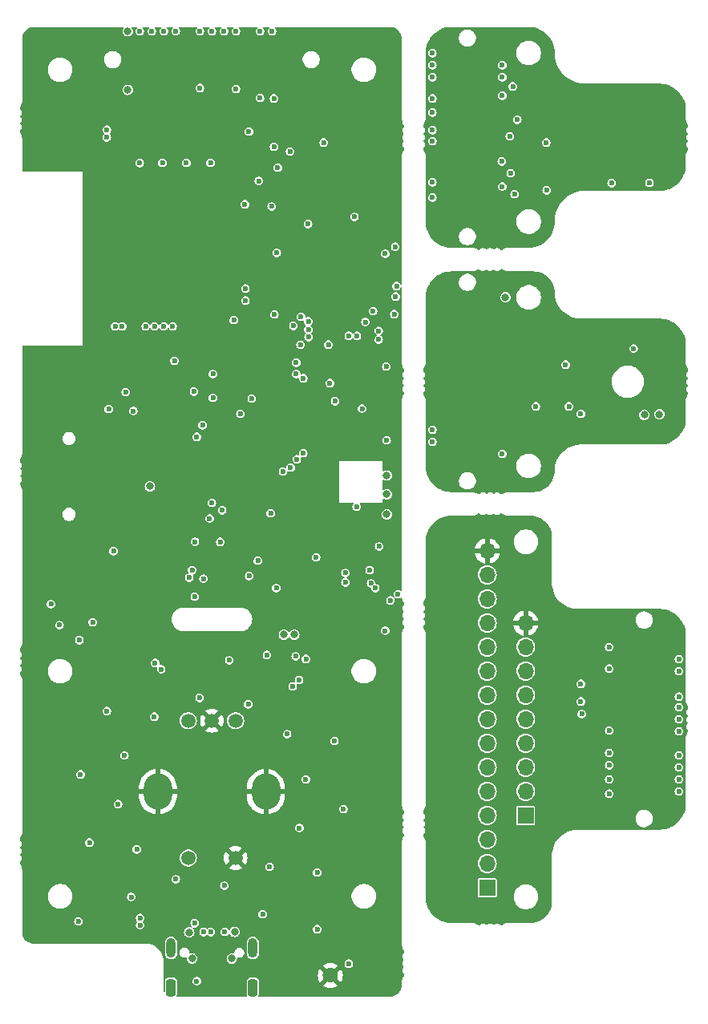
<source format=gbr>
%TF.GenerationSoftware,KiCad,Pcbnew,8.0.3*%
%TF.CreationDate,2024-06-12T08:46:35+02:00*%
%TF.ProjectId,EVT-PCB,4556542d-5043-4422-9e6b-696361645f70,rev?*%
%TF.SameCoordinates,PX3d6aa80PY9402a00*%
%TF.FileFunction,Copper,L3,Inr*%
%TF.FilePolarity,Positive*%
%FSLAX46Y46*%
G04 Gerber Fmt 4.6, Leading zero omitted, Abs format (unit mm)*
G04 Created by KiCad (PCBNEW 8.0.3) date 2024-06-12 08:46:35*
%MOMM*%
%LPD*%
G01*
G04 APERTURE LIST*
G04 Aperture macros list*
%AMRoundRect*
0 Rectangle with rounded corners*
0 $1 Rounding radius*
0 $2 $3 $4 $5 $6 $7 $8 $9 X,Y pos of 4 corners*
0 Add a 4 corners polygon primitive as box body*
4,1,4,$2,$3,$4,$5,$6,$7,$8,$9,$2,$3,0*
0 Add four circle primitives for the rounded corners*
1,1,$1+$1,$2,$3*
1,1,$1+$1,$4,$5*
1,1,$1+$1,$6,$7*
1,1,$1+$1,$8,$9*
0 Add four rect primitives between the rounded corners*
20,1,$1+$1,$2,$3,$4,$5,0*
20,1,$1+$1,$4,$5,$6,$7,0*
20,1,$1+$1,$6,$7,$8,$9,0*
20,1,$1+$1,$8,$9,$2,$3,0*%
G04 Aperture macros list end*
%TA.AperFunction,ComponentPad*%
%ADD10O,1.000000X2.100000*%
%TD*%
%TA.AperFunction,ComponentPad*%
%ADD11RoundRect,0.250000X-0.250000X-0.650000X0.250000X-0.650000X0.250000X0.650000X-0.250000X0.650000X0*%
%TD*%
%TA.AperFunction,ComponentPad*%
%ADD12R,1.700000X1.700000*%
%TD*%
%TA.AperFunction,ComponentPad*%
%ADD13O,1.700000X1.700000*%
%TD*%
%TA.AperFunction,ComponentPad*%
%ADD14C,1.500000*%
%TD*%
%TA.AperFunction,ComponentPad*%
%ADD15O,3.000000X3.800000*%
%TD*%
%TA.AperFunction,ComponentPad*%
%ADD16C,1.625000*%
%TD*%
%TA.AperFunction,ViaPad*%
%ADD17C,0.800000*%
%TD*%
%TA.AperFunction,ViaPad*%
%ADD18C,0.600000*%
%TD*%
G04 APERTURE END LIST*
D10*
%TO.N,unconnected-(J301-SHELL_GND_4-PadSH1)*%
%TO.C,J301*%
X22980000Y5405000D03*
%TO.N,unconnected-(J301-SHELL_GND__1-PadSH2)*%
X31620000Y5405000D03*
D11*
%TO.N,unconnected-(J301-SHELL_GND__2-PadSH3)*%
X22980000Y1225000D03*
%TO.N,unconnected-(J301-SHELL_GND__3-PadSH4)*%
X31620000Y1225000D03*
%TD*%
D12*
%TO.N,+3V3*%
%TO.C,J1304*%
X56375000Y11780000D03*
D13*
%TO.N,/Dev Module/ESP32_IO0*%
X56375000Y14320000D03*
%TO.N,/Dev Module/ESP32_IO1*%
X56375000Y16860000D03*
%TO.N,/Dev Module/ESP32_IO2*%
X56375000Y19400000D03*
%TO.N,/Dev Module/ESP32_IO3*%
X56375000Y21940000D03*
%TO.N,/Dev Module/ESP32_IO4*%
X56375000Y24480000D03*
%TO.N,/Dev Module/ESP32_IO5*%
X56375000Y27020000D03*
%TO.N,/Dev Module/ESP32_IO6*%
X56375000Y29560000D03*
%TO.N,/Dev Module/ESP32_IO7*%
X56375000Y32100000D03*
%TO.N,/Dev Module/ESP32_IO8*%
X56375000Y34640000D03*
%TO.N,/Dev Module/ESP32_IO9*%
X56375000Y37180000D03*
%TO.N,/Dev Module/ESP32_IO10*%
X56375000Y39720000D03*
%TO.N,/Dev Module/SCL*%
X56375000Y42260000D03*
%TO.N,/Dev Module/SDA*%
X56375000Y44800000D03*
%TO.N,GND*%
X56375000Y47340000D03*
%TD*%
D14*
%TO.N,GND*%
%TO.C,E501*%
X29800000Y14900000D03*
%TO.N,Net-(E501-NO)*%
X24800000Y14900000D03*
%TO.N,Net-(E501-A)*%
X29800000Y29400000D03*
%TO.N,Net-(E501-B)*%
X24800000Y29400000D03*
%TO.N,GND*%
X27300000Y29400000D03*
D15*
X33000000Y21900000D03*
X21600000Y21900000D03*
%TD*%
D12*
%TO.N,+3V3*%
%TO.C,J1302*%
X60425000Y19400000D03*
D13*
%TO.N,/Dev Module/ATSAMD_IO11*%
X60425000Y21940000D03*
%TO.N,/Dev Module/ATSAMD_IO12*%
X60425000Y24480000D03*
%TO.N,/Dev Module/ATSAMD_IO13*%
X60425000Y27020000D03*
%TO.N,/Dev Module/ATSAMD_IO14*%
X60425000Y29560000D03*
%TO.N,/Dev Module/ATSAMD_IO15*%
X60425000Y32100000D03*
%TO.N,/Dev Module/ATSAMD_IO16*%
X60425000Y34640000D03*
%TO.N,/Dev Module/ATSAMD_IO17*%
X60425000Y37180000D03*
%TO.N,GND*%
X60425000Y39720000D03*
%TD*%
D16*
%TO.N,GND*%
%TO.C,M601*%
X39800000Y2500000D03*
%TD*%
D17*
%TO.N,+3V3*%
X18400000Y96000000D03*
D18*
X35233533Y27987614D03*
D17*
X45750000Y55300000D03*
X18400000Y102200000D03*
D18*
X41180228Y20072633D03*
X33900000Y72300000D03*
X25700000Y59368365D03*
X27300000Y52400000D03*
X41750000Y70050000D03*
X32657568Y8965687D03*
X36538795Y18073166D03*
X43150000Y62350000D03*
D17*
X74550000Y61750000D03*
D18*
X28179397Y48279397D03*
X16193053Y30422660D03*
X21300000Y35500000D03*
X42350000Y82600000D03*
X45600000Y38900000D03*
X45750000Y59000000D03*
X18061205Y25726834D03*
X36500000Y33700000D03*
X31126834Y31138795D03*
X13419772Y23727367D03*
D17*
X45750000Y51200000D03*
D18*
X25994738Y31814449D03*
X33600000Y83700000D03*
D17*
X58300000Y74100000D03*
D18*
X43950000Y45300000D03*
X29127367Y35780228D03*
X21942432Y34834313D03*
X27050000Y50750000D03*
D17*
X20750000Y54150000D03*
D18*
X23473166Y12661205D03*
X37214449Y23205262D03*
X34150000Y78800000D03*
X25472633Y8019772D03*
X35822660Y33006947D03*
X36650000Y69100000D03*
X33387614Y13966467D03*
X46800000Y75300000D03*
X18777340Y10793053D03*
X45700000Y66800004D03*
X17385551Y20594738D03*
X62600000Y90450000D03*
X37450000Y81850000D03*
X16900000Y47300000D03*
X61500000Y62600000D03*
X16200000Y91800000D03*
X65000000Y62600000D03*
D17*
X45750000Y53300000D03*
D18*
X38406947Y13377340D03*
X28605262Y11985551D03*
X40234313Y27257568D03*
X14365687Y16542432D03*
X19366467Y15812386D03*
X25500000Y48300000D03*
X41748000Y3752000D03*
X38406947Y7393053D03*
X21212386Y29833533D03*
X16200000Y91000000D03*
X50580000Y99890000D03*
%TO.N,GND*%
X75075000Y40100000D03*
X40200000Y62250000D03*
X20900000Y37800000D03*
X25000000Y1200000D03*
X57900000Y101200000D03*
X14065000Y95980000D03*
X30300000Y30800000D03*
X41600000Y57300000D03*
X54550000Y15340000D03*
X57950000Y93540000D03*
X44545000Y14700000D03*
X16605000Y78200000D03*
X11900000Y88000000D03*
X34100000Y66300000D03*
X14200000Y71000000D03*
X54550000Y28040000D03*
X37200000Y53400000D03*
X42100000Y77300000D03*
X14200000Y79800000D03*
X74700000Y68100000D03*
X12550000Y39600000D03*
X60700000Y60700000D03*
X62325000Y101060000D03*
X13900000Y14000000D03*
X30100000Y78200000D03*
X30600000Y70700000D03*
X37500000Y33100000D03*
D17*
X35100000Y43400000D03*
D18*
X26765000Y19780000D03*
X62275735Y30325735D03*
X12000000Y38500000D03*
X14200000Y78200000D03*
X33200000Y56800000D03*
X60450000Y16700000D03*
X29600000Y12500000D03*
X59500000Y68600000D03*
X14200000Y83800000D03*
X44545000Y32480000D03*
X43200000Y78400000D03*
X25200000Y95900000D03*
X37600000Y57200000D03*
X34300000Y28200000D03*
X39465000Y12160000D03*
X38650000Y62250000D03*
X40200000Y56600000D03*
X20943449Y34645425D03*
X59785000Y57880000D03*
X14200000Y83000000D03*
X8985000Y62960000D03*
X36925000Y3440000D03*
X26765000Y14700000D03*
X39400000Y55000000D03*
X21685000Y7080000D03*
X16605000Y75660000D03*
X54550000Y45820000D03*
X14200000Y75800000D03*
X21685000Y50260000D03*
X16605000Y32480000D03*
X52010000Y25500000D03*
D17*
X31150000Y7200000D03*
D18*
X12200000Y55000000D03*
X31845000Y17240000D03*
X27400000Y53700000D03*
X31500000Y95900000D03*
X14200000Y92400000D03*
X18969790Y28291995D03*
X61900000Y67300000D03*
X37400000Y68400000D03*
X63550000Y20500000D03*
X40200000Y54200000D03*
X54550000Y33120000D03*
X13924265Y36324265D03*
X68400000Y59000000D03*
X18400000Y20900000D03*
X19600000Y9400000D03*
X25929475Y11489829D03*
X14200000Y79000000D03*
X14200000Y72600000D03*
X21300000Y66759998D03*
X67400000Y61800000D03*
X43200000Y73800000D03*
X33300000Y60900000D03*
X62325000Y57880000D03*
X19145000Y75660000D03*
X52010000Y20420000D03*
X40800000Y57300000D03*
X38700000Y49500000D03*
X31700000Y88300000D03*
X34385000Y7080000D03*
X44000000Y57300000D03*
X30500000Y79500000D03*
X41834000Y49700000D03*
X34800000Y90200000D03*
X42250000Y90850000D03*
X61200000Y96600000D03*
X42900000Y45800000D03*
X40200000Y55800000D03*
X38010270Y30118279D03*
X44700000Y49400000D03*
X19145000Y83280000D03*
X32466226Y34372374D03*
X35800000Y49200000D03*
X42900000Y45000000D03*
X40200000Y55000000D03*
X44200000Y82500000D03*
X25000000Y50400000D03*
X10300000Y59200000D03*
X35518279Y11189730D03*
X40684506Y23662104D03*
X41700000Y46200000D03*
X50580000Y57580000D03*
X63575735Y23800000D03*
X20000000Y54900000D03*
X54755000Y50260000D03*
X52165000Y101060000D03*
X74700000Y63100000D03*
X62850000Y22600000D03*
X42005000Y37560000D03*
X39400000Y54200000D03*
X43800000Y1100000D03*
X38700000Y51000000D03*
X62500000Y92300000D03*
X63800000Y72200000D03*
X16300000Y71500000D03*
X8985000Y95980000D03*
X52165000Y75660000D03*
X64850000Y27700000D03*
X75900000Y59500000D03*
X75600000Y93440000D03*
X40700000Y36300000D03*
X42005000Y9620000D03*
X7900000Y68400000D03*
X26800000Y31400000D03*
X24225000Y83280000D03*
X33700000Y30230210D03*
X39600000Y51000000D03*
X11525000Y65500000D03*
X76700000Y62700000D03*
X42005000Y12160000D03*
X52010000Y12800000D03*
X11525000Y7080000D03*
X50580000Y87190000D03*
X30524265Y65500000D03*
X16889829Y23270525D03*
X57950000Y56310000D03*
X12700000Y68400000D03*
X38700000Y69100000D03*
X58550000Y45900000D03*
X50580000Y56310000D03*
X25200000Y94900000D03*
X33500000Y79900000D03*
X36700000Y79600000D03*
X26765000Y83280000D03*
X36100000Y34600000D03*
X62050000Y25000000D03*
X52010000Y17880000D03*
X14200000Y71800000D03*
X52010000Y33120000D03*
X57295000Y50260000D03*
X19100000Y25600000D03*
X75075000Y19780000D03*
X37200000Y52500000D03*
X39400000Y53400000D03*
X21685000Y57880000D03*
X16900000Y48200000D03*
X20300000Y89200000D03*
X44545000Y101060000D03*
X36400000Y96100000D03*
X20200000Y35300000D03*
X75600000Y88360000D03*
X54550000Y35660000D03*
X65950000Y39700000D03*
X70900000Y69000000D03*
X42450000Y93050000D03*
X37100000Y6300000D03*
X8985000Y7080000D03*
X9500000Y88000000D03*
X57950000Y67740000D03*
X34800000Y52200000D03*
X57950000Y87200000D03*
X33542914Y53522835D03*
X42005000Y27400000D03*
X8985000Y98520000D03*
X14065000Y98520000D03*
X35630210Y15508005D03*
X22300000Y36200000D03*
X34385000Y17240000D03*
X35400000Y67700000D03*
X54550000Y30580000D03*
X11525000Y90900000D03*
X24300000Y71000000D03*
X50580000Y82110000D03*
X43200000Y57300000D03*
X37710171Y20529475D03*
X41150000Y73800000D03*
X34600000Y94900000D03*
X42005000Y14700000D03*
X44545000Y22320000D03*
X52010000Y43280000D03*
X36800000Y32500000D03*
X41134000Y49700000D03*
X16600000Y43300000D03*
X20600000Y28900000D03*
X45100000Y50000000D03*
X42005000Y29940000D03*
X42900000Y46600000D03*
X62325000Y80740000D03*
X14200000Y84600000D03*
X41300000Y75700000D03*
X20908005Y13569790D03*
X50580000Y83380000D03*
X14200000Y77400000D03*
X11100000Y88000000D03*
X54550000Y38200000D03*
X7900000Y88000000D03*
X52010000Y45820000D03*
X67600000Y66400000D03*
X44545000Y95980000D03*
X75300000Y71200000D03*
X57900000Y80500000D03*
X54550000Y48360000D03*
X34500000Y36200000D03*
X8985000Y65500000D03*
X21685000Y14700000D03*
X26765000Y17240000D03*
X44838397Y66746201D03*
X42600000Y63000000D03*
X12700000Y88000000D03*
D17*
X23450000Y7200000D03*
D18*
X29200000Y95300000D03*
X44600000Y80800000D03*
X59150000Y15000000D03*
X38900000Y58700000D03*
X22133774Y9427626D03*
X46500000Y38200000D03*
X24400000Y13100000D03*
X62375000Y12160000D03*
X16605000Y52800000D03*
X7600000Y19300000D03*
X16900000Y10800000D03*
X19081721Y32610270D03*
X45000000Y88300000D03*
X15800000Y60900000D03*
X44545000Y17240000D03*
X39400000Y52600000D03*
X37000735Y25918176D03*
X23200000Y79650000D03*
X65550000Y88800000D03*
X59785000Y75660000D03*
X43200000Y76100000D03*
X71050000Y19300000D03*
X26068400Y57071929D03*
X44545000Y27400000D03*
X68650000Y35400000D03*
X29305000Y19780000D03*
X10300000Y51200000D03*
X62375000Y45180000D03*
X41275000Y63200000D03*
X9700000Y30900000D03*
X63650000Y28900000D03*
X44700000Y48600000D03*
X23900000Y48300000D03*
X29305000Y22320000D03*
X54550000Y20420000D03*
X74700000Y65700000D03*
X31318176Y12199265D03*
X12300000Y60900000D03*
X44545000Y19780000D03*
X52010000Y38200000D03*
X66150000Y36600000D03*
X59835000Y50260000D03*
X44545000Y7080000D03*
X14827626Y27066226D03*
X52010000Y48360000D03*
X62325000Y83280000D03*
X37500000Y87700000D03*
X33900000Y88800000D03*
X54550000Y22960000D03*
X23700000Y44900000D03*
X17200000Y91800000D03*
X35900000Y69600000D03*
X9500000Y25800000D03*
X38700000Y50300000D03*
X62700000Y88850000D03*
X11900000Y68400000D03*
X25200000Y89200000D03*
X39650000Y82500000D03*
X14200000Y80600000D03*
X13600000Y89600000D03*
X32600000Y14600000D03*
X64100000Y58300000D03*
X29305000Y17240000D03*
X39400000Y55800000D03*
X58400000Y72200000D03*
X52010000Y28040000D03*
X44400000Y94700000D03*
X28800000Y48900000D03*
X24760000Y102200000D03*
X14200000Y82200000D03*
X11525000Y101060000D03*
X27050000Y44800000D03*
X57950000Y82110000D03*
X26765000Y27400000D03*
X67600000Y63900000D03*
X24900000Y59300000D03*
X8700000Y68400000D03*
X25000000Y62800000D03*
X62325000Y55340000D03*
X16605000Y35020000D03*
X50580000Y92750000D03*
X19080000Y91300000D03*
X10300000Y68400000D03*
X52010000Y22960000D03*
X30100000Y36300000D03*
X37800000Y97300000D03*
X62325000Y75660000D03*
X39600000Y50300000D03*
X17599265Y17881824D03*
X14200000Y74200000D03*
X59000000Y66800000D03*
X19600000Y7000000D03*
X31500000Y95000000D03*
X65650000Y32700000D03*
X13800000Y30100000D03*
X58450000Y43500000D03*
X14065000Y101060000D03*
X61950000Y27400000D03*
X18900000Y89225000D03*
X40200000Y52600000D03*
X54550000Y12800000D03*
X42005000Y17240000D03*
X46900000Y77850000D03*
X36400000Y23800000D03*
X59000000Y63200000D03*
X9500000Y68400000D03*
X52165000Y55340000D03*
X16605000Y80740000D03*
X17300000Y101600000D03*
X38200000Y58000000D03*
X25000000Y2600000D03*
X13915494Y20137896D03*
X76620000Y38440000D03*
X41650000Y6300000D03*
X29200000Y8700000D03*
X22200000Y89200000D03*
X71700000Y62400000D03*
X69250000Y27010000D03*
X58450000Y32200000D03*
X52165000Y80740000D03*
X12800000Y30900000D03*
X53550000Y10600000D03*
X54550000Y17880000D03*
X76620000Y27010000D03*
X14200000Y81400000D03*
X40700000Y47100000D03*
X25537896Y35284506D03*
X44950000Y45220001D03*
X19700000Y16900000D03*
X40200000Y53400000D03*
X50580000Y67740000D03*
X62375000Y9620000D03*
X39772374Y16733774D03*
X22700000Y35500000D03*
X39465000Y32480000D03*
X34900000Y77500000D03*
X44800000Y57300000D03*
X54550000Y43280000D03*
X67650000Y95100000D03*
X28200000Y25900000D03*
X65600000Y93100000D03*
X69250000Y33360000D03*
X44545000Y24860000D03*
X76620000Y37170000D03*
X71700000Y95100000D03*
X17300000Y96000000D03*
X29300000Y1500000D03*
X54550000Y25500000D03*
X61675735Y87975735D03*
X76700000Y67900000D03*
X62375000Y47720000D03*
X42700000Y65500000D03*
X8700000Y88000000D03*
X17900000Y37400000D03*
X7850000Y13900000D03*
X52010000Y15340000D03*
X38400000Y82400000D03*
X10600000Y47500000D03*
X42300000Y38900000D03*
X72900000Y67000000D03*
X42005000Y95980000D03*
X13500000Y88000000D03*
X50580000Y61390000D03*
X16605000Y83280000D03*
X16589730Y13681721D03*
X27400000Y72100000D03*
X34385000Y4540000D03*
X33600000Y84800000D03*
X42005000Y101060000D03*
X63600000Y85300000D03*
X33224265Y96124265D03*
X38400000Y89600000D03*
X28670525Y32310171D03*
X61850000Y85300000D03*
X59000000Y54600000D03*
X9100000Y42500000D03*
X16605000Y57880000D03*
X30100000Y73100000D03*
X57295000Y9620000D03*
X13950000Y45975000D03*
X65650000Y22500000D03*
X62325000Y73120000D03*
X45700000Y89800000D03*
X28200000Y42500000D03*
X14200000Y85400000D03*
X31110000Y102200000D03*
X42005000Y32480000D03*
X26765000Y22320000D03*
X52010000Y35660000D03*
X58450000Y34700000D03*
X43900000Y48600000D03*
X76620000Y33360000D03*
X14200000Y73400000D03*
X26550000Y89200000D03*
X11525000Y95980000D03*
X35400000Y33900000D03*
X10100000Y38600000D03*
X21600000Y52900000D03*
X44545000Y29940000D03*
X9500000Y21400000D03*
X20000000Y71900000D03*
X37300000Y101500000D03*
X58450000Y37200000D03*
X71500000Y59000000D03*
X14200000Y75000000D03*
X67455000Y19780000D03*
X62375000Y14700000D03*
X16605000Y73120000D03*
X42534000Y49700000D03*
X23281824Y31600735D03*
X69250000Y38440000D03*
X11100000Y68400000D03*
X42400000Y57300000D03*
X38700000Y34500000D03*
X52010000Y40740000D03*
X29300000Y2800000D03*
X57800000Y76000000D03*
X15900000Y8200000D03*
X52010000Y30580000D03*
X42900000Y83200000D03*
X11525000Y32480000D03*
X20400000Y63300000D03*
X45000000Y86600000D03*
X18700000Y71500000D03*
X65650000Y34100000D03*
X43900000Y49400000D03*
X33200000Y55000000D03*
X14200000Y76600000D03*
X67350000Y26900000D03*
X10300000Y88000000D03*
X54550000Y40740000D03*
X32600000Y68400000D03*
D17*
X35100000Y42500000D03*
D18*
X45900000Y59900000D03*
X30100000Y76950000D03*
X46600000Y3900000D03*
X58450000Y39600000D03*
X16605000Y50260000D03*
X36100000Y19000000D03*
X50580000Y89100000D03*
X62325000Y98520000D03*
X13500000Y68400000D03*
X60350000Y91500000D03*
X52215000Y50260000D03*
X51450000Y9900000D03*
X45300000Y75500000D03*
X22275000Y44900000D03*
X39700000Y88600000D03*
%TO.N,+5V*%
X41400000Y45000000D03*
D17*
X29400000Y4300000D03*
D18*
X41400000Y44000000D03*
X44550000Y43400000D03*
X38300000Y46650000D03*
X44100000Y43900000D03*
D17*
X25200000Y4300000D03*
D18*
X13200000Y8200000D03*
D17*
X29700000Y7100000D03*
X24900000Y7050000D03*
D18*
%TO.N,/Supply/BUCK_FB*%
X44950000Y47800000D03*
X42584000Y52000000D03*
D17*
%TO.N,+BATT*%
X36000000Y38500000D03*
X34900000Y38500000D03*
D18*
%TO.N,/LEAT_ENC_SW*%
X33500000Y51300000D03*
X33103809Y36341081D03*
%TO.N,/Camera Module/PCLK*%
X59070000Y96380000D03*
X50580000Y90600000D03*
%TO.N,+2V8*%
X69500000Y86175000D03*
%TO.N,/Camera Module/~{RESET}*%
X50580000Y84650000D03*
X62650000Y85400000D03*
%TO.N,+1V5*%
X73500000Y86200000D03*
%TO.N,/LCD_SDA*%
X27400000Y66000000D03*
%TO.N,/USB_D-*%
X17075000Y71050000D03*
%TO.N,/USB_D+*%
X17825000Y71050000D03*
%TO.N,/SD_CARDDET*%
X28374265Y51625735D03*
X43500000Y71500000D03*
%TO.N,/SD_CLK*%
X19000000Y62100000D03*
%TO.N,/SD_MOSI*%
X26300000Y60600000D03*
%TO.N,/SD_MISO*%
X18200000Y64100000D03*
%TO.N,/MOD_IO14*%
X45600000Y78700000D03*
X29840000Y96110000D03*
%TO.N,/LEAT/LEAT_ENC_B*%
X36250000Y57000000D03*
X36150000Y36200000D03*
X44900001Y70561523D03*
X36200000Y66000000D03*
%TO.N,/LEAT/LEAT_ENC_A*%
X36950000Y57650000D03*
X37225000Y35925000D03*
X36950000Y65550000D03*
X44900001Y69642284D03*
%TO.N,/MOD_IO13*%
X28575000Y102200000D03*
X44303524Y72650000D03*
%TO.N,/MOD_EEPROM*%
X35900000Y71100000D03*
X34250000Y87800000D03*
%TO.N,/MOD_IO3*%
X20950000Y102200000D03*
X22070000Y88300000D03*
%TO.N,/MOD_PWDN*%
X33650000Y102200000D03*
X36700000Y72050000D03*
X33850000Y90000000D03*
X33850000Y95100000D03*
%TO.N,/MOD_DET*%
X39100000Y90450000D03*
X39590380Y69109620D03*
%TO.N,/MOD_SDA*%
X32375000Y95150000D03*
X32375000Y102200000D03*
%TO.N,/MOD_IO7*%
X23475000Y102200000D03*
X27150000Y88300000D03*
%TO.N,/MOD_IO15*%
X29840000Y102200000D03*
X46650000Y79450000D03*
%TO.N,/MOD_IO12*%
X31200000Y91600000D03*
X37500000Y69900000D03*
%TO.N,/MOD_IO11*%
X37485355Y70714645D03*
X27300000Y102200000D03*
%TO.N,/MOD_RESET*%
X35550000Y89500000D03*
X37486090Y71563910D03*
%TO.N,/MOD_IO5*%
X22225000Y102200000D03*
X24600000Y88300000D03*
%TO.N,/MOD_IO8*%
X32250000Y86400000D03*
X26025000Y96200000D03*
%TO.N,/MOD_IO1*%
X19680000Y88280000D03*
X19680000Y102200000D03*
%TO.N,/MOD_IO9*%
X30777818Y83922182D03*
X26025000Y102200000D03*
%TO.N,Net-(J301-CC2)*%
X28650000Y7100000D03*
%TO.N,Net-(J301-CC1)*%
X25700000Y1900000D03*
%TO.N,/MAIN_SDA*%
X32150000Y46300000D03*
X25200000Y45300000D03*
X39750000Y65050000D03*
X30835000Y73765000D03*
%TO.N,/LCD_RS*%
X25400000Y64150000D03*
%TO.N,/LCD_SCL*%
X31500000Y63400000D03*
%TO.N,/TP_INT*%
X29600000Y71700000D03*
X25485824Y42495089D03*
%TO.N,/LCD_CS*%
X30300000Y61800000D03*
X26411200Y44400000D03*
X23340000Y67400000D03*
%TO.N,/~{LCD_RESET}*%
X27400000Y63500000D03*
%TO.N,/MAIN_SCL*%
X30835000Y75035000D03*
X24900000Y44500000D03*
X40300000Y63142759D03*
X31224265Y44675735D03*
%TO.N,/Camera Module/VSYNC*%
X57900000Y88450000D03*
%TO.N,/Camera Module/DATA2*%
X50580000Y98620000D03*
%TO.N,/Camera Module/DATA4*%
X50580000Y97350000D03*
%TO.N,/Camera Module/HSYNC*%
X50580000Y91750000D03*
%TO.N,/Camera Module/SCL*%
X50580000Y86250000D03*
%TO.N,/Camera Module/PWDN*%
X58850000Y87200000D03*
%TO.N,/Camera Module/DATA5*%
X57950000Y97350000D03*
%TO.N,/Camera Module/DATA9*%
X58750000Y91100000D03*
%TO.N,/Camera Module/DATA6*%
X50580000Y95100000D03*
%TO.N,/SD_CS*%
X16400000Y62300000D03*
%TO.N,/Camera Module/DATA7*%
X57950000Y95400000D03*
%TO.N,/Camera Module/DATA8*%
X50580000Y93620764D03*
%TO.N,/Camera Module/DATA3*%
X57950000Y98620000D03*
%TO.N,/Camera Module/SDA*%
X57950000Y85800000D03*
D17*
%TO.N,Net-(U1201-VBACKUP)*%
X72950000Y61700000D03*
D18*
%TO.N,/Mountain Module/SCL*%
X71825000Y68700000D03*
X50580000Y60120000D03*
X64650000Y67000000D03*
%TO.N,/Mountain Module/EEPROM*%
X57950000Y57580000D03*
%TO.N,/Mountain Module/~{RESET}*%
X50580000Y58850000D03*
X66250000Y61800000D03*
%TO.N,/BATM_INT*%
X36200000Y67200000D03*
X34100000Y43400000D03*
X35600000Y56126346D03*
X42600000Y70050000D03*
%TO.N,/LEAT/NEOPIXEL*%
X34800000Y55700000D03*
%TO.N,GNDA*%
X59250000Y85000000D03*
%TO.N,/I2S_BCLK*%
X21250000Y71050000D03*
X11200000Y39500000D03*
%TO.N,/I2S_DIN*%
X13300000Y37900000D03*
X22200000Y71050000D03*
%TO.N,/I2S_LRCLK*%
X23150000Y71050000D03*
X14700000Y39800000D03*
%TO.N,/BATM_STAT1*%
X46700000Y74200000D03*
X46950000Y42750000D03*
%TO.N,/BATM_STAT2*%
X46150000Y42100000D03*
X46550000Y72325000D03*
%TO.N,/I2S_DOUT*%
X20300000Y71050000D03*
X10300000Y41700000D03*
%TO.N,/Dev Module/ESP32_IO2*%
X76620000Y23200000D03*
%TO.N,/Dev Module/ESP32_IO4*%
X76620000Y24470000D03*
%TO.N,/Dev Module/ATSAMD_IO16*%
X66250000Y33300000D03*
X76620000Y35900000D03*
%TO.N,/Dev Module/ESP32_IO0*%
X76620000Y21930000D03*
%TO.N,/Dev Module/ATSAMD_IO12*%
X66350000Y30100000D03*
X76620000Y30820000D03*
%TO.N,/Dev Module/ATSAMD_IO14*%
X66250000Y31440000D03*
X76620000Y31950000D03*
%TO.N,/Dev Module/SCL*%
X76620000Y34630000D03*
%TO.N,/Dev Module/ESP32_IO9*%
X69250000Y28350000D03*
%TO.N,/Dev Module/ESP32_IO10*%
X76620000Y29550000D03*
%TO.N,/Dev Module/EEPROM*%
X69250000Y37170000D03*
%TO.N,/Dev Module/SDA*%
X69250000Y34900000D03*
%TO.N,/Dev Module/ESP32_IO3*%
X69250000Y23200000D03*
%TO.N,/Dev Module/ESP32_IO7*%
X69250000Y26000000D03*
%TO.N,/Dev Module/ESP32_IO5*%
X69250000Y24700000D03*
%TO.N,/Dev Module/ESP32_IO1*%
X69250000Y21700000D03*
%TO.N,/Dev Module/ESP32_IO8*%
X76620000Y28280000D03*
%TO.N,/Dev Module/ESP32_IO6*%
X76620000Y25740000D03*
%TO.N,Net-(U1102-XCLK)*%
X59550000Y92850000D03*
%TO.N,/Supply/USBC_D+*%
X27175000Y7089945D03*
X19713892Y8575000D03*
%TO.N,/Supply/USBC_D-*%
X26425000Y7089945D03*
X19713892Y7825000D03*
%TD*%
%TA.AperFunction,Conductor*%
%TO.N,GND*%
G36*
X55559923Y77078326D02*
G01*
X55562424Y77075474D01*
X55564510Y77073388D01*
X55564511Y77073387D01*
X55648387Y76989511D01*
X55648389Y76989510D01*
X55648390Y76989509D01*
X55751112Y76930202D01*
X55751114Y76930201D01*
X55751115Y76930201D01*
X55751117Y76930200D01*
X55808402Y76914851D01*
X55865688Y76899501D01*
X55865689Y76899500D01*
X55865691Y76899500D01*
X55984311Y76899500D01*
X55984311Y76899501D01*
X56098886Y76930201D01*
X56201613Y76989511D01*
X56247675Y77035574D01*
X56300000Y77057247D01*
X56352324Y77035574D01*
X56398387Y76989511D01*
X56398389Y76989510D01*
X56398390Y76989509D01*
X56501112Y76930202D01*
X56501114Y76930201D01*
X56501115Y76930201D01*
X56501117Y76930200D01*
X56558402Y76914851D01*
X56615688Y76899501D01*
X56615689Y76899500D01*
X56615691Y76899500D01*
X56734311Y76899500D01*
X56734311Y76899501D01*
X56848886Y76930201D01*
X56951613Y76989511D01*
X56997675Y77035574D01*
X57050000Y77057247D01*
X57102324Y77035574D01*
X57148387Y76989511D01*
X57148389Y76989510D01*
X57148390Y76989509D01*
X57251112Y76930202D01*
X57251114Y76930201D01*
X57251115Y76930201D01*
X57251117Y76930200D01*
X57308402Y76914851D01*
X57365688Y76899501D01*
X57365689Y76899500D01*
X57365691Y76899500D01*
X57484311Y76899500D01*
X57484311Y76899501D01*
X57598886Y76930201D01*
X57701613Y76989511D01*
X57785489Y77073387D01*
X57785489Y77073388D01*
X57788919Y77076817D01*
X57790663Y77075073D01*
X57832747Y77099367D01*
X57842403Y77100000D01*
X57898456Y77100000D01*
X57943907Y77084397D01*
X57988697Y77049535D01*
X58170958Y76950900D01*
X58366968Y76883610D01*
X58571381Y76849500D01*
X58625172Y76849500D01*
X61205830Y76849500D01*
X61247764Y76849500D01*
X61252231Y76849366D01*
X61516687Y76833369D01*
X61525539Y76832295D01*
X61783955Y76784938D01*
X61792606Y76782805D01*
X62043411Y76704651D01*
X62051750Y76701490D01*
X62291316Y76593669D01*
X62299228Y76589516D01*
X62524030Y76453618D01*
X62531384Y76448542D01*
X62738170Y76286536D01*
X62744859Y76280610D01*
X62930609Y76094860D01*
X62936535Y76088171D01*
X63098541Y75881385D01*
X63103617Y75874031D01*
X63239515Y75649229D01*
X63243668Y75641317D01*
X63351485Y75401759D01*
X63354653Y75393403D01*
X63432801Y75142619D01*
X63434940Y75133943D01*
X63482292Y74875549D01*
X63483369Y74866678D01*
X63499365Y74602232D01*
X63499500Y74597764D01*
X63499500Y74445535D01*
X63507152Y74377625D01*
X63534089Y74138545D01*
X63534089Y74138544D01*
X63602829Y73837373D01*
X63602834Y73837357D01*
X63704863Y73545775D01*
X63838904Y73267437D01*
X64003265Y73005857D01*
X64167829Y72799500D01*
X64195880Y72764326D01*
X64414326Y72545880D01*
X64655857Y72353265D01*
X64917435Y72188905D01*
X65195771Y72054865D01*
X65487364Y71952832D01*
X65487369Y71952831D01*
X65487372Y71952830D01*
X65788543Y71884090D01*
X65788544Y71884090D01*
X65788548Y71884089D01*
X66095535Y71849500D01*
X66200172Y71849500D01*
X74555830Y71849500D01*
X74597917Y71849500D01*
X74602065Y71849385D01*
X74903708Y71832445D01*
X74911944Y71831516D01*
X75207719Y71781261D01*
X75215810Y71779415D01*
X75504119Y71696355D01*
X75511933Y71693621D01*
X75789122Y71578805D01*
X75796598Y71575205D01*
X76059182Y71430080D01*
X76066209Y71425665D01*
X76310901Y71252047D01*
X76317389Y71246872D01*
X76541091Y71046959D01*
X76546958Y71041092D01*
X76746871Y70817390D01*
X76752046Y70810902D01*
X76925664Y70566210D01*
X76930079Y70559183D01*
X77075204Y70296599D01*
X77078804Y70289123D01*
X77193616Y70011943D01*
X77196357Y70004110D01*
X77279414Y69715810D01*
X77281260Y69707720D01*
X77331514Y69411951D01*
X77332444Y69403704D01*
X77349384Y69102066D01*
X77349500Y69097917D01*
X77349500Y67096379D01*
X77383609Y66891970D01*
X77450899Y66695959D01*
X77450900Y66695958D01*
X77530159Y66549500D01*
X77549536Y66513696D01*
X77584396Y66468908D01*
X77600000Y66423456D01*
X77600000Y66367403D01*
X77578326Y66315077D01*
X77575468Y66312571D01*
X77489508Y66226610D01*
X77430201Y66123888D01*
X77430199Y66123883D01*
X77399500Y66009312D01*
X77399500Y65890689D01*
X77430199Y65776118D01*
X77430201Y65776113D01*
X77489508Y65673391D01*
X77489509Y65673390D01*
X77489511Y65673387D01*
X77535573Y65627325D01*
X77557247Y65575000D01*
X77535573Y65522676D01*
X77489511Y65476613D01*
X77489508Y65476610D01*
X77430201Y65373888D01*
X77430199Y65373883D01*
X77399500Y65259312D01*
X77399500Y65140689D01*
X77430199Y65026118D01*
X77430201Y65026113D01*
X77489508Y64923391D01*
X77489509Y64923390D01*
X77489511Y64923387D01*
X77535573Y64877325D01*
X77557247Y64825000D01*
X77535573Y64772676D01*
X77489511Y64726613D01*
X77489508Y64726610D01*
X77430201Y64623888D01*
X77430199Y64623883D01*
X77399500Y64509312D01*
X77399500Y64390689D01*
X77430199Y64276118D01*
X77430201Y64276113D01*
X77489508Y64173391D01*
X77489509Y64173390D01*
X77489511Y64173387D01*
X77573387Y64089511D01*
X77576817Y64086081D01*
X77575066Y64084331D01*
X77599363Y64042284D01*
X77600000Y64032598D01*
X77600000Y63976545D01*
X77584397Y63931094D01*
X77549537Y63886306D01*
X77549531Y63886296D01*
X77450899Y63704042D01*
X77383609Y63508031D01*
X77349500Y63303622D01*
X77349500Y61302084D01*
X77349384Y61297935D01*
X77332444Y60996297D01*
X77331514Y60988050D01*
X77281260Y60692281D01*
X77279414Y60684191D01*
X77196357Y60395891D01*
X77193616Y60388058D01*
X77078804Y60110878D01*
X77075204Y60103402D01*
X76930079Y59840818D01*
X76925664Y59833791D01*
X76752046Y59589099D01*
X76746871Y59582611D01*
X76546958Y59358909D01*
X76541091Y59353042D01*
X76317389Y59153129D01*
X76310901Y59147954D01*
X76066209Y58974336D01*
X76059182Y58969921D01*
X75796598Y58824796D01*
X75789122Y58821196D01*
X75511942Y58706384D01*
X75504109Y58703643D01*
X75215809Y58620586D01*
X75207719Y58618740D01*
X74911950Y58568486D01*
X74903703Y58567556D01*
X74602066Y58550616D01*
X74597917Y58550500D01*
X66294170Y58550500D01*
X66250000Y58550500D01*
X66095535Y58550500D01*
X65942041Y58533206D01*
X65788544Y58515911D01*
X65788543Y58515911D01*
X65487372Y58447171D01*
X65487356Y58447166D01*
X65195774Y58345137D01*
X64917436Y58211096D01*
X64655856Y58046735D01*
X64414326Y57854121D01*
X64195879Y57635674D01*
X64003265Y57394144D01*
X63838904Y57132564D01*
X63704863Y56854226D01*
X63602834Y56562644D01*
X63602829Y56562628D01*
X63534089Y56261457D01*
X63534089Y56261456D01*
X63534089Y56261452D01*
X63504214Y55996297D01*
X63499500Y55954462D01*
X63499500Y55802237D01*
X63499365Y55797769D01*
X63483369Y55533323D01*
X63482292Y55524452D01*
X63434940Y55266058D01*
X63432801Y55257382D01*
X63354653Y55006598D01*
X63351485Y54998242D01*
X63243668Y54758684D01*
X63239515Y54750772D01*
X63103617Y54525970D01*
X63098541Y54518616D01*
X62936535Y54311830D01*
X62930609Y54305141D01*
X62744859Y54119391D01*
X62738170Y54113465D01*
X62531384Y53951459D01*
X62524030Y53946383D01*
X62299228Y53810485D01*
X62291316Y53806332D01*
X62051758Y53698515D01*
X62043402Y53695347D01*
X61792618Y53617199D01*
X61783942Y53615060D01*
X61525548Y53567708D01*
X61516677Y53566631D01*
X61252232Y53550635D01*
X61247764Y53550500D01*
X58571378Y53550500D01*
X58366969Y53516391D01*
X58170958Y53449101D01*
X57988704Y53350469D01*
X57988694Y53350463D01*
X57943906Y53315603D01*
X57898455Y53300000D01*
X57842403Y53300000D01*
X57790077Y53321674D01*
X57787575Y53324527D01*
X57747675Y53364427D01*
X57701613Y53410489D01*
X57701610Y53410491D01*
X57701609Y53410492D01*
X57598887Y53469799D01*
X57598882Y53469801D01*
X57484311Y53500500D01*
X57484309Y53500500D01*
X57365691Y53500500D01*
X57365689Y53500500D01*
X57251117Y53469801D01*
X57251112Y53469799D01*
X57148390Y53410492D01*
X57148387Y53410490D01*
X57148387Y53410489D01*
X57102324Y53364427D01*
X57050000Y53342753D01*
X56997675Y53364427D01*
X56951613Y53410489D01*
X56951610Y53410491D01*
X56951609Y53410492D01*
X56848887Y53469799D01*
X56848882Y53469801D01*
X56734311Y53500500D01*
X56734309Y53500500D01*
X56615691Y53500500D01*
X56615689Y53500500D01*
X56501117Y53469801D01*
X56501112Y53469799D01*
X56398390Y53410492D01*
X56398387Y53410490D01*
X56398387Y53410489D01*
X56352324Y53364427D01*
X56300000Y53342753D01*
X56247675Y53364427D01*
X56201613Y53410489D01*
X56201610Y53410491D01*
X56201609Y53410492D01*
X56098887Y53469799D01*
X56098882Y53469801D01*
X55984311Y53500500D01*
X55984309Y53500500D01*
X55865691Y53500500D01*
X55865689Y53500500D01*
X55751117Y53469801D01*
X55751112Y53469799D01*
X55648390Y53410492D01*
X55561081Y53323183D01*
X55559336Y53324928D01*
X55517253Y53300633D01*
X55507597Y53300000D01*
X55451544Y53300000D01*
X55406092Y53315604D01*
X55398293Y53321674D01*
X55361303Y53350465D01*
X55250383Y53410492D01*
X55179041Y53449101D01*
X54983030Y53516391D01*
X54778621Y53550500D01*
X54778619Y53550500D01*
X54724828Y53550500D01*
X52602083Y53550500D01*
X52597934Y53550616D01*
X52296296Y53567556D01*
X52288049Y53568486D01*
X51992280Y53618740D01*
X51984190Y53620586D01*
X51695890Y53703643D01*
X51688057Y53706384D01*
X51410877Y53821196D01*
X51403401Y53824796D01*
X51140817Y53969921D01*
X51133790Y53974336D01*
X50889098Y54147954D01*
X50882610Y54153129D01*
X50658908Y54353042D01*
X50653041Y54358909D01*
X50453128Y54582611D01*
X50447953Y54589099D01*
X50402976Y54652488D01*
X50291446Y54809676D01*
X53357500Y54809676D01*
X53357500Y54630325D01*
X53392488Y54454424D01*
X53392491Y54454413D01*
X53461122Y54288721D01*
X53553575Y54150354D01*
X53560768Y54139590D01*
X53687590Y54012768D01*
X53836716Y53913125D01*
X53836721Y53913123D01*
X53836720Y53913123D01*
X54002412Y53844492D01*
X54002417Y53844490D01*
X54178324Y53809500D01*
X54178325Y53809500D01*
X54357675Y53809500D01*
X54357676Y53809500D01*
X54533583Y53844490D01*
X54699284Y53913125D01*
X54848410Y54012768D01*
X54975232Y54139590D01*
X55074875Y54288716D01*
X55143510Y54454417D01*
X55178500Y54630324D01*
X55178500Y54809676D01*
X55143510Y54985583D01*
X55138267Y54998242D01*
X55074877Y55151280D01*
X55074876Y55151282D01*
X55074875Y55151284D01*
X54975232Y55300410D01*
X54848410Y55427232D01*
X54699284Y55526875D01*
X54699280Y55526877D01*
X54699278Y55526878D01*
X54699279Y55526878D01*
X54533587Y55595509D01*
X54533576Y55595512D01*
X54401056Y55621872D01*
X54357676Y55630500D01*
X54178324Y55630500D01*
X54143525Y55623579D01*
X54002423Y55595512D01*
X54002412Y55595509D01*
X53836720Y55526878D01*
X53687593Y55427235D01*
X53560765Y55300407D01*
X53461122Y55151280D01*
X53392491Y54985588D01*
X53392488Y54985577D01*
X53357500Y54809676D01*
X50291446Y54809676D01*
X50274333Y54833794D01*
X50269920Y54840818D01*
X50189908Y54985588D01*
X50124795Y55103402D01*
X50121195Y55110878D01*
X50060511Y55257382D01*
X50006379Y55388067D01*
X50003645Y55395881D01*
X49920585Y55684191D01*
X49918739Y55692281D01*
X49900303Y55800787D01*
X49868484Y55988056D01*
X49867555Y55996297D01*
X49860066Y56129649D01*
X49850616Y56297935D01*
X49850500Y56302084D01*
X49850500Y56402354D01*
X59449500Y56402354D01*
X59449500Y56197647D01*
X59481522Y55995469D01*
X59481525Y55995456D01*
X59544777Y55800787D01*
X59637712Y55618390D01*
X59699517Y55533323D01*
X59758034Y55452781D01*
X59902781Y55308034D01*
X59972498Y55257382D01*
X60068389Y55187713D01*
X60156300Y55142921D01*
X60250781Y55094780D01*
X60250783Y55094780D01*
X60250786Y55094778D01*
X60445455Y55031526D01*
X60445461Y55031525D01*
X60445466Y55031523D01*
X60546557Y55015512D01*
X60647646Y54999500D01*
X60647648Y54999500D01*
X60852354Y54999500D01*
X60933224Y55012310D01*
X61054534Y55031523D01*
X61054541Y55031526D01*
X61054544Y55031526D01*
X61249213Y55094778D01*
X61249213Y55094779D01*
X61249219Y55094780D01*
X61431610Y55187713D01*
X61597219Y55308034D01*
X61741966Y55452781D01*
X61862287Y55618390D01*
X61955220Y55800781D01*
X62005155Y55954465D01*
X62018474Y55995456D01*
X62018474Y55995459D01*
X62018477Y55995466D01*
X62050500Y56197648D01*
X62050500Y56402352D01*
X62018477Y56604534D01*
X62018475Y56604539D01*
X62018474Y56604545D01*
X61955222Y56799214D01*
X61955220Y56799217D01*
X61955220Y56799219D01*
X61907079Y56893700D01*
X61862287Y56981611D01*
X61792356Y57077862D01*
X61741966Y57147219D01*
X61597219Y57291966D01*
X61533040Y57338594D01*
X61431610Y57412288D01*
X61249213Y57505223D01*
X61054544Y57568475D01*
X61054531Y57568478D01*
X60852354Y57600500D01*
X60852352Y57600500D01*
X60647648Y57600500D01*
X60647646Y57600500D01*
X60445468Y57568478D01*
X60445455Y57568475D01*
X60250786Y57505223D01*
X60068389Y57412288D01*
X59902785Y57291969D01*
X59902781Y57291966D01*
X59758034Y57147219D01*
X59758031Y57147216D01*
X59758031Y57147215D01*
X59637712Y56981611D01*
X59544777Y56799214D01*
X59481525Y56604545D01*
X59481522Y56604532D01*
X59449500Y56402354D01*
X49850500Y56402354D01*
X49850500Y57580000D01*
X57494867Y57580000D01*
X57513302Y57451777D01*
X57513302Y57451776D01*
X57513303Y57451774D01*
X57567118Y57333937D01*
X57651951Y57236033D01*
X57760931Y57165996D01*
X57885228Y57129500D01*
X58014772Y57129500D01*
X58139069Y57165996D01*
X58248049Y57236033D01*
X58332882Y57333937D01*
X58386697Y57451774D01*
X58405133Y57580000D01*
X58386697Y57708226D01*
X58332882Y57826063D01*
X58248049Y57923967D01*
X58154427Y57984134D01*
X58139068Y57994005D01*
X58014772Y58030500D01*
X57885228Y58030500D01*
X57760931Y57994005D01*
X57651954Y57923969D01*
X57651950Y57923966D01*
X57567119Y57826065D01*
X57567118Y57826064D01*
X57567118Y57826063D01*
X57540210Y57767145D01*
X57513302Y57708224D01*
X57494867Y57580000D01*
X49850500Y57580000D01*
X49850500Y58850000D01*
X50124867Y58850000D01*
X50143302Y58721777D01*
X50143302Y58721776D01*
X50143303Y58721774D01*
X50197118Y58603937D01*
X50281951Y58506033D01*
X50390931Y58435996D01*
X50515228Y58399500D01*
X50644772Y58399500D01*
X50769069Y58435996D01*
X50878049Y58506033D01*
X50962882Y58603937D01*
X51016697Y58721774D01*
X51035133Y58850000D01*
X51016697Y58978226D01*
X50962882Y59096063D01*
X50878049Y59193967D01*
X50811032Y59237036D01*
X50769068Y59264005D01*
X50644772Y59300500D01*
X50515228Y59300500D01*
X50390931Y59264005D01*
X50281954Y59193969D01*
X50281950Y59193966D01*
X50197119Y59096065D01*
X50143302Y58978224D01*
X50124867Y58850000D01*
X49850500Y58850000D01*
X49850500Y60120000D01*
X50124867Y60120000D01*
X50143302Y59991777D01*
X50143302Y59991776D01*
X50143303Y59991774D01*
X50197118Y59873937D01*
X50281951Y59776033D01*
X50390931Y59705996D01*
X50515228Y59669500D01*
X50644772Y59669500D01*
X50769069Y59705996D01*
X50878049Y59776033D01*
X50962882Y59873937D01*
X51016697Y59991774D01*
X51035133Y60120000D01*
X51016697Y60248226D01*
X50962882Y60366063D01*
X50878049Y60463967D01*
X50811032Y60507036D01*
X50769068Y60534005D01*
X50644772Y60570500D01*
X50515228Y60570500D01*
X50390931Y60534005D01*
X50281954Y60463969D01*
X50281950Y60463966D01*
X50197119Y60366065D01*
X50143302Y60248224D01*
X50124867Y60120000D01*
X49850500Y60120000D01*
X49850500Y61800000D01*
X65794867Y61800000D01*
X65813302Y61671777D01*
X65813302Y61671776D01*
X65813303Y61671774D01*
X65867118Y61553937D01*
X65951951Y61456033D01*
X66060931Y61385996D01*
X66185228Y61349500D01*
X66314772Y61349500D01*
X66439069Y61385996D01*
X66548049Y61456033D01*
X66632882Y61553937D01*
X66686697Y61671774D01*
X66690755Y61700000D01*
X72394750Y61700000D01*
X72413669Y61556292D01*
X72455198Y61456032D01*
X72469139Y61422375D01*
X72557379Y61307379D01*
X72672375Y61219139D01*
X72806291Y61163670D01*
X72950000Y61144750D01*
X73093709Y61163670D01*
X73227625Y61219139D01*
X73342621Y61307379D01*
X73430861Y61422375D01*
X73486330Y61556291D01*
X73505250Y61700000D01*
X73498667Y61750000D01*
X73994750Y61750000D01*
X74013669Y61606292D01*
X74069138Y61472377D01*
X74069139Y61472375D01*
X74157379Y61357379D01*
X74272375Y61269139D01*
X74406291Y61213670D01*
X74550000Y61194750D01*
X74693709Y61213670D01*
X74827625Y61269139D01*
X74942621Y61357379D01*
X75030861Y61472375D01*
X75086330Y61606291D01*
X75105250Y61750000D01*
X75086330Y61893709D01*
X75030861Y62027625D01*
X74942621Y62142621D01*
X74827625Y62230861D01*
X74827623Y62230862D01*
X74693708Y62286331D01*
X74550000Y62305250D01*
X74406291Y62286331D01*
X74272376Y62230862D01*
X74157379Y62142621D01*
X74069138Y62027624D01*
X74013669Y61893709D01*
X73994750Y61750000D01*
X73498667Y61750000D01*
X73486330Y61843709D01*
X73430861Y61977625D01*
X73342621Y62092621D01*
X73227625Y62180861D01*
X73215228Y62185996D01*
X73093708Y62236331D01*
X72950000Y62255250D01*
X72806291Y62236331D01*
X72672376Y62180862D01*
X72557379Y62092621D01*
X72469138Y61977624D01*
X72413669Y61843709D01*
X72394750Y61700000D01*
X66690755Y61700000D01*
X66705133Y61800000D01*
X66686697Y61928226D01*
X66632882Y62046063D01*
X66548049Y62143967D01*
X66481032Y62187036D01*
X66439068Y62214005D01*
X66314772Y62250500D01*
X66185228Y62250500D01*
X66060931Y62214005D01*
X65951954Y62143969D01*
X65951950Y62143966D01*
X65867119Y62046065D01*
X65813302Y61928224D01*
X65794867Y61800000D01*
X49850500Y61800000D01*
X49850500Y62600000D01*
X61044867Y62600000D01*
X61063302Y62471777D01*
X61063302Y62471776D01*
X61063303Y62471774D01*
X61117118Y62353937D01*
X61201951Y62256033D01*
X61310931Y62185996D01*
X61435228Y62149500D01*
X61564772Y62149500D01*
X61689069Y62185996D01*
X61798049Y62256033D01*
X61882882Y62353937D01*
X61936697Y62471774D01*
X61955133Y62600000D01*
X64544867Y62600000D01*
X64563302Y62471777D01*
X64563302Y62471776D01*
X64563303Y62471774D01*
X64617118Y62353937D01*
X64701951Y62256033D01*
X64810931Y62185996D01*
X64935228Y62149500D01*
X65064772Y62149500D01*
X65189069Y62185996D01*
X65298049Y62256033D01*
X65382882Y62353937D01*
X65436697Y62471774D01*
X65455133Y62600000D01*
X65436697Y62728226D01*
X65382882Y62846063D01*
X65298049Y62943967D01*
X65231032Y62987036D01*
X65189068Y63014005D01*
X65064772Y63050500D01*
X64935228Y63050500D01*
X64810931Y63014005D01*
X64701954Y62943969D01*
X64701950Y62943966D01*
X64617119Y62846065D01*
X64563302Y62728224D01*
X64544867Y62600000D01*
X61955133Y62600000D01*
X61936697Y62728226D01*
X61882882Y62846063D01*
X61798049Y62943967D01*
X61731032Y62987036D01*
X61689068Y63014005D01*
X61564772Y63050500D01*
X61435228Y63050500D01*
X61310931Y63014005D01*
X61201954Y62943969D01*
X61201950Y62943966D01*
X61117119Y62846065D01*
X61063302Y62728224D01*
X61044867Y62600000D01*
X49850500Y62600000D01*
X49850500Y63303619D01*
X49850499Y63303622D01*
X49841787Y63355830D01*
X49816390Y63508032D01*
X49749100Y63704042D01*
X49650465Y63886303D01*
X49615603Y63931094D01*
X49600000Y63976545D01*
X49600000Y64032598D01*
X49621674Y64084924D01*
X49624525Y64087424D01*
X49626610Y64089510D01*
X49626613Y64089511D01*
X49710489Y64173387D01*
X49769799Y64276114D01*
X49800499Y64390689D01*
X49800500Y64390689D01*
X49800500Y64509311D01*
X49800499Y64509312D01*
X49769800Y64623883D01*
X49769798Y64623888D01*
X49710491Y64726610D01*
X49710490Y64726611D01*
X49710489Y64726613D01*
X49664426Y64772676D01*
X49642753Y64825000D01*
X49664426Y64877325D01*
X49710489Y64923387D01*
X49769799Y65026114D01*
X49800499Y65140689D01*
X49800500Y65140689D01*
X49800500Y65259311D01*
X49800499Y65259312D01*
X49786527Y65311456D01*
X69499500Y65311456D01*
X69499500Y65088545D01*
X69528595Y64867539D01*
X69586290Y64652218D01*
X69671591Y64446283D01*
X69671594Y64446275D01*
X69783049Y64253230D01*
X69783053Y64253224D01*
X69918747Y64076382D01*
X70076381Y63918748D01*
X70253223Y63783054D01*
X70253229Y63783050D01*
X70390074Y63704042D01*
X70446274Y63671595D01*
X70652219Y63586290D01*
X70867537Y63528596D01*
X71088543Y63499500D01*
X71088545Y63499500D01*
X71311455Y63499500D01*
X71311457Y63499500D01*
X71532463Y63528596D01*
X71747781Y63586290D01*
X71953726Y63671595D01*
X72146774Y63783052D01*
X72315888Y63912817D01*
X72323618Y63918748D01*
X72323619Y63918750D01*
X72323624Y63918753D01*
X72481247Y64076376D01*
X72489725Y64087424D01*
X72616946Y64253224D01*
X72616948Y64253226D01*
X72728405Y64446274D01*
X72813710Y64652219D01*
X72871404Y64867537D01*
X72900500Y65088543D01*
X72900500Y65311457D01*
X72871404Y65532463D01*
X72813710Y65747781D01*
X72728405Y65953726D01*
X72694066Y66013202D01*
X72616950Y66146771D01*
X72616946Y66146777D01*
X72481252Y66323619D01*
X72323618Y66481253D01*
X72146776Y66616947D01*
X72146770Y66616951D01*
X71953725Y66728406D01*
X71953717Y66728409D01*
X71747782Y66813710D01*
X71532461Y66871405D01*
X71369647Y66892840D01*
X71311457Y66900500D01*
X71088543Y66900500D01*
X71037122Y66893731D01*
X70867538Y66871405D01*
X70652217Y66813710D01*
X70446282Y66728409D01*
X70446274Y66728406D01*
X70253229Y66616951D01*
X70253223Y66616947D01*
X70076381Y66481253D01*
X69918747Y66323619D01*
X69783053Y66146777D01*
X69783049Y66146771D01*
X69671594Y65953726D01*
X69671591Y65953718D01*
X69586290Y65747783D01*
X69528595Y65532462D01*
X69499500Y65311456D01*
X49786527Y65311456D01*
X49769800Y65373883D01*
X49769798Y65373888D01*
X49710491Y65476610D01*
X49710490Y65476611D01*
X49710489Y65476613D01*
X49664426Y65522676D01*
X49642753Y65575000D01*
X49664426Y65627325D01*
X49710489Y65673387D01*
X49769799Y65776114D01*
X49800499Y65890689D01*
X49800500Y65890689D01*
X49800500Y66009311D01*
X49800499Y66009312D01*
X49769800Y66123883D01*
X49769798Y66123888D01*
X49710491Y66226610D01*
X49710490Y66226611D01*
X49710489Y66226613D01*
X49626613Y66310489D01*
X49626612Y66310490D01*
X49623184Y66313918D01*
X49624926Y66315661D01*
X49600632Y66357754D01*
X49600000Y66367403D01*
X49600000Y66423457D01*
X49615602Y66468907D01*
X49650465Y66513697D01*
X49749100Y66695958D01*
X49816390Y66891968D01*
X49834417Y67000000D01*
X64194867Y67000000D01*
X64213302Y66871777D01*
X64213302Y66871776D01*
X64213303Y66871774D01*
X64267118Y66753937D01*
X64351951Y66656033D01*
X64460931Y66585996D01*
X64585228Y66549500D01*
X64714772Y66549500D01*
X64839069Y66585996D01*
X64948049Y66656033D01*
X65032882Y66753937D01*
X65086697Y66871774D01*
X65105133Y67000000D01*
X65086697Y67128226D01*
X65032882Y67246063D01*
X64948049Y67343967D01*
X64868867Y67394854D01*
X64839068Y67414005D01*
X64714772Y67450500D01*
X64585228Y67450500D01*
X64460931Y67414005D01*
X64351954Y67343969D01*
X64351950Y67343966D01*
X64267119Y67246065D01*
X64267118Y67246064D01*
X64267118Y67246063D01*
X64246081Y67200000D01*
X64213302Y67128224D01*
X64194867Y67000000D01*
X49834417Y67000000D01*
X49850500Y67096381D01*
X49850500Y67200000D01*
X49850500Y67244170D01*
X49850500Y68700000D01*
X71369867Y68700000D01*
X71388302Y68571777D01*
X71388302Y68571776D01*
X71388303Y68571774D01*
X71442118Y68453937D01*
X71526951Y68356033D01*
X71635931Y68285996D01*
X71760228Y68249500D01*
X71889772Y68249500D01*
X72014069Y68285996D01*
X72123049Y68356033D01*
X72207882Y68453937D01*
X72261697Y68571774D01*
X72280133Y68700000D01*
X72261697Y68828226D01*
X72207882Y68946063D01*
X72123049Y69043967D01*
X72032645Y69102066D01*
X72014068Y69114005D01*
X71889772Y69150500D01*
X71760228Y69150500D01*
X71635931Y69114005D01*
X71526954Y69043969D01*
X71526950Y69043966D01*
X71442119Y68946065D01*
X71388302Y68828224D01*
X71369867Y68700000D01*
X49850500Y68700000D01*
X49850500Y74097917D01*
X49850558Y74100000D01*
X57744750Y74100000D01*
X57763669Y73956292D01*
X57812930Y73837364D01*
X57819139Y73822375D01*
X57907379Y73707379D01*
X58022375Y73619139D01*
X58156291Y73563670D01*
X58300000Y73544750D01*
X58443709Y73563670D01*
X58577625Y73619139D01*
X58692621Y73707379D01*
X58780861Y73822375D01*
X58836330Y73956291D01*
X58855250Y74100000D01*
X58841775Y74202354D01*
X59449500Y74202354D01*
X59449500Y73997647D01*
X59481522Y73795469D01*
X59481525Y73795456D01*
X59544777Y73600787D01*
X59637712Y73418390D01*
X59707644Y73322138D01*
X59758034Y73252781D01*
X59902781Y73108034D01*
X59994695Y73041255D01*
X60068389Y72987713D01*
X60156300Y72942921D01*
X60250781Y72894780D01*
X60250783Y72894780D01*
X60250786Y72894778D01*
X60445455Y72831526D01*
X60445461Y72831525D01*
X60445466Y72831523D01*
X60546557Y72815512D01*
X60647646Y72799500D01*
X60647648Y72799500D01*
X60852354Y72799500D01*
X60933224Y72812310D01*
X61054534Y72831523D01*
X61054541Y72831526D01*
X61054544Y72831526D01*
X61249213Y72894778D01*
X61249213Y72894779D01*
X61249219Y72894780D01*
X61431610Y72987713D01*
X61597219Y73108034D01*
X61741966Y73252781D01*
X61862287Y73418390D01*
X61955220Y73600781D01*
X62018477Y73795466D01*
X62050500Y73997648D01*
X62050500Y74202352D01*
X62018477Y74404534D01*
X62018475Y74404539D01*
X62018474Y74404545D01*
X61955222Y74599214D01*
X61955220Y74599217D01*
X61955220Y74599219D01*
X61876118Y74754465D01*
X61862287Y74781611D01*
X61794037Y74875549D01*
X61741966Y74947219D01*
X61597219Y75091966D01*
X61527501Y75142619D01*
X61431610Y75212288D01*
X61249213Y75305223D01*
X61054544Y75368475D01*
X61054531Y75368478D01*
X60852354Y75400500D01*
X60852352Y75400500D01*
X60647648Y75400500D01*
X60647646Y75400500D01*
X60445468Y75368478D01*
X60445455Y75368475D01*
X60250786Y75305223D01*
X60068389Y75212288D01*
X59902785Y75091969D01*
X59902781Y75091966D01*
X59758034Y74947219D01*
X59758031Y74947216D01*
X59758031Y74947215D01*
X59637712Y74781611D01*
X59544777Y74599214D01*
X59481525Y74404545D01*
X59481522Y74404532D01*
X59449500Y74202354D01*
X58841775Y74202354D01*
X58836330Y74243709D01*
X58780861Y74377625D01*
X58692621Y74492621D01*
X58577625Y74580861D01*
X58577623Y74580862D01*
X58443708Y74636331D01*
X58300000Y74655250D01*
X58156291Y74636331D01*
X58022376Y74580862D01*
X57907379Y74492621D01*
X57819138Y74377624D01*
X57763669Y74243709D01*
X57744750Y74100000D01*
X49850558Y74100000D01*
X49850616Y74102066D01*
X49867555Y74403711D01*
X49868485Y74411951D01*
X49874192Y74445535D01*
X49918739Y74707724D01*
X49920585Y74715810D01*
X50003647Y75004125D01*
X50006377Y75011928D01*
X50121198Y75289130D01*
X50124791Y75296592D01*
X50269926Y75559194D01*
X50274327Y75566199D01*
X50418701Y75769676D01*
X53357500Y75769676D01*
X53357500Y75590324D01*
X53363694Y75559183D01*
X53392488Y75414424D01*
X53392491Y75414413D01*
X53461122Y75248721D01*
X53461124Y75248718D01*
X53461125Y75248716D01*
X53560768Y75099590D01*
X53687590Y74972768D01*
X53836716Y74873125D01*
X53836721Y74873123D01*
X53836720Y74873123D01*
X54002412Y74804492D01*
X54002417Y74804490D01*
X54178324Y74769500D01*
X54178325Y74769500D01*
X54357675Y74769500D01*
X54357676Y74769500D01*
X54533583Y74804490D01*
X54699284Y74873125D01*
X54848410Y74972768D01*
X54975232Y75099590D01*
X55074875Y75248716D01*
X55143510Y75414417D01*
X55178500Y75590324D01*
X55178500Y75769676D01*
X55143510Y75945583D01*
X55084449Y76088171D01*
X55074877Y76111280D01*
X55074876Y76111282D01*
X55074875Y76111284D01*
X54975232Y76260410D01*
X54848410Y76387232D01*
X54826899Y76401605D01*
X54790891Y76425665D01*
X54699284Y76486875D01*
X54699280Y76486877D01*
X54699278Y76486878D01*
X54699279Y76486878D01*
X54533587Y76555509D01*
X54533576Y76555512D01*
X54401056Y76581872D01*
X54357676Y76590500D01*
X54178324Y76590500D01*
X54143525Y76583579D01*
X54002423Y76555512D01*
X54002412Y76555509D01*
X53836720Y76486878D01*
X53687593Y76387235D01*
X53560765Y76260407D01*
X53461122Y76111280D01*
X53392491Y75945588D01*
X53392488Y75945577D01*
X53379720Y75881385D01*
X53357500Y75769676D01*
X50418701Y75769676D01*
X50447958Y75810910D01*
X50453121Y75817382D01*
X50653045Y76041097D01*
X50658903Y76046955D01*
X50882618Y76246879D01*
X50889090Y76252042D01*
X51133801Y76425673D01*
X51140806Y76430074D01*
X51403408Y76575209D01*
X51410870Y76578802D01*
X51688072Y76693623D01*
X51695875Y76696353D01*
X51984193Y76779416D01*
X51992276Y76781261D01*
X52288057Y76831516D01*
X52296289Y76832445D01*
X52597934Y76849385D01*
X52602083Y76849500D01*
X54778619Y76849500D01*
X54983032Y76883610D01*
X55179042Y76950900D01*
X55361303Y77049535D01*
X55406092Y77084397D01*
X55451544Y77100000D01*
X55507597Y77100000D01*
X55559923Y77078326D01*
G37*
%TD.AperFunction*%
%TD*%
%TA.AperFunction,Conductor*%
%TO.N,GND*%
G36*
X57924910Y51299183D02*
G01*
X57988697Y51249535D01*
X58170958Y51150900D01*
X58366968Y51083610D01*
X58571381Y51049500D01*
X58625172Y51049500D01*
X60905830Y51049500D01*
X60947764Y51049500D01*
X60952231Y51049366D01*
X61216687Y51033369D01*
X61225539Y51032295D01*
X61483955Y50984938D01*
X61492606Y50982805D01*
X61743411Y50904651D01*
X61751750Y50901490D01*
X61991316Y50793669D01*
X61999228Y50789516D01*
X62224030Y50653618D01*
X62231384Y50648542D01*
X62438170Y50486536D01*
X62444859Y50480610D01*
X62630609Y50294860D01*
X62636535Y50288171D01*
X62798541Y50081385D01*
X62803617Y50074031D01*
X62939515Y49849229D01*
X62943668Y49841317D01*
X63051485Y49601759D01*
X63054653Y49593403D01*
X63132801Y49342619D01*
X63134940Y49333943D01*
X63182292Y49075549D01*
X63183369Y49066678D01*
X63199365Y48802232D01*
X63199500Y48797764D01*
X63199500Y43795539D01*
X63234089Y43488545D01*
X63234089Y43488544D01*
X63302829Y43187373D01*
X63302834Y43187357D01*
X63404863Y42895775D01*
X63404865Y42895771D01*
X63538905Y42617435D01*
X63703265Y42355857D01*
X63895880Y42114326D01*
X64114326Y41895880D01*
X64355857Y41703265D01*
X64617435Y41538905D01*
X64895771Y41404865D01*
X65187364Y41302832D01*
X65187369Y41302831D01*
X65187372Y41302830D01*
X65488543Y41234090D01*
X65488544Y41234090D01*
X65488548Y41234089D01*
X65795535Y41199500D01*
X65900172Y41199500D01*
X74555830Y41199500D01*
X74597917Y41199500D01*
X74602065Y41199385D01*
X74903708Y41182445D01*
X74911944Y41181516D01*
X75207719Y41131261D01*
X75215810Y41129415D01*
X75504119Y41046355D01*
X75511933Y41043621D01*
X75671982Y40977326D01*
X75789122Y40928805D01*
X75796598Y40925205D01*
X75956413Y40836878D01*
X76059182Y40780080D01*
X76066206Y40775667D01*
X76090950Y40758110D01*
X76310901Y40602047D01*
X76317389Y40596872D01*
X76541091Y40396959D01*
X76546958Y40391092D01*
X76746871Y40167390D01*
X76752046Y40160902D01*
X76925664Y39916210D01*
X76930079Y39909183D01*
X77075204Y39646599D01*
X77078804Y39639123D01*
X77193616Y39361943D01*
X77196357Y39354110D01*
X77279414Y39065810D01*
X77281260Y39057720D01*
X77331514Y38761951D01*
X77332444Y38753704D01*
X77349384Y38452066D01*
X77349500Y38447917D01*
X77349500Y31446379D01*
X77383609Y31241970D01*
X77450899Y31045959D01*
X77549536Y30863696D01*
X77584396Y30818908D01*
X77600000Y30773456D01*
X77600000Y30717403D01*
X77578326Y30665077D01*
X77575468Y30662571D01*
X77489508Y30576610D01*
X77430201Y30473888D01*
X77430199Y30473883D01*
X77399500Y30359312D01*
X77399500Y30240689D01*
X77430199Y30126118D01*
X77430201Y30126113D01*
X77489508Y30023391D01*
X77489509Y30023390D01*
X77489511Y30023387D01*
X77535573Y29977325D01*
X77557247Y29925000D01*
X77535573Y29872676D01*
X77489511Y29826613D01*
X77489508Y29826610D01*
X77430201Y29723888D01*
X77430199Y29723883D01*
X77399500Y29609312D01*
X77399500Y29490689D01*
X77430199Y29376118D01*
X77430201Y29376113D01*
X77489508Y29273391D01*
X77489509Y29273390D01*
X77489511Y29273387D01*
X77535573Y29227325D01*
X77557247Y29175000D01*
X77535573Y29122676D01*
X77512398Y29099500D01*
X77489508Y29076610D01*
X77430201Y28973888D01*
X77430199Y28973883D01*
X77399500Y28859312D01*
X77399500Y28740689D01*
X77430199Y28626118D01*
X77430201Y28626113D01*
X77489508Y28523391D01*
X77489509Y28523390D01*
X77489511Y28523387D01*
X77534672Y28478226D01*
X77576817Y28436081D01*
X77575066Y28434331D01*
X77599363Y28392284D01*
X77600000Y28382598D01*
X77600000Y28326545D01*
X77584397Y28281095D01*
X77582274Y28278367D01*
X77549537Y28236306D01*
X77549531Y28236296D01*
X77450899Y28054042D01*
X77383609Y27858031D01*
X77349500Y27653622D01*
X77349500Y20652084D01*
X77349384Y20647935D01*
X77332444Y20346297D01*
X77331514Y20338050D01*
X77281260Y20042281D01*
X77279414Y20034191D01*
X77196357Y19745891D01*
X77193616Y19738058D01*
X77078804Y19460878D01*
X77075204Y19453402D01*
X76930079Y19190818D01*
X76925664Y19183791D01*
X76752046Y18939099D01*
X76746871Y18932611D01*
X76546958Y18708909D01*
X76541091Y18703042D01*
X76317389Y18503129D01*
X76310901Y18497954D01*
X76066209Y18324336D01*
X76059182Y18319921D01*
X75796598Y18174796D01*
X75789122Y18171196D01*
X75511942Y18056384D01*
X75504109Y18053643D01*
X75215809Y17970586D01*
X75207719Y17968740D01*
X74911950Y17918486D01*
X74903703Y17917556D01*
X74602066Y17900616D01*
X74597917Y17900500D01*
X65994170Y17900500D01*
X65950000Y17900500D01*
X65795535Y17900500D01*
X65642041Y17883206D01*
X65488544Y17865911D01*
X65488543Y17865911D01*
X65187372Y17797171D01*
X65187356Y17797166D01*
X64895774Y17695137D01*
X64617436Y17561096D01*
X64355856Y17396735D01*
X64114326Y17204121D01*
X63895879Y16985674D01*
X63703265Y16744144D01*
X63538904Y16482564D01*
X63404863Y16204226D01*
X63302834Y15912644D01*
X63302829Y15912628D01*
X63234089Y15611457D01*
X63234089Y15611456D01*
X63199500Y15304462D01*
X63199500Y10302237D01*
X63199365Y10297769D01*
X63183369Y10033323D01*
X63182292Y10024452D01*
X63134940Y9766058D01*
X63132801Y9757382D01*
X63054653Y9506598D01*
X63051485Y9498242D01*
X62943668Y9258684D01*
X62939515Y9250772D01*
X62803617Y9025970D01*
X62798541Y9018616D01*
X62636535Y8811830D01*
X62630609Y8805141D01*
X62444859Y8619391D01*
X62438170Y8613465D01*
X62231384Y8451459D01*
X62224030Y8446383D01*
X61999228Y8310485D01*
X61991316Y8306332D01*
X61751758Y8198515D01*
X61743402Y8195347D01*
X61492618Y8117199D01*
X61483942Y8115060D01*
X61225548Y8067708D01*
X61216677Y8066631D01*
X60952232Y8050635D01*
X60947764Y8050500D01*
X58571378Y8050500D01*
X58366969Y8016391D01*
X58170958Y7949101D01*
X57988704Y7850469D01*
X57988694Y7850463D01*
X57943906Y7815603D01*
X57898455Y7800000D01*
X57842403Y7800000D01*
X57790077Y7821674D01*
X57787575Y7824527D01*
X57747675Y7864427D01*
X57701613Y7910489D01*
X57701610Y7910491D01*
X57701609Y7910492D01*
X57598887Y7969799D01*
X57598882Y7969801D01*
X57484311Y8000500D01*
X57484309Y8000500D01*
X57365691Y8000500D01*
X57365689Y8000500D01*
X57251117Y7969801D01*
X57251112Y7969799D01*
X57148390Y7910492D01*
X57148387Y7910490D01*
X57148387Y7910489D01*
X57102324Y7864427D01*
X57050000Y7842753D01*
X56997675Y7864427D01*
X56951613Y7910489D01*
X56951610Y7910491D01*
X56951609Y7910492D01*
X56848887Y7969799D01*
X56848882Y7969801D01*
X56734311Y8000500D01*
X56734309Y8000500D01*
X56615691Y8000500D01*
X56615689Y8000500D01*
X56501117Y7969801D01*
X56501112Y7969799D01*
X56398390Y7910492D01*
X56398387Y7910490D01*
X56398387Y7910489D01*
X56352324Y7864427D01*
X56300000Y7842753D01*
X56247675Y7864427D01*
X56201613Y7910489D01*
X56201610Y7910491D01*
X56201609Y7910492D01*
X56098887Y7969799D01*
X56098882Y7969801D01*
X55984311Y8000500D01*
X55984309Y8000500D01*
X55865691Y8000500D01*
X55865689Y8000500D01*
X55751117Y7969801D01*
X55751112Y7969799D01*
X55648390Y7910492D01*
X55561081Y7823183D01*
X55559336Y7824928D01*
X55517253Y7800633D01*
X55507597Y7800000D01*
X55451544Y7800000D01*
X55406092Y7815604D01*
X55398293Y7821674D01*
X55361303Y7850465D01*
X55250383Y7910492D01*
X55179041Y7949101D01*
X54983030Y8016391D01*
X54778621Y8050500D01*
X54778619Y8050500D01*
X54724828Y8050500D01*
X52602083Y8050500D01*
X52597934Y8050616D01*
X52296296Y8067556D01*
X52288049Y8068486D01*
X51992280Y8118740D01*
X51984190Y8120586D01*
X51695890Y8203643D01*
X51688057Y8206384D01*
X51410877Y8321196D01*
X51403401Y8324796D01*
X51140817Y8469921D01*
X51133790Y8474336D01*
X50889098Y8647954D01*
X50882610Y8653129D01*
X50658908Y8853042D01*
X50653041Y8858909D01*
X50453128Y9082611D01*
X50447953Y9089099D01*
X50402976Y9152488D01*
X50274333Y9333794D01*
X50269920Y9340818D01*
X50164519Y9531526D01*
X50124795Y9603402D01*
X50121195Y9610878D01*
X50060511Y9757382D01*
X50006379Y9888067D01*
X50003645Y9895881D01*
X49920585Y10184191D01*
X49918739Y10192281D01*
X49900303Y10300787D01*
X49868484Y10488056D01*
X49867555Y10496297D01*
X49860066Y10629649D01*
X49850616Y10797935D01*
X49850500Y10802084D01*
X49850500Y12644820D01*
X55374500Y12644820D01*
X55374500Y10915180D01*
X55383233Y10871278D01*
X55416496Y10821496D01*
X55466278Y10788233D01*
X55510180Y10779500D01*
X55510181Y10779500D01*
X57239819Y10779500D01*
X57239820Y10779500D01*
X57283722Y10788233D01*
X57333504Y10821496D01*
X57366767Y10871278D01*
X57372949Y10902354D01*
X59149500Y10902354D01*
X59149500Y10697647D01*
X59181522Y10495469D01*
X59181525Y10495456D01*
X59244777Y10300787D01*
X59337712Y10118390D01*
X59399517Y10033323D01*
X59458034Y9952781D01*
X59602781Y9808034D01*
X59672498Y9757382D01*
X59768389Y9687713D01*
X59856300Y9642921D01*
X59950781Y9594780D01*
X59950783Y9594780D01*
X59950786Y9594778D01*
X60145455Y9531526D01*
X60145461Y9531525D01*
X60145466Y9531523D01*
X60246557Y9515512D01*
X60347646Y9499500D01*
X60347648Y9499500D01*
X60552354Y9499500D01*
X60633224Y9512310D01*
X60754534Y9531523D01*
X60754541Y9531526D01*
X60754544Y9531526D01*
X60949213Y9594778D01*
X60949213Y9594779D01*
X60949219Y9594780D01*
X61131610Y9687713D01*
X61297219Y9808034D01*
X61441966Y9952781D01*
X61562287Y10118390D01*
X61655220Y10300781D01*
X61669318Y10344170D01*
X61718474Y10495456D01*
X61718474Y10495459D01*
X61718477Y10495466D01*
X61750500Y10697648D01*
X61750500Y10902352D01*
X61718477Y11104534D01*
X61718475Y11104539D01*
X61718474Y11104545D01*
X61655222Y11299214D01*
X61655220Y11299217D01*
X61655220Y11299219D01*
X61607079Y11393700D01*
X61562287Y11481611D01*
X61508745Y11555305D01*
X61441966Y11647219D01*
X61297219Y11791966D01*
X61233040Y11838594D01*
X61131610Y11912288D01*
X60949213Y12005223D01*
X60754544Y12068475D01*
X60754531Y12068478D01*
X60552354Y12100500D01*
X60552352Y12100500D01*
X60347648Y12100500D01*
X60347646Y12100500D01*
X60145468Y12068478D01*
X60145455Y12068475D01*
X59950786Y12005223D01*
X59768389Y11912288D01*
X59602785Y11791969D01*
X59602781Y11791966D01*
X59458034Y11647219D01*
X59458031Y11647216D01*
X59458031Y11647215D01*
X59337712Y11481611D01*
X59244777Y11299214D01*
X59181525Y11104545D01*
X59181522Y11104532D01*
X59149500Y10902354D01*
X57372949Y10902354D01*
X57375500Y10915180D01*
X57375500Y12644820D01*
X57366767Y12688722D01*
X57333504Y12738504D01*
X57283722Y12771767D01*
X57239820Y12780500D01*
X55510180Y12780500D01*
X55488229Y12776134D01*
X55466277Y12771767D01*
X55416496Y12738505D01*
X55416495Y12738504D01*
X55383233Y12688723D01*
X55383233Y12688722D01*
X55374500Y12644820D01*
X49850500Y12644820D01*
X49850500Y14320000D01*
X55369659Y14320000D01*
X55388976Y14123867D01*
X55446187Y13935269D01*
X55533776Y13771403D01*
X55539090Y13761462D01*
X55664117Y13609117D01*
X55816462Y13484090D01*
X55893426Y13442952D01*
X55990268Y13391188D01*
X55990270Y13391188D01*
X55990273Y13391186D01*
X56178868Y13333976D01*
X56375000Y13314659D01*
X56571132Y13333976D01*
X56759727Y13391186D01*
X56933538Y13484090D01*
X57085883Y13609117D01*
X57210910Y13761462D01*
X57303814Y13935273D01*
X57361024Y14123868D01*
X57380341Y14320000D01*
X57361024Y14516132D01*
X57303814Y14704727D01*
X57303812Y14704730D01*
X57303812Y14704732D01*
X57252048Y14801574D01*
X57210910Y14878538D01*
X57085883Y15030883D01*
X56933538Y15155910D01*
X56923597Y15161224D01*
X56759731Y15248813D01*
X56571133Y15306024D01*
X56375000Y15325341D01*
X56178866Y15306024D01*
X55990268Y15248813D01*
X55816463Y15155911D01*
X55664117Y15030883D01*
X55539089Y14878537D01*
X55446187Y14704732D01*
X55388976Y14516134D01*
X55369659Y14320000D01*
X49850500Y14320000D01*
X49850500Y16653619D01*
X49850499Y16653622D01*
X49848789Y16663867D01*
X49816390Y16858032D01*
X49815714Y16860000D01*
X55369659Y16860000D01*
X55388976Y16663867D01*
X55446187Y16475269D01*
X55510395Y16355146D01*
X55539090Y16301462D01*
X55664117Y16149117D01*
X55816462Y16024090D01*
X55893426Y15982952D01*
X55990268Y15931188D01*
X55990270Y15931188D01*
X55990273Y15931186D01*
X56178868Y15873976D01*
X56375000Y15854659D01*
X56571132Y15873976D01*
X56759727Y15931186D01*
X56933538Y16024090D01*
X57085883Y16149117D01*
X57210910Y16301462D01*
X57303814Y16475273D01*
X57361024Y16663868D01*
X57380341Y16860000D01*
X57361024Y17056132D01*
X57303814Y17244727D01*
X57303812Y17244730D01*
X57303812Y17244732D01*
X57230120Y17382598D01*
X57210910Y17418538D01*
X57085883Y17570883D01*
X56933538Y17695910D01*
X56923597Y17701224D01*
X56759731Y17788813D01*
X56571133Y17846024D01*
X56375000Y17865341D01*
X56178866Y17846024D01*
X55990268Y17788813D01*
X55816463Y17695911D01*
X55664117Y17570883D01*
X55539089Y17418537D01*
X55446187Y17244732D01*
X55388976Y17056134D01*
X55369659Y16860000D01*
X49815714Y16860000D01*
X49749100Y17054042D01*
X49650465Y17236303D01*
X49615603Y17281094D01*
X49600000Y17326545D01*
X49600000Y17382598D01*
X49621674Y17434924D01*
X49624525Y17437424D01*
X49626610Y17439510D01*
X49626613Y17439511D01*
X49710489Y17523387D01*
X49769799Y17626114D01*
X49800499Y17740689D01*
X49800500Y17740689D01*
X49800500Y17859311D01*
X49800499Y17859312D01*
X49769800Y17973883D01*
X49769798Y17973888D01*
X49710491Y18076610D01*
X49710490Y18076611D01*
X49710489Y18076613D01*
X49664426Y18122676D01*
X49642753Y18175000D01*
X49664426Y18227325D01*
X49710489Y18273387D01*
X49769799Y18376114D01*
X49800499Y18490689D01*
X49800500Y18490689D01*
X49800500Y18609311D01*
X49800499Y18609312D01*
X49769800Y18723883D01*
X49769798Y18723888D01*
X49710491Y18826610D01*
X49710490Y18826611D01*
X49710489Y18826613D01*
X49664426Y18872676D01*
X49642753Y18925000D01*
X49664426Y18977325D01*
X49710489Y19023387D01*
X49769799Y19126114D01*
X49800499Y19240689D01*
X49800500Y19240689D01*
X49800500Y19359311D01*
X49800499Y19359312D01*
X49789597Y19400000D01*
X55369659Y19400000D01*
X55388976Y19203867D01*
X55446187Y19015269D01*
X55502194Y18910489D01*
X55539090Y18841462D01*
X55664117Y18689117D01*
X55816462Y18564090D01*
X55870547Y18535181D01*
X55990268Y18471188D01*
X55990270Y18471188D01*
X55990273Y18471186D01*
X56178868Y18413976D01*
X56375000Y18394659D01*
X56571132Y18413976D01*
X56759727Y18471186D01*
X56933538Y18564090D01*
X57085883Y18689117D01*
X57210910Y18841462D01*
X57303814Y19015273D01*
X57361024Y19203868D01*
X57380341Y19400000D01*
X57361024Y19596132D01*
X57303814Y19784727D01*
X57303812Y19784730D01*
X57303812Y19784732D01*
X57217874Y19945509D01*
X57210910Y19958538D01*
X57085883Y20110883D01*
X56933538Y20235910D01*
X56916249Y20245151D01*
X56879451Y20264820D01*
X59424500Y20264820D01*
X59424500Y18535181D01*
X59433233Y18491278D01*
X59446656Y18471188D01*
X59466496Y18441496D01*
X59516278Y18408233D01*
X59560180Y18399500D01*
X59560181Y18399500D01*
X61289819Y18399500D01*
X61289820Y18399500D01*
X61333722Y18408233D01*
X61383504Y18441496D01*
X61416767Y18491278D01*
X61425500Y18535180D01*
X61425500Y19159676D01*
X72021500Y19159676D01*
X72021500Y18980324D01*
X72029618Y18939511D01*
X72056488Y18804424D01*
X72056491Y18804413D01*
X72125122Y18638721D01*
X72224033Y18490689D01*
X72224768Y18489590D01*
X72351590Y18362768D01*
X72500716Y18263125D01*
X72500721Y18263123D01*
X72500720Y18263123D01*
X72587143Y18227326D01*
X72666417Y18194490D01*
X72842324Y18159500D01*
X72842325Y18159500D01*
X73021675Y18159500D01*
X73021676Y18159500D01*
X73197583Y18194490D01*
X73363284Y18263125D01*
X73512410Y18362768D01*
X73639232Y18489590D01*
X73738875Y18638716D01*
X73807510Y18804417D01*
X73842500Y18980324D01*
X73842500Y19159676D01*
X73807510Y19335583D01*
X73807391Y19335871D01*
X73738877Y19501280D01*
X73738876Y19501282D01*
X73738875Y19501284D01*
X73639232Y19650410D01*
X73512410Y19777232D01*
X73501185Y19784732D01*
X73467030Y19807554D01*
X73363284Y19876875D01*
X73363280Y19876877D01*
X73363278Y19876878D01*
X73363279Y19876878D01*
X73197587Y19945509D01*
X73197576Y19945512D01*
X73065056Y19971872D01*
X73021676Y19980500D01*
X72842324Y19980500D01*
X72807525Y19973579D01*
X72666423Y19945512D01*
X72666412Y19945509D01*
X72500720Y19876878D01*
X72351593Y19777235D01*
X72224765Y19650407D01*
X72125122Y19501280D01*
X72056491Y19335588D01*
X72056488Y19335577D01*
X72026970Y19187178D01*
X72021500Y19159676D01*
X61425500Y19159676D01*
X61425500Y20264820D01*
X61416767Y20308722D01*
X61383504Y20358504D01*
X61333722Y20391767D01*
X61289820Y20400500D01*
X59560180Y20400500D01*
X59538229Y20396134D01*
X59516277Y20391767D01*
X59466496Y20358505D01*
X59466495Y20358504D01*
X59433233Y20308723D01*
X59424500Y20264820D01*
X56879451Y20264820D01*
X56759731Y20328813D01*
X56571133Y20386024D01*
X56375000Y20405341D01*
X56178866Y20386024D01*
X55990268Y20328813D01*
X55816463Y20235911D01*
X55664117Y20110883D01*
X55539089Y19958537D01*
X55446187Y19784732D01*
X55388976Y19596134D01*
X55369659Y19400000D01*
X49789597Y19400000D01*
X49769800Y19473883D01*
X49769798Y19473888D01*
X49710491Y19576610D01*
X49710490Y19576611D01*
X49710489Y19576613D01*
X49626613Y19660489D01*
X49626612Y19660490D01*
X49623184Y19663918D01*
X49624926Y19665661D01*
X49600632Y19707754D01*
X49600000Y19717403D01*
X49600000Y19773457D01*
X49615602Y19818907D01*
X49650465Y19863697D01*
X49749100Y20045958D01*
X49816390Y20241968D01*
X49850500Y20446381D01*
X49850500Y20550000D01*
X49850500Y20594170D01*
X49850500Y21940000D01*
X55369659Y21940000D01*
X55388976Y21743867D01*
X55446187Y21555269D01*
X55533776Y21391403D01*
X55539090Y21381462D01*
X55664117Y21229117D01*
X55816462Y21104090D01*
X55893426Y21062952D01*
X55990268Y21011188D01*
X55990270Y21011188D01*
X55990273Y21011186D01*
X56178868Y20953976D01*
X56375000Y20934659D01*
X56571132Y20953976D01*
X56759727Y21011186D01*
X56933538Y21104090D01*
X57085883Y21229117D01*
X57210910Y21381462D01*
X57303814Y21555273D01*
X57361024Y21743868D01*
X57380341Y21940000D01*
X59419659Y21940000D01*
X59438976Y21743867D01*
X59496187Y21555269D01*
X59583776Y21391403D01*
X59589090Y21381462D01*
X59714117Y21229117D01*
X59866462Y21104090D01*
X59943426Y21062952D01*
X60040268Y21011188D01*
X60040270Y21011188D01*
X60040273Y21011186D01*
X60228868Y20953976D01*
X60425000Y20934659D01*
X60621132Y20953976D01*
X60809727Y21011186D01*
X60983538Y21104090D01*
X61135883Y21229117D01*
X61260910Y21381462D01*
X61353814Y21555273D01*
X61397717Y21700000D01*
X68794867Y21700000D01*
X68813302Y21571777D01*
X68813302Y21571776D01*
X68813303Y21571774D01*
X68867118Y21453937D01*
X68951951Y21356033D01*
X69060931Y21285996D01*
X69185228Y21249500D01*
X69314772Y21249500D01*
X69439069Y21285996D01*
X69548049Y21356033D01*
X69632882Y21453937D01*
X69686697Y21571774D01*
X69705133Y21700000D01*
X69686697Y21828226D01*
X69640218Y21930000D01*
X76164867Y21930000D01*
X76183302Y21801777D01*
X76183302Y21801776D01*
X76183303Y21801774D01*
X76237118Y21683937D01*
X76321951Y21586033D01*
X76430931Y21515996D01*
X76555228Y21479500D01*
X76684772Y21479500D01*
X76809069Y21515996D01*
X76918049Y21586033D01*
X77002882Y21683937D01*
X77056697Y21801774D01*
X77075133Y21930000D01*
X77056697Y22058226D01*
X77002882Y22176063D01*
X76918049Y22273967D01*
X76839057Y22324732D01*
X76809068Y22344005D01*
X76684772Y22380500D01*
X76555228Y22380500D01*
X76430931Y22344005D01*
X76321954Y22273969D01*
X76321950Y22273966D01*
X76237119Y22176065D01*
X76183302Y22058224D01*
X76164867Y21930000D01*
X69640218Y21930000D01*
X69632882Y21946063D01*
X69548049Y22043967D01*
X69481032Y22087036D01*
X69439068Y22114005D01*
X69314772Y22150500D01*
X69185228Y22150500D01*
X69060931Y22114005D01*
X68951954Y22043969D01*
X68951950Y22043966D01*
X68867119Y21946065D01*
X68813302Y21828224D01*
X68794867Y21700000D01*
X61397717Y21700000D01*
X61411024Y21743868D01*
X61430341Y21940000D01*
X61411024Y22136132D01*
X61353814Y22324727D01*
X61353812Y22324730D01*
X61353812Y22324732D01*
X61302048Y22421574D01*
X61260910Y22498538D01*
X61135883Y22650883D01*
X60983538Y22775910D01*
X60973597Y22781224D01*
X60809731Y22868813D01*
X60621133Y22926024D01*
X60425000Y22945341D01*
X60228866Y22926024D01*
X60040268Y22868813D01*
X59866463Y22775911D01*
X59714117Y22650883D01*
X59589089Y22498537D01*
X59496187Y22324732D01*
X59438976Y22136134D01*
X59419659Y21940000D01*
X57380341Y21940000D01*
X57361024Y22136132D01*
X57303814Y22324727D01*
X57303812Y22324730D01*
X57303812Y22324732D01*
X57252048Y22421574D01*
X57210910Y22498538D01*
X57085883Y22650883D01*
X56933538Y22775910D01*
X56923597Y22781224D01*
X56759731Y22868813D01*
X56571133Y22926024D01*
X56375000Y22945341D01*
X56178866Y22926024D01*
X55990268Y22868813D01*
X55816463Y22775911D01*
X55664117Y22650883D01*
X55539089Y22498537D01*
X55446187Y22324732D01*
X55388976Y22136134D01*
X55369659Y21940000D01*
X49850500Y21940000D01*
X49850500Y23200000D01*
X68794867Y23200000D01*
X68813302Y23071777D01*
X68813302Y23071776D01*
X68813303Y23071774D01*
X68867118Y22953937D01*
X68951951Y22856033D01*
X69060931Y22785996D01*
X69185228Y22749500D01*
X69314772Y22749500D01*
X69439069Y22785996D01*
X69548049Y22856033D01*
X69632882Y22953937D01*
X69686697Y23071774D01*
X69705133Y23200000D01*
X76164867Y23200000D01*
X76183302Y23071777D01*
X76183302Y23071776D01*
X76183303Y23071774D01*
X76237118Y22953937D01*
X76321951Y22856033D01*
X76430931Y22785996D01*
X76555228Y22749500D01*
X76684772Y22749500D01*
X76809069Y22785996D01*
X76918049Y22856033D01*
X77002882Y22953937D01*
X77056697Y23071774D01*
X77075133Y23200000D01*
X77056697Y23328226D01*
X77002882Y23446063D01*
X76918049Y23543967D01*
X76851032Y23587036D01*
X76809068Y23614005D01*
X76684772Y23650500D01*
X76555228Y23650500D01*
X76430931Y23614005D01*
X76321954Y23543969D01*
X76321950Y23543966D01*
X76237119Y23446065D01*
X76183302Y23328224D01*
X76164867Y23200000D01*
X69705133Y23200000D01*
X69686697Y23328226D01*
X69632882Y23446063D01*
X69548049Y23543967D01*
X69481032Y23587036D01*
X69439068Y23614005D01*
X69314772Y23650500D01*
X69185228Y23650500D01*
X69060931Y23614005D01*
X68951954Y23543969D01*
X68951950Y23543966D01*
X68867119Y23446065D01*
X68813302Y23328224D01*
X68794867Y23200000D01*
X49850500Y23200000D01*
X49850500Y24480000D01*
X55369659Y24480000D01*
X55388976Y24283867D01*
X55446187Y24095269D01*
X55533776Y23931403D01*
X55539090Y23921462D01*
X55664117Y23769117D01*
X55816462Y23644090D01*
X55872747Y23614005D01*
X55990268Y23551188D01*
X55990270Y23551188D01*
X55990273Y23551186D01*
X56178868Y23493976D01*
X56375000Y23474659D01*
X56571132Y23493976D01*
X56759727Y23551186D01*
X56933538Y23644090D01*
X57085883Y23769117D01*
X57210910Y23921462D01*
X57303814Y24095273D01*
X57361024Y24283868D01*
X57380341Y24480000D01*
X59419659Y24480000D01*
X59438976Y24283867D01*
X59496187Y24095269D01*
X59583776Y23931403D01*
X59589090Y23921462D01*
X59714117Y23769117D01*
X59866462Y23644090D01*
X59922747Y23614005D01*
X60040268Y23551188D01*
X60040270Y23551188D01*
X60040273Y23551186D01*
X60228868Y23493976D01*
X60425000Y23474659D01*
X60621132Y23493976D01*
X60809727Y23551186D01*
X60983538Y23644090D01*
X61135883Y23769117D01*
X61260910Y23921462D01*
X61353814Y24095273D01*
X61411024Y24283868D01*
X61430341Y24480000D01*
X61411024Y24676132D01*
X61403784Y24700000D01*
X68794867Y24700000D01*
X68813302Y24571777D01*
X68813302Y24571776D01*
X68813303Y24571774D01*
X68867118Y24453937D01*
X68951951Y24356033D01*
X69060931Y24285996D01*
X69185228Y24249500D01*
X69314772Y24249500D01*
X69439069Y24285996D01*
X69548049Y24356033D01*
X69632882Y24453937D01*
X69640218Y24470000D01*
X76164867Y24470000D01*
X76183302Y24341777D01*
X76183302Y24341776D01*
X76183303Y24341774D01*
X76237118Y24223937D01*
X76321951Y24126033D01*
X76430931Y24055996D01*
X76555228Y24019500D01*
X76684772Y24019500D01*
X76809069Y24055996D01*
X76918049Y24126033D01*
X77002882Y24223937D01*
X77056697Y24341774D01*
X77075133Y24470000D01*
X77056697Y24598226D01*
X77002882Y24716063D01*
X76918049Y24813967D01*
X76839057Y24864732D01*
X76809068Y24884005D01*
X76684772Y24920500D01*
X76555228Y24920500D01*
X76430931Y24884005D01*
X76321954Y24813969D01*
X76321950Y24813966D01*
X76237119Y24716065D01*
X76183302Y24598224D01*
X76164867Y24470000D01*
X69640218Y24470000D01*
X69686697Y24571774D01*
X69705133Y24700000D01*
X69686697Y24828226D01*
X69632882Y24946063D01*
X69548049Y25043967D01*
X69481032Y25087036D01*
X69439068Y25114005D01*
X69314772Y25150500D01*
X69185228Y25150500D01*
X69060931Y25114005D01*
X68951954Y25043969D01*
X68951950Y25043966D01*
X68867119Y24946065D01*
X68813302Y24828224D01*
X68794867Y24700000D01*
X61403784Y24700000D01*
X61353814Y24864727D01*
X61353812Y24864730D01*
X61353812Y24864732D01*
X61302048Y24961574D01*
X61260910Y25038538D01*
X61135883Y25190883D01*
X60983538Y25315910D01*
X60973597Y25321224D01*
X60809731Y25408813D01*
X60621133Y25466024D01*
X60425000Y25485341D01*
X60228866Y25466024D01*
X60040268Y25408813D01*
X59866463Y25315911D01*
X59714117Y25190883D01*
X59589089Y25038537D01*
X59496187Y24864732D01*
X59438976Y24676134D01*
X59419659Y24480000D01*
X57380341Y24480000D01*
X57361024Y24676132D01*
X57303814Y24864727D01*
X57303812Y24864730D01*
X57303812Y24864732D01*
X57252048Y24961574D01*
X57210910Y25038538D01*
X57085883Y25190883D01*
X56933538Y25315910D01*
X56923597Y25321224D01*
X56759731Y25408813D01*
X56571133Y25466024D01*
X56375000Y25485341D01*
X56178866Y25466024D01*
X55990268Y25408813D01*
X55816463Y25315911D01*
X55664117Y25190883D01*
X55539089Y25038537D01*
X55446187Y24864732D01*
X55388976Y24676134D01*
X55369659Y24480000D01*
X49850500Y24480000D01*
X49850500Y26000000D01*
X68794867Y26000000D01*
X68813302Y25871777D01*
X68813302Y25871776D01*
X68813303Y25871774D01*
X68867118Y25753937D01*
X68951951Y25656033D01*
X69060931Y25585996D01*
X69185228Y25549500D01*
X69314772Y25549500D01*
X69439069Y25585996D01*
X69548049Y25656033D01*
X69620806Y25740000D01*
X76164867Y25740000D01*
X76183302Y25611777D01*
X76183302Y25611776D01*
X76183303Y25611774D01*
X76237118Y25493937D01*
X76321951Y25396033D01*
X76430931Y25325996D01*
X76555228Y25289500D01*
X76684772Y25289500D01*
X76809069Y25325996D01*
X76918049Y25396033D01*
X77002882Y25493937D01*
X77056697Y25611774D01*
X77075133Y25740000D01*
X77056697Y25868226D01*
X77002882Y25986063D01*
X76918049Y26083967D01*
X76849180Y26128226D01*
X76809068Y26154005D01*
X76684772Y26190500D01*
X76555228Y26190500D01*
X76430931Y26154005D01*
X76321954Y26083969D01*
X76321950Y26083966D01*
X76237119Y25986065D01*
X76183302Y25868224D01*
X76164867Y25740000D01*
X69620806Y25740000D01*
X69632882Y25753937D01*
X69686697Y25871774D01*
X69705133Y26000000D01*
X69686697Y26128226D01*
X69632882Y26246063D01*
X69548049Y26343967D01*
X69481032Y26387036D01*
X69439068Y26414005D01*
X69314772Y26450500D01*
X69185228Y26450500D01*
X69060931Y26414005D01*
X68951954Y26343969D01*
X68951950Y26343966D01*
X68867119Y26246065D01*
X68813302Y26128224D01*
X68794867Y26000000D01*
X49850500Y26000000D01*
X49850500Y27020000D01*
X55369659Y27020000D01*
X55388976Y26823867D01*
X55446187Y26635269D01*
X55533776Y26471403D01*
X55539090Y26461462D01*
X55664117Y26309117D01*
X55816462Y26184090D01*
X55872747Y26154005D01*
X55990268Y26091188D01*
X55990270Y26091188D01*
X55990273Y26091186D01*
X56178868Y26033976D01*
X56375000Y26014659D01*
X56571132Y26033976D01*
X56759727Y26091186D01*
X56933538Y26184090D01*
X57085883Y26309117D01*
X57210910Y26461462D01*
X57303814Y26635273D01*
X57361024Y26823868D01*
X57380341Y27020000D01*
X59419659Y27020000D01*
X59438976Y26823867D01*
X59496187Y26635269D01*
X59583776Y26471403D01*
X59589090Y26461462D01*
X59714117Y26309117D01*
X59866462Y26184090D01*
X59922747Y26154005D01*
X60040268Y26091188D01*
X60040270Y26091188D01*
X60040273Y26091186D01*
X60228868Y26033976D01*
X60425000Y26014659D01*
X60621132Y26033976D01*
X60809727Y26091186D01*
X60983538Y26184090D01*
X61135883Y26309117D01*
X61260910Y26461462D01*
X61353814Y26635273D01*
X61411024Y26823868D01*
X61430341Y27020000D01*
X61411024Y27216132D01*
X61353814Y27404727D01*
X61353812Y27404730D01*
X61353812Y27404732D01*
X61276164Y27550000D01*
X61260910Y27578538D01*
X61135883Y27730883D01*
X60983538Y27855910D01*
X60973597Y27861224D01*
X60809731Y27948813D01*
X60621133Y28006024D01*
X60425000Y28025341D01*
X60228866Y28006024D01*
X60040268Y27948813D01*
X59866463Y27855911D01*
X59714117Y27730883D01*
X59589089Y27578537D01*
X59496187Y27404732D01*
X59438976Y27216134D01*
X59419659Y27020000D01*
X57380341Y27020000D01*
X57361024Y27216132D01*
X57303814Y27404727D01*
X57303812Y27404730D01*
X57303812Y27404732D01*
X57226164Y27550000D01*
X57210910Y27578538D01*
X57085883Y27730883D01*
X56933538Y27855910D01*
X56923597Y27861224D01*
X56759731Y27948813D01*
X56571133Y28006024D01*
X56375000Y28025341D01*
X56178866Y28006024D01*
X55990268Y27948813D01*
X55816463Y27855911D01*
X55664117Y27730883D01*
X55539089Y27578537D01*
X55446187Y27404732D01*
X55388976Y27216134D01*
X55369659Y27020000D01*
X49850500Y27020000D01*
X49850500Y28350000D01*
X68794867Y28350000D01*
X68813302Y28221777D01*
X68813302Y28221776D01*
X68813303Y28221774D01*
X68867118Y28103937D01*
X68951951Y28006033D01*
X69060931Y27935996D01*
X69185228Y27899500D01*
X69314772Y27899500D01*
X69439069Y27935996D01*
X69548049Y28006033D01*
X69632882Y28103937D01*
X69686697Y28221774D01*
X69695069Y28280000D01*
X76164867Y28280000D01*
X76183302Y28151777D01*
X76183302Y28151776D01*
X76183303Y28151774D01*
X76237118Y28033937D01*
X76321951Y27936033D01*
X76430931Y27865996D01*
X76555228Y27829500D01*
X76684772Y27829500D01*
X76809069Y27865996D01*
X76918049Y27936033D01*
X77002882Y28033937D01*
X77056697Y28151774D01*
X77075133Y28280000D01*
X77056697Y28408226D01*
X77002882Y28526063D01*
X76918049Y28623967D01*
X76851032Y28667036D01*
X76809068Y28694005D01*
X76684772Y28730500D01*
X76555228Y28730500D01*
X76430931Y28694005D01*
X76321954Y28623969D01*
X76321950Y28623966D01*
X76237119Y28526065D01*
X76183302Y28408224D01*
X76164867Y28280000D01*
X69695069Y28280000D01*
X69705133Y28350000D01*
X69686697Y28478226D01*
X69632882Y28596063D01*
X69548049Y28693967D01*
X69475345Y28740691D01*
X69439068Y28764005D01*
X69314772Y28800500D01*
X69185228Y28800500D01*
X69060931Y28764005D01*
X68951954Y28693969D01*
X68951950Y28693966D01*
X68867119Y28596065D01*
X68813302Y28478224D01*
X68794867Y28350000D01*
X49850500Y28350000D01*
X49850500Y29560000D01*
X55369659Y29560000D01*
X55388976Y29363867D01*
X55446187Y29175269D01*
X55533776Y29011403D01*
X55539090Y29001462D01*
X55664117Y28849117D01*
X55816462Y28724090D01*
X55872818Y28693967D01*
X55990268Y28631188D01*
X55990270Y28631188D01*
X55990273Y28631186D01*
X56178868Y28573976D01*
X56375000Y28554659D01*
X56571132Y28573976D01*
X56759727Y28631186D01*
X56933538Y28724090D01*
X57085883Y28849117D01*
X57210910Y29001462D01*
X57303814Y29175273D01*
X57361024Y29363868D01*
X57380341Y29560000D01*
X59419659Y29560000D01*
X59438976Y29363867D01*
X59496187Y29175269D01*
X59583776Y29011403D01*
X59589090Y29001462D01*
X59714117Y28849117D01*
X59866462Y28724090D01*
X59922818Y28693967D01*
X60040268Y28631188D01*
X60040270Y28631188D01*
X60040273Y28631186D01*
X60228868Y28573976D01*
X60425000Y28554659D01*
X60621132Y28573976D01*
X60809727Y28631186D01*
X60983538Y28724090D01*
X61135883Y28849117D01*
X61260910Y29001462D01*
X61353814Y29175273D01*
X61411024Y29363868D01*
X61429356Y29550000D01*
X76164867Y29550000D01*
X76183302Y29421777D01*
X76183302Y29421776D01*
X76183303Y29421774D01*
X76237118Y29303937D01*
X76321951Y29206033D01*
X76430931Y29135996D01*
X76555228Y29099500D01*
X76684772Y29099500D01*
X76809069Y29135996D01*
X76918049Y29206033D01*
X77002882Y29303937D01*
X77056697Y29421774D01*
X77075133Y29550000D01*
X77056697Y29678226D01*
X77002882Y29796063D01*
X76918049Y29893967D01*
X76839057Y29944732D01*
X76809068Y29964005D01*
X76684772Y30000500D01*
X76555228Y30000500D01*
X76430931Y29964005D01*
X76321954Y29893969D01*
X76321950Y29893966D01*
X76237119Y29796065D01*
X76183302Y29678224D01*
X76164867Y29550000D01*
X61429356Y29550000D01*
X61430341Y29560000D01*
X61411024Y29756132D01*
X61353814Y29944727D01*
X61353812Y29944730D01*
X61353812Y29944732D01*
X61302048Y30041574D01*
X61270819Y30100000D01*
X65894867Y30100000D01*
X65913302Y29971777D01*
X65913302Y29971776D01*
X65913303Y29971774D01*
X65967118Y29853937D01*
X66051951Y29756033D01*
X66160931Y29685996D01*
X66285228Y29649500D01*
X66414772Y29649500D01*
X66539069Y29685996D01*
X66648049Y29756033D01*
X66732882Y29853937D01*
X66786697Y29971774D01*
X66805133Y30100000D01*
X66786697Y30228226D01*
X66732882Y30346063D01*
X66648049Y30443967D01*
X66578266Y30488814D01*
X66539068Y30514005D01*
X66414772Y30550500D01*
X66285228Y30550500D01*
X66160931Y30514005D01*
X66051954Y30443969D01*
X66051950Y30443966D01*
X65967119Y30346065D01*
X65913302Y30228224D01*
X65894867Y30100000D01*
X61270819Y30100000D01*
X61260910Y30118538D01*
X61135883Y30270883D01*
X60983538Y30395910D01*
X60973597Y30401224D01*
X60809731Y30488813D01*
X60621133Y30546024D01*
X60425000Y30565341D01*
X60228866Y30546024D01*
X60040268Y30488813D01*
X59866463Y30395911D01*
X59714117Y30270883D01*
X59589089Y30118537D01*
X59496187Y29944732D01*
X59438976Y29756134D01*
X59419659Y29560000D01*
X57380341Y29560000D01*
X57361024Y29756132D01*
X57303814Y29944727D01*
X57303812Y29944730D01*
X57303812Y29944732D01*
X57252048Y30041574D01*
X57210910Y30118538D01*
X57085883Y30270883D01*
X56933538Y30395910D01*
X56923597Y30401224D01*
X56759731Y30488813D01*
X56571133Y30546024D01*
X56375000Y30565341D01*
X56178866Y30546024D01*
X55990268Y30488813D01*
X55816463Y30395911D01*
X55664117Y30270883D01*
X55539089Y30118537D01*
X55446187Y29944732D01*
X55388976Y29756134D01*
X55369659Y29560000D01*
X49850500Y29560000D01*
X49850500Y30820000D01*
X76164867Y30820000D01*
X76183302Y30691777D01*
X76183302Y30691776D01*
X76183303Y30691774D01*
X76237118Y30573937D01*
X76321951Y30476033D01*
X76430931Y30405996D01*
X76555228Y30369500D01*
X76684772Y30369500D01*
X76809069Y30405996D01*
X76918049Y30476033D01*
X77002882Y30573937D01*
X77056697Y30691774D01*
X77075133Y30820000D01*
X77056697Y30948226D01*
X77002882Y31066063D01*
X76918049Y31163967D01*
X76851032Y31207036D01*
X76809068Y31234005D01*
X76684772Y31270500D01*
X76555228Y31270500D01*
X76430931Y31234005D01*
X76321954Y31163969D01*
X76321950Y31163966D01*
X76237119Y31066065D01*
X76183302Y30948224D01*
X76164867Y30820000D01*
X49850500Y30820000D01*
X49850500Y32100000D01*
X55369659Y32100000D01*
X55388976Y31903867D01*
X55446187Y31715269D01*
X55510917Y31594170D01*
X55539090Y31541462D01*
X55664117Y31389117D01*
X55816462Y31264090D01*
X55872747Y31234005D01*
X55990268Y31171188D01*
X55990270Y31171188D01*
X55990273Y31171186D01*
X56178868Y31113976D01*
X56375000Y31094659D01*
X56571132Y31113976D01*
X56759727Y31171186D01*
X56933538Y31264090D01*
X57085883Y31389117D01*
X57210910Y31541462D01*
X57303814Y31715273D01*
X57361024Y31903868D01*
X57380341Y32100000D01*
X59419659Y32100000D01*
X59438976Y31903867D01*
X59496187Y31715269D01*
X59560917Y31594170D01*
X59589090Y31541462D01*
X59714117Y31389117D01*
X59866462Y31264090D01*
X59922747Y31234005D01*
X60040268Y31171188D01*
X60040270Y31171188D01*
X60040273Y31171186D01*
X60228868Y31113976D01*
X60425000Y31094659D01*
X60621132Y31113976D01*
X60809727Y31171186D01*
X60983538Y31264090D01*
X61135883Y31389117D01*
X61177642Y31440000D01*
X65794867Y31440000D01*
X65813302Y31311777D01*
X65813302Y31311776D01*
X65813303Y31311774D01*
X65867118Y31193937D01*
X65951951Y31096033D01*
X66060931Y31025996D01*
X66185228Y30989500D01*
X66314772Y30989500D01*
X66439069Y31025996D01*
X66548049Y31096033D01*
X66632882Y31193937D01*
X66686697Y31311774D01*
X66705133Y31440000D01*
X66686697Y31568226D01*
X66632882Y31686063D01*
X66548049Y31783967D01*
X66481032Y31827036D01*
X66439068Y31854005D01*
X66314772Y31890500D01*
X66185228Y31890500D01*
X66060931Y31854005D01*
X65951954Y31783969D01*
X65951950Y31783966D01*
X65867119Y31686065D01*
X65813302Y31568224D01*
X65794867Y31440000D01*
X61177642Y31440000D01*
X61260910Y31541462D01*
X61353814Y31715273D01*
X61411024Y31903868D01*
X61415568Y31950000D01*
X76164867Y31950000D01*
X76183302Y31821777D01*
X76183302Y31821776D01*
X76183303Y31821774D01*
X76237118Y31703937D01*
X76321951Y31606033D01*
X76430931Y31535996D01*
X76555228Y31499500D01*
X76684772Y31499500D01*
X76809069Y31535996D01*
X76918049Y31606033D01*
X77002882Y31703937D01*
X77056697Y31821774D01*
X77075133Y31950000D01*
X77056697Y32078226D01*
X77002882Y32196063D01*
X76918049Y32293967D01*
X76851032Y32337036D01*
X76809068Y32364005D01*
X76684772Y32400500D01*
X76555228Y32400500D01*
X76430931Y32364005D01*
X76321954Y32293969D01*
X76321950Y32293966D01*
X76237119Y32196065D01*
X76183302Y32078224D01*
X76164867Y31950000D01*
X61415568Y31950000D01*
X61430341Y32100000D01*
X61411024Y32296132D01*
X61353814Y32484727D01*
X61353812Y32484730D01*
X61353812Y32484732D01*
X61302048Y32581574D01*
X61260910Y32658538D01*
X61135883Y32810883D01*
X60983538Y32935910D01*
X60973597Y32941224D01*
X60809731Y33028813D01*
X60621133Y33086024D01*
X60425000Y33105341D01*
X60228866Y33086024D01*
X60040268Y33028813D01*
X59866463Y32935911D01*
X59714117Y32810883D01*
X59589089Y32658537D01*
X59496187Y32484732D01*
X59438976Y32296134D01*
X59419659Y32100000D01*
X57380341Y32100000D01*
X57361024Y32296132D01*
X57303814Y32484727D01*
X57303812Y32484730D01*
X57303812Y32484732D01*
X57252048Y32581574D01*
X57210910Y32658538D01*
X57085883Y32810883D01*
X56933538Y32935910D01*
X56923597Y32941224D01*
X56759731Y33028813D01*
X56571133Y33086024D01*
X56375000Y33105341D01*
X56178866Y33086024D01*
X55990268Y33028813D01*
X55816463Y32935911D01*
X55664117Y32810883D01*
X55539089Y32658537D01*
X55446187Y32484732D01*
X55388976Y32296134D01*
X55369659Y32100000D01*
X49850500Y32100000D01*
X49850500Y33300000D01*
X65794867Y33300000D01*
X65813302Y33171777D01*
X65813302Y33171776D01*
X65813303Y33171774D01*
X65867118Y33053937D01*
X65951951Y32956033D01*
X66060931Y32885996D01*
X66185228Y32849500D01*
X66314772Y32849500D01*
X66439069Y32885996D01*
X66548049Y32956033D01*
X66632882Y33053937D01*
X66686697Y33171774D01*
X66705133Y33300000D01*
X66686697Y33428226D01*
X66632882Y33546063D01*
X66548049Y33643967D01*
X66443451Y33711188D01*
X66439068Y33714005D01*
X66314772Y33750500D01*
X66185228Y33750500D01*
X66060931Y33714005D01*
X65951954Y33643969D01*
X65951950Y33643966D01*
X65867119Y33546065D01*
X65813302Y33428224D01*
X65794867Y33300000D01*
X49850500Y33300000D01*
X49850500Y34640000D01*
X55369659Y34640000D01*
X55388976Y34443867D01*
X55446187Y34255269D01*
X55533776Y34091403D01*
X55539090Y34081462D01*
X55664117Y33929117D01*
X55816462Y33804090D01*
X55893426Y33762952D01*
X55990268Y33711188D01*
X55990270Y33711188D01*
X55990273Y33711186D01*
X56178868Y33653976D01*
X56375000Y33634659D01*
X56571132Y33653976D01*
X56759727Y33711186D01*
X56933538Y33804090D01*
X57085883Y33929117D01*
X57210910Y34081462D01*
X57303814Y34255273D01*
X57361024Y34443868D01*
X57380341Y34640000D01*
X59419659Y34640000D01*
X59438976Y34443867D01*
X59496187Y34255269D01*
X59583776Y34091403D01*
X59589090Y34081462D01*
X59714117Y33929117D01*
X59866462Y33804090D01*
X59943426Y33762952D01*
X60040268Y33711188D01*
X60040270Y33711188D01*
X60040273Y33711186D01*
X60228868Y33653976D01*
X60425000Y33634659D01*
X60621132Y33653976D01*
X60809727Y33711186D01*
X60983538Y33804090D01*
X61135883Y33929117D01*
X61260910Y34081462D01*
X61353814Y34255273D01*
X61411024Y34443868D01*
X61430341Y34640000D01*
X61411024Y34836132D01*
X61391650Y34900000D01*
X68794867Y34900000D01*
X68813302Y34771777D01*
X68813302Y34771776D01*
X68813303Y34771774D01*
X68867118Y34653937D01*
X68951951Y34556033D01*
X69060931Y34485996D01*
X69185228Y34449500D01*
X69314772Y34449500D01*
X69439069Y34485996D01*
X69548049Y34556033D01*
X69612141Y34630000D01*
X76164867Y34630000D01*
X76183302Y34501777D01*
X76183302Y34501776D01*
X76183303Y34501774D01*
X76237118Y34383937D01*
X76321951Y34286033D01*
X76430931Y34215996D01*
X76555228Y34179500D01*
X76684772Y34179500D01*
X76809069Y34215996D01*
X76918049Y34286033D01*
X77002882Y34383937D01*
X77056697Y34501774D01*
X77075133Y34630000D01*
X77056697Y34758226D01*
X77002882Y34876063D01*
X76918049Y34973967D01*
X76833620Y35028226D01*
X76809068Y35044005D01*
X76684772Y35080500D01*
X76555228Y35080500D01*
X76430931Y35044005D01*
X76321954Y34973969D01*
X76321950Y34973966D01*
X76237119Y34876065D01*
X76183302Y34758224D01*
X76164867Y34630000D01*
X69612141Y34630000D01*
X69632882Y34653937D01*
X69686697Y34771774D01*
X69705133Y34900000D01*
X69686697Y35028226D01*
X69632882Y35146063D01*
X69548049Y35243967D01*
X69481032Y35287036D01*
X69439068Y35314005D01*
X69314772Y35350500D01*
X69185228Y35350500D01*
X69060931Y35314005D01*
X68951954Y35243969D01*
X68951950Y35243966D01*
X68867119Y35146065D01*
X68813302Y35028224D01*
X68794867Y34900000D01*
X61391650Y34900000D01*
X61353814Y35024727D01*
X61353812Y35024730D01*
X61353812Y35024732D01*
X61288957Y35146065D01*
X61260910Y35198538D01*
X61135883Y35350883D01*
X60983538Y35475910D01*
X60973597Y35481224D01*
X60809731Y35568813D01*
X60621133Y35626024D01*
X60425000Y35645341D01*
X60228866Y35626024D01*
X60040268Y35568813D01*
X59866463Y35475911D01*
X59714117Y35350883D01*
X59589089Y35198537D01*
X59496187Y35024732D01*
X59438976Y34836134D01*
X59419659Y34640000D01*
X57380341Y34640000D01*
X57361024Y34836132D01*
X57303814Y35024727D01*
X57303812Y35024730D01*
X57303812Y35024732D01*
X57238957Y35146065D01*
X57210910Y35198538D01*
X57085883Y35350883D01*
X56933538Y35475910D01*
X56923597Y35481224D01*
X56759731Y35568813D01*
X56571133Y35626024D01*
X56375000Y35645341D01*
X56178866Y35626024D01*
X55990268Y35568813D01*
X55816463Y35475911D01*
X55664117Y35350883D01*
X55539089Y35198537D01*
X55446187Y35024732D01*
X55388976Y34836134D01*
X55369659Y34640000D01*
X49850500Y34640000D01*
X49850500Y35900000D01*
X76164867Y35900000D01*
X76183302Y35771777D01*
X76183302Y35771776D01*
X76183303Y35771774D01*
X76237118Y35653937D01*
X76321951Y35556033D01*
X76430931Y35485996D01*
X76555228Y35449500D01*
X76684772Y35449500D01*
X76809069Y35485996D01*
X76918049Y35556033D01*
X77002882Y35653937D01*
X77056697Y35771774D01*
X77075133Y35900000D01*
X77056697Y36028226D01*
X77002882Y36146063D01*
X76918049Y36243967D01*
X76851032Y36287036D01*
X76809068Y36314005D01*
X76684772Y36350500D01*
X76555228Y36350500D01*
X76430931Y36314005D01*
X76321954Y36243969D01*
X76321950Y36243966D01*
X76237119Y36146065D01*
X76183302Y36028224D01*
X76164867Y35900000D01*
X49850500Y35900000D01*
X49850500Y37180000D01*
X55369659Y37180000D01*
X55388976Y36983867D01*
X55446187Y36795269D01*
X55533776Y36631403D01*
X55539090Y36621462D01*
X55664117Y36469117D01*
X55816462Y36344090D01*
X55872747Y36314005D01*
X55990268Y36251188D01*
X55990270Y36251188D01*
X55990273Y36251186D01*
X56178868Y36193976D01*
X56375000Y36174659D01*
X56571132Y36193976D01*
X56759727Y36251186D01*
X56933538Y36344090D01*
X57085883Y36469117D01*
X57210910Y36621462D01*
X57303814Y36795273D01*
X57361024Y36983868D01*
X57380341Y37180000D01*
X59419659Y37180000D01*
X59438976Y36983867D01*
X59496187Y36795269D01*
X59583776Y36631403D01*
X59589090Y36621462D01*
X59714117Y36469117D01*
X59866462Y36344090D01*
X59922747Y36314005D01*
X60040268Y36251188D01*
X60040270Y36251188D01*
X60040273Y36251186D01*
X60228868Y36193976D01*
X60425000Y36174659D01*
X60621132Y36193976D01*
X60809727Y36251186D01*
X60983538Y36344090D01*
X61135883Y36469117D01*
X61260910Y36621462D01*
X61353814Y36795273D01*
X61411024Y36983868D01*
X61429356Y37170000D01*
X68794867Y37170000D01*
X68813302Y37041777D01*
X68813302Y37041776D01*
X68813303Y37041774D01*
X68867118Y36923937D01*
X68951951Y36826033D01*
X69060931Y36755996D01*
X69185228Y36719500D01*
X69314772Y36719500D01*
X69439069Y36755996D01*
X69548049Y36826033D01*
X69632882Y36923937D01*
X69686697Y37041774D01*
X69705133Y37170000D01*
X69686697Y37298226D01*
X69632882Y37416063D01*
X69548049Y37513967D01*
X69469057Y37564732D01*
X69439068Y37584005D01*
X69314772Y37620500D01*
X69185228Y37620500D01*
X69060931Y37584005D01*
X68951954Y37513969D01*
X68951950Y37513966D01*
X68867119Y37416065D01*
X68813302Y37298224D01*
X68794867Y37170000D01*
X61429356Y37170000D01*
X61430341Y37180000D01*
X61411024Y37376132D01*
X61353814Y37564727D01*
X61353812Y37564730D01*
X61353812Y37564732D01*
X61302048Y37661574D01*
X61260910Y37738538D01*
X61135883Y37890883D01*
X60983538Y38015910D01*
X60973597Y38021224D01*
X60809731Y38108813D01*
X60621133Y38166024D01*
X60425000Y38185341D01*
X60228866Y38166024D01*
X60040268Y38108813D01*
X59866463Y38015911D01*
X59714117Y37890883D01*
X59589089Y37738537D01*
X59496187Y37564732D01*
X59438976Y37376134D01*
X59419659Y37180000D01*
X57380341Y37180000D01*
X57361024Y37376132D01*
X57303814Y37564727D01*
X57303812Y37564730D01*
X57303812Y37564732D01*
X57252048Y37661574D01*
X57210910Y37738538D01*
X57085883Y37890883D01*
X56933538Y38015910D01*
X56923597Y38021224D01*
X56759731Y38108813D01*
X56571133Y38166024D01*
X56375000Y38185341D01*
X56178866Y38166024D01*
X55990268Y38108813D01*
X55816463Y38015911D01*
X55664117Y37890883D01*
X55539089Y37738537D01*
X55446187Y37564732D01*
X55388976Y37376134D01*
X55369659Y37180000D01*
X49850500Y37180000D01*
X49850500Y38599828D01*
X49850500Y38653619D01*
X49816390Y38858032D01*
X49749100Y39054042D01*
X49650465Y39236303D01*
X49615603Y39281094D01*
X49600000Y39326545D01*
X49600000Y39382598D01*
X49621674Y39434924D01*
X49624525Y39437424D01*
X49626610Y39439510D01*
X49626613Y39439511D01*
X49710489Y39523387D01*
X49769799Y39626114D01*
X49794955Y39720000D01*
X55369659Y39720000D01*
X55388976Y39523867D01*
X55446187Y39335269D01*
X55533776Y39171403D01*
X55539090Y39161462D01*
X55664117Y39009117D01*
X55816462Y38884090D01*
X55865213Y38858032D01*
X55990268Y38791188D01*
X55990270Y38791188D01*
X55990273Y38791186D01*
X56178868Y38733976D01*
X56375000Y38714659D01*
X56571132Y38733976D01*
X56759727Y38791186D01*
X56933538Y38884090D01*
X57085883Y39009117D01*
X57210910Y39161462D01*
X57293187Y39315392D01*
X57303812Y39335269D01*
X57303812Y39335270D01*
X57303814Y39335273D01*
X57361024Y39523868D01*
X57380341Y39720000D01*
X57361024Y39916132D01*
X57344683Y39970001D01*
X59094363Y39970001D01*
X59094364Y39970000D01*
X59991988Y39970000D01*
X59959075Y39912993D01*
X59925000Y39785826D01*
X59925000Y39654174D01*
X59959075Y39527007D01*
X59991988Y39470000D01*
X59094363Y39470000D01*
X59151566Y39256517D01*
X59151571Y39256506D01*
X59251401Y39042421D01*
X59386888Y38848925D01*
X59553924Y38681889D01*
X59747420Y38546402D01*
X59961505Y38446572D01*
X59961508Y38446570D01*
X60175000Y38389366D01*
X60175000Y39286988D01*
X60232007Y39254075D01*
X60359174Y39220000D01*
X60490826Y39220000D01*
X60617993Y39254075D01*
X60675000Y39286988D01*
X60675000Y38389366D01*
X60888491Y38446570D01*
X60888494Y38446572D01*
X61102579Y38546402D01*
X61296075Y38681889D01*
X61463111Y38848925D01*
X61598598Y39042421D01*
X61698428Y39256506D01*
X61698433Y39256517D01*
X61755636Y39470000D01*
X60858012Y39470000D01*
X60890925Y39527007D01*
X60925000Y39654174D01*
X60925000Y39785826D01*
X60890925Y39912993D01*
X60858012Y39970000D01*
X61755636Y39970000D01*
X61755636Y39970001D01*
X61715530Y40119676D01*
X72021500Y40119676D01*
X72021500Y39940324D01*
X72027694Y39909183D01*
X72056488Y39764424D01*
X72056491Y39764413D01*
X72125122Y39598721D01*
X72125124Y39598718D01*
X72125125Y39598716D01*
X72224768Y39449590D01*
X72351590Y39322768D01*
X72500716Y39223125D01*
X72500721Y39223123D01*
X72500720Y39223123D01*
X72649580Y39161464D01*
X72666417Y39154490D01*
X72842324Y39119500D01*
X72842325Y39119500D01*
X73021675Y39119500D01*
X73021676Y39119500D01*
X73197583Y39154490D01*
X73363284Y39223125D01*
X73512410Y39322768D01*
X73639232Y39449590D01*
X73738875Y39598716D01*
X73807510Y39764417D01*
X73842500Y39940324D01*
X73842500Y40119676D01*
X73807510Y40295583D01*
X73765262Y40397579D01*
X73738877Y40461280D01*
X73738876Y40461282D01*
X73738875Y40461284D01*
X73639232Y40610410D01*
X73512410Y40737232D01*
X73490899Y40751605D01*
X73454891Y40775665D01*
X73363284Y40836875D01*
X73363280Y40836877D01*
X73363278Y40836878D01*
X73363279Y40836878D01*
X73197587Y40905509D01*
X73197576Y40905512D01*
X73065056Y40931872D01*
X73021676Y40940500D01*
X72842324Y40940500D01*
X72807525Y40933579D01*
X72666423Y40905512D01*
X72666412Y40905509D01*
X72500720Y40836878D01*
X72351593Y40737235D01*
X72224765Y40610407D01*
X72125122Y40461280D01*
X72056491Y40295588D01*
X72056488Y40295577D01*
X72030991Y40167390D01*
X72021500Y40119676D01*
X61715530Y40119676D01*
X61698432Y40183488D01*
X61598598Y40397579D01*
X61463109Y40591079D01*
X61296075Y40758112D01*
X61296076Y40758112D01*
X61102579Y40893599D01*
X60888494Y40993429D01*
X60888483Y40993434D01*
X60675000Y41050637D01*
X60675000Y40153012D01*
X60617993Y40185925D01*
X60490826Y40220000D01*
X60359174Y40220000D01*
X60232007Y40185925D01*
X60175000Y40153012D01*
X60175000Y41050637D01*
X60174999Y41050637D01*
X59961512Y40993433D01*
X59747421Y40893599D01*
X59553921Y40758110D01*
X59386890Y40591079D01*
X59251401Y40397579D01*
X59151567Y40183488D01*
X59094363Y39970001D01*
X57344683Y39970001D01*
X57303814Y40104727D01*
X57303812Y40104730D01*
X57303812Y40104732D01*
X57213661Y40273391D01*
X57210910Y40278538D01*
X57085883Y40430883D01*
X56933538Y40555910D01*
X56923597Y40561224D01*
X56759731Y40648813D01*
X56571133Y40706024D01*
X56375000Y40725341D01*
X56178866Y40706024D01*
X55990268Y40648813D01*
X55816463Y40555911D01*
X55664117Y40430883D01*
X55539089Y40278537D01*
X55446187Y40104732D01*
X55388976Y39916134D01*
X55369659Y39720000D01*
X49794955Y39720000D01*
X49800499Y39740689D01*
X49800500Y39740689D01*
X49800500Y39859311D01*
X49800499Y39859312D01*
X49769800Y39973883D01*
X49769798Y39973888D01*
X49710491Y40076610D01*
X49710490Y40076611D01*
X49710489Y40076613D01*
X49664426Y40122676D01*
X49642753Y40175000D01*
X49664426Y40227325D01*
X49710489Y40273387D01*
X49769799Y40376114D01*
X49800499Y40490689D01*
X49800500Y40490689D01*
X49800500Y40609311D01*
X49800499Y40609312D01*
X49769800Y40723883D01*
X49769798Y40723888D01*
X49710491Y40826610D01*
X49710490Y40826611D01*
X49710489Y40826613D01*
X49664426Y40872676D01*
X49642753Y40925000D01*
X49664426Y40977325D01*
X49710489Y41023387D01*
X49769799Y41126114D01*
X49800499Y41240689D01*
X49800500Y41240689D01*
X49800500Y41359311D01*
X49800499Y41359312D01*
X49788293Y41404864D01*
X49769799Y41473886D01*
X49726364Y41549117D01*
X49710491Y41576610D01*
X49710490Y41576611D01*
X49710489Y41576613D01*
X49626613Y41660489D01*
X49626612Y41660490D01*
X49623184Y41663918D01*
X49624926Y41665661D01*
X49600632Y41707754D01*
X49600000Y41717403D01*
X49600000Y41773457D01*
X49615602Y41818907D01*
X49650465Y41863697D01*
X49749100Y42045958D01*
X49816390Y42241968D01*
X49819399Y42260000D01*
X55369659Y42260000D01*
X55388976Y42063867D01*
X55446187Y41875269D01*
X55504665Y41765866D01*
X55539090Y41701462D01*
X55664117Y41549117D01*
X55816462Y41424090D01*
X55893426Y41382952D01*
X55990268Y41331188D01*
X55990270Y41331188D01*
X55990273Y41331186D01*
X56178868Y41273976D01*
X56375000Y41254659D01*
X56571132Y41273976D01*
X56759727Y41331186D01*
X56933538Y41424090D01*
X57085883Y41549117D01*
X57210910Y41701462D01*
X57293187Y41855392D01*
X57303812Y41875269D01*
X57303812Y41875270D01*
X57303814Y41875273D01*
X57361024Y42063868D01*
X57380341Y42260000D01*
X57361024Y42456132D01*
X57303814Y42644727D01*
X57303812Y42644730D01*
X57303812Y42644732D01*
X57250295Y42744854D01*
X57210910Y42818538D01*
X57085883Y42970883D01*
X56933538Y43095910D01*
X56923597Y43101224D01*
X56759731Y43188813D01*
X56571133Y43246024D01*
X56375000Y43265341D01*
X56178866Y43246024D01*
X55990268Y43188813D01*
X55816463Y43095911D01*
X55664117Y42970883D01*
X55539089Y42818537D01*
X55446187Y42644732D01*
X55388976Y42456134D01*
X55369659Y42260000D01*
X49819399Y42260000D01*
X49850500Y42446381D01*
X49850500Y42550000D01*
X49850500Y42594170D01*
X49850500Y44800000D01*
X55369659Y44800000D01*
X55388976Y44603867D01*
X55446187Y44415269D01*
X55533776Y44251403D01*
X55539090Y44241462D01*
X55664117Y44089117D01*
X55816462Y43964090D01*
X55842823Y43950000D01*
X55990268Y43871188D01*
X55990270Y43871188D01*
X55990273Y43871186D01*
X56178868Y43813976D01*
X56375000Y43794659D01*
X56571132Y43813976D01*
X56759727Y43871186D01*
X56933538Y43964090D01*
X57085883Y44089117D01*
X57210910Y44241462D01*
X57303814Y44415273D01*
X57361024Y44603868D01*
X57380341Y44800000D01*
X57361024Y44996132D01*
X57303814Y45184727D01*
X57303812Y45184730D01*
X57303812Y45184732D01*
X57252048Y45281574D01*
X57210910Y45358538D01*
X57085883Y45510883D01*
X56933538Y45635910D01*
X56923597Y45641224D01*
X56759731Y45728813D01*
X56571133Y45786024D01*
X56375000Y45805341D01*
X56178866Y45786024D01*
X55990268Y45728813D01*
X55816463Y45635911D01*
X55664117Y45510883D01*
X55539089Y45358537D01*
X55446187Y45184732D01*
X55388976Y44996134D01*
X55369659Y44800000D01*
X49850500Y44800000D01*
X49850500Y47590001D01*
X55044363Y47590001D01*
X55044364Y47590000D01*
X55941988Y47590000D01*
X55909075Y47532993D01*
X55875000Y47405826D01*
X55875000Y47274174D01*
X55909075Y47147007D01*
X55941988Y47090000D01*
X55044363Y47090000D01*
X55101566Y46876517D01*
X55101571Y46876506D01*
X55201401Y46662421D01*
X55336888Y46468925D01*
X55503924Y46301889D01*
X55697420Y46166402D01*
X55911505Y46066572D01*
X55911508Y46066570D01*
X56125000Y46009366D01*
X56125000Y46906988D01*
X56182007Y46874075D01*
X56309174Y46840000D01*
X56440826Y46840000D01*
X56567993Y46874075D01*
X56625000Y46906988D01*
X56625000Y46009366D01*
X56838491Y46066570D01*
X56838494Y46066572D01*
X57052579Y46166402D01*
X57246075Y46301889D01*
X57413111Y46468925D01*
X57548598Y46662421D01*
X57648428Y46876506D01*
X57648433Y46876517D01*
X57705636Y47090000D01*
X56808012Y47090000D01*
X56840925Y47147007D01*
X56875000Y47274174D01*
X56875000Y47405826D01*
X56840925Y47532993D01*
X56808012Y47590000D01*
X57705636Y47590000D01*
X57705636Y47590001D01*
X57648432Y47803488D01*
X57548598Y48017579D01*
X57413109Y48211079D01*
X57246075Y48378112D01*
X57246076Y48378112D01*
X57211455Y48402354D01*
X59149500Y48402354D01*
X59149500Y48197647D01*
X59181522Y47995469D01*
X59181525Y47995456D01*
X59244777Y47800787D01*
X59337712Y47618390D01*
X59358339Y47590000D01*
X59458034Y47452781D01*
X59602781Y47308034D01*
X59649386Y47274174D01*
X59768389Y47187713D01*
X59848280Y47147007D01*
X59950781Y47094780D01*
X59950783Y47094780D01*
X59950786Y47094778D01*
X60145455Y47031526D01*
X60145461Y47031525D01*
X60145466Y47031523D01*
X60246557Y47015512D01*
X60347646Y46999500D01*
X60347648Y46999500D01*
X60552354Y46999500D01*
X60633224Y47012310D01*
X60754534Y47031523D01*
X60754541Y47031526D01*
X60754544Y47031526D01*
X60949213Y47094778D01*
X60949213Y47094779D01*
X60949219Y47094780D01*
X61131610Y47187713D01*
X61297219Y47308034D01*
X61441966Y47452781D01*
X61562287Y47618390D01*
X61655220Y47800781D01*
X61718477Y47995466D01*
X61750500Y48197648D01*
X61750500Y48402352D01*
X61718477Y48604534D01*
X61718475Y48604539D01*
X61718474Y48604545D01*
X61655222Y48799214D01*
X61655220Y48799217D01*
X61655220Y48799219D01*
X61576118Y48954465D01*
X61562287Y48981611D01*
X61494037Y49075549D01*
X61441966Y49147219D01*
X61297219Y49291966D01*
X61227501Y49342619D01*
X61131610Y49412288D01*
X60949213Y49505223D01*
X60754544Y49568475D01*
X60754531Y49568478D01*
X60552354Y49600500D01*
X60552352Y49600500D01*
X60347648Y49600500D01*
X60347646Y49600500D01*
X60145468Y49568478D01*
X60145455Y49568475D01*
X59950786Y49505223D01*
X59768389Y49412288D01*
X59602785Y49291969D01*
X59602781Y49291966D01*
X59458034Y49147219D01*
X59458031Y49147216D01*
X59458031Y49147215D01*
X59337712Y48981611D01*
X59244777Y48799214D01*
X59181525Y48604545D01*
X59181522Y48604532D01*
X59149500Y48402354D01*
X57211455Y48402354D01*
X57052579Y48513599D01*
X56838494Y48613429D01*
X56838483Y48613434D01*
X56625000Y48670637D01*
X56625000Y47773012D01*
X56567993Y47805925D01*
X56440826Y47840000D01*
X56309174Y47840000D01*
X56182007Y47805925D01*
X56125000Y47773012D01*
X56125000Y48670637D01*
X56124999Y48670637D01*
X55911512Y48613433D01*
X55697421Y48513599D01*
X55503921Y48378110D01*
X55336890Y48211079D01*
X55201401Y48017579D01*
X55101567Y47803488D01*
X55044363Y47590001D01*
X49850500Y47590001D01*
X49850500Y48297917D01*
X49850616Y48302066D01*
X49854886Y48378110D01*
X49867555Y48603711D01*
X49868485Y48611951D01*
X49868737Y48613429D01*
X49918739Y48907724D01*
X49920585Y48915810D01*
X50003647Y49204125D01*
X50006377Y49211928D01*
X50121198Y49489130D01*
X50124791Y49496592D01*
X50269926Y49759194D01*
X50274327Y49766199D01*
X50447958Y50010910D01*
X50453121Y50017382D01*
X50653045Y50241097D01*
X50658903Y50246955D01*
X50882618Y50446879D01*
X50889090Y50452042D01*
X51133801Y50625673D01*
X51140806Y50630074D01*
X51403408Y50775209D01*
X51410870Y50778802D01*
X51688072Y50893623D01*
X51695875Y50896353D01*
X51984193Y50979416D01*
X51992276Y50981261D01*
X52288057Y51031516D01*
X52296289Y51032445D01*
X52597934Y51049385D01*
X52602083Y51049500D01*
X54778619Y51049500D01*
X54983032Y51083610D01*
X55179042Y51150900D01*
X55361303Y51249535D01*
X55419548Y51294871D01*
X55464864Y51310474D01*
X55500208Y51310537D01*
X55552572Y51288956D01*
X55564424Y51273537D01*
X55564511Y51273387D01*
X55648387Y51189511D01*
X55648389Y51189510D01*
X55648390Y51189509D01*
X55751112Y51130202D01*
X55751114Y51130201D01*
X55751115Y51130201D01*
X55751117Y51130200D01*
X55808402Y51114851D01*
X55865688Y51099501D01*
X55865689Y51099500D01*
X55865691Y51099500D01*
X55984311Y51099500D01*
X55984311Y51099501D01*
X56098886Y51130201D01*
X56201613Y51189511D01*
X56247675Y51235574D01*
X56300000Y51257247D01*
X56352324Y51235574D01*
X56398387Y51189511D01*
X56398389Y51189510D01*
X56398390Y51189509D01*
X56501112Y51130202D01*
X56501114Y51130201D01*
X56501115Y51130201D01*
X56501117Y51130200D01*
X56558402Y51114851D01*
X56615688Y51099501D01*
X56615689Y51099500D01*
X56615691Y51099500D01*
X56734311Y51099500D01*
X56734311Y51099501D01*
X56848886Y51130201D01*
X56951613Y51189511D01*
X56997675Y51235574D01*
X57050000Y51257247D01*
X57102324Y51235574D01*
X57148387Y51189511D01*
X57148389Y51189510D01*
X57148390Y51189509D01*
X57251112Y51130202D01*
X57251114Y51130201D01*
X57251115Y51130201D01*
X57251117Y51130200D01*
X57308402Y51114851D01*
X57365688Y51099501D01*
X57365689Y51099500D01*
X57365691Y51099500D01*
X57484311Y51099500D01*
X57484311Y51099501D01*
X57598886Y51130201D01*
X57701613Y51189511D01*
X57785489Y51273387D01*
X57787996Y51277731D01*
X57832924Y51312213D01*
X57851944Y51314736D01*
X57879330Y51314785D01*
X57924910Y51299183D01*
G37*
%TD.AperFunction*%
%TD*%
%TA.AperFunction,Conductor*%
%TO.N,GND*%
G36*
X60752065Y102649385D02*
G01*
X61053708Y102632445D01*
X61061944Y102631516D01*
X61357719Y102581261D01*
X61365810Y102579415D01*
X61654119Y102496355D01*
X61661933Y102493621D01*
X61910888Y102390500D01*
X61939122Y102378805D01*
X61946598Y102375205D01*
X62106413Y102286878D01*
X62209182Y102230080D01*
X62216209Y102225665D01*
X62460901Y102052047D01*
X62467389Y102046872D01*
X62691091Y101846959D01*
X62696958Y101841092D01*
X62896871Y101617390D01*
X62902046Y101610902D01*
X63075664Y101366210D01*
X63080079Y101359183D01*
X63225204Y101096599D01*
X63228804Y101089123D01*
X63343616Y100811943D01*
X63346357Y100804110D01*
X63429414Y100515810D01*
X63431260Y100507720D01*
X63481514Y100211951D01*
X63482444Y100203704D01*
X63499384Y99902066D01*
X63499500Y99897917D01*
X63499500Y99729649D01*
X63518799Y99546033D01*
X63535113Y99390808D01*
X63535114Y99390805D01*
X63605949Y99057553D01*
X63711229Y98733535D01*
X63711233Y98733524D01*
X63849807Y98422283D01*
X63849812Y98422274D01*
X63986388Y98185715D01*
X64020160Y98127221D01*
X64220420Y97851587D01*
X64448395Y97598395D01*
X64701587Y97370420D01*
X64977221Y97170160D01*
X65272279Y96999809D01*
X65583526Y96861232D01*
X65907554Y96755949D01*
X66240812Y96685113D01*
X66579649Y96649500D01*
X66700172Y96649500D01*
X74555830Y96649500D01*
X74597917Y96649500D01*
X74602065Y96649385D01*
X74903708Y96632445D01*
X74911944Y96631516D01*
X75207719Y96581261D01*
X75215810Y96579415D01*
X75504119Y96496355D01*
X75511933Y96493621D01*
X75786237Y96380000D01*
X75789122Y96378805D01*
X75796598Y96375205D01*
X76019929Y96251774D01*
X76059182Y96230080D01*
X76066209Y96225665D01*
X76310901Y96052047D01*
X76317389Y96046872D01*
X76541091Y95846959D01*
X76546958Y95841092D01*
X76746871Y95617390D01*
X76752046Y95610902D01*
X76925664Y95366210D01*
X76930079Y95359183D01*
X77075204Y95096599D01*
X77078804Y95089123D01*
X77193616Y94811943D01*
X77196357Y94804110D01*
X77279414Y94515810D01*
X77281260Y94507720D01*
X77331514Y94211951D01*
X77332444Y94203704D01*
X77349384Y93902066D01*
X77349500Y93897917D01*
X77349500Y92896379D01*
X77383609Y92691970D01*
X77450899Y92495959D01*
X77549536Y92313696D01*
X77584396Y92268908D01*
X77600000Y92223456D01*
X77600000Y92167403D01*
X77578326Y92115077D01*
X77575468Y92112571D01*
X77489508Y92026610D01*
X77430201Y91923888D01*
X77430199Y91923883D01*
X77399500Y91809312D01*
X77399500Y91690689D01*
X77430199Y91576118D01*
X77430201Y91576113D01*
X77489508Y91473391D01*
X77489509Y91473390D01*
X77489511Y91473387D01*
X77535573Y91427325D01*
X77557247Y91375000D01*
X77535573Y91322676D01*
X77512398Y91299500D01*
X77489508Y91276610D01*
X77430201Y91173888D01*
X77430199Y91173883D01*
X77399500Y91059312D01*
X77399500Y90940689D01*
X77430199Y90826118D01*
X77430201Y90826113D01*
X77489508Y90723391D01*
X77489509Y90723390D01*
X77489511Y90723387D01*
X77535573Y90677325D01*
X77557247Y90625000D01*
X77535573Y90572676D01*
X77489511Y90526613D01*
X77489508Y90526610D01*
X77430201Y90423888D01*
X77430199Y90423883D01*
X77399500Y90309312D01*
X77399500Y90190689D01*
X77430199Y90076118D01*
X77430201Y90076113D01*
X77489508Y89973391D01*
X77489509Y89973390D01*
X77489511Y89973387D01*
X77573387Y89889511D01*
X77576817Y89886081D01*
X77575066Y89884331D01*
X77599363Y89842284D01*
X77600000Y89832598D01*
X77600000Y89776545D01*
X77584397Y89731094D01*
X77549537Y89686306D01*
X77549531Y89686296D01*
X77450899Y89504042D01*
X77383609Y89308031D01*
X77349500Y89103622D01*
X77349500Y88102084D01*
X77349384Y88097935D01*
X77332444Y87796297D01*
X77331514Y87788050D01*
X77281260Y87492281D01*
X77279414Y87484191D01*
X77196357Y87195891D01*
X77193616Y87188058D01*
X77078804Y86910878D01*
X77075204Y86903402D01*
X76930079Y86640818D01*
X76925664Y86633791D01*
X76752046Y86389099D01*
X76746871Y86382611D01*
X76546958Y86158909D01*
X76541091Y86153042D01*
X76317389Y85953129D01*
X76310901Y85947954D01*
X76066209Y85774336D01*
X76059182Y85769921D01*
X75796598Y85624796D01*
X75789122Y85621196D01*
X75511942Y85506384D01*
X75504109Y85503643D01*
X75215809Y85420586D01*
X75207719Y85418740D01*
X74911950Y85368486D01*
X74903703Y85367556D01*
X74602066Y85350616D01*
X74597917Y85350500D01*
X66794170Y85350500D01*
X66750000Y85350500D01*
X66579649Y85350500D01*
X66410230Y85332694D01*
X66240807Y85314887D01*
X66240804Y85314886D01*
X65907552Y85244051D01*
X65583534Y85138771D01*
X65583523Y85138767D01*
X65272282Y85000193D01*
X65272273Y85000188D01*
X64977223Y84829842D01*
X64977218Y84829839D01*
X64701591Y84629584D01*
X64448395Y84401605D01*
X64220416Y84148409D01*
X64020161Y83872782D01*
X64020158Y83872777D01*
X63849812Y83577727D01*
X63849807Y83577718D01*
X63711233Y83266477D01*
X63711229Y83266466D01*
X63605949Y82942448D01*
X63535114Y82609196D01*
X63535113Y82609193D01*
X63517306Y82439770D01*
X63499500Y82270351D01*
X63499500Y82270346D01*
X63499500Y82102084D01*
X63499384Y82097935D01*
X63482444Y81796297D01*
X63481514Y81788050D01*
X63431260Y81492281D01*
X63429414Y81484191D01*
X63346357Y81195891D01*
X63343616Y81188058D01*
X63228804Y80910878D01*
X63225204Y80903402D01*
X63080079Y80640818D01*
X63075664Y80633791D01*
X62902046Y80389099D01*
X62896871Y80382611D01*
X62696958Y80158909D01*
X62691091Y80153042D01*
X62467389Y79953129D01*
X62460901Y79947954D01*
X62216209Y79774336D01*
X62209182Y79769921D01*
X61946598Y79624796D01*
X61939122Y79621196D01*
X61661942Y79506384D01*
X61654109Y79503643D01*
X61365809Y79420586D01*
X61357719Y79418740D01*
X61061950Y79368486D01*
X61053703Y79367556D01*
X60752066Y79350616D01*
X60747917Y79350500D01*
X58571378Y79350500D01*
X58366969Y79316391D01*
X58170958Y79249101D01*
X57988704Y79150469D01*
X57988694Y79150463D01*
X57943906Y79115603D01*
X57898455Y79100000D01*
X57842403Y79100000D01*
X57790077Y79121674D01*
X57787575Y79124527D01*
X57747675Y79164427D01*
X57701613Y79210489D01*
X57701610Y79210491D01*
X57701609Y79210492D01*
X57598887Y79269799D01*
X57598882Y79269801D01*
X57484311Y79300500D01*
X57484309Y79300500D01*
X57365691Y79300500D01*
X57365689Y79300500D01*
X57251117Y79269801D01*
X57251112Y79269799D01*
X57148390Y79210492D01*
X57148387Y79210490D01*
X57148387Y79210489D01*
X57102324Y79164427D01*
X57050000Y79142753D01*
X56997675Y79164427D01*
X56951613Y79210489D01*
X56951610Y79210491D01*
X56951609Y79210492D01*
X56848887Y79269799D01*
X56848882Y79269801D01*
X56734311Y79300500D01*
X56734309Y79300500D01*
X56615691Y79300500D01*
X56615689Y79300500D01*
X56501117Y79269801D01*
X56501112Y79269799D01*
X56398390Y79210492D01*
X56398387Y79210490D01*
X56398387Y79210489D01*
X56352324Y79164427D01*
X56300000Y79142753D01*
X56247675Y79164427D01*
X56201613Y79210489D01*
X56201610Y79210491D01*
X56201609Y79210492D01*
X56098887Y79269799D01*
X56098882Y79269801D01*
X55984311Y79300500D01*
X55984309Y79300500D01*
X55865691Y79300500D01*
X55865689Y79300500D01*
X55751117Y79269801D01*
X55751112Y79269799D01*
X55648390Y79210492D01*
X55561081Y79123183D01*
X55559336Y79124928D01*
X55517253Y79100633D01*
X55507597Y79100000D01*
X55451544Y79100000D01*
X55406092Y79115604D01*
X55398293Y79121674D01*
X55361303Y79150465D01*
X55250383Y79210492D01*
X55179041Y79249101D01*
X54983030Y79316391D01*
X54778621Y79350500D01*
X54778619Y79350500D01*
X54724828Y79350500D01*
X52602083Y79350500D01*
X52597934Y79350616D01*
X52296296Y79367556D01*
X52288049Y79368486D01*
X51992280Y79418740D01*
X51984190Y79420586D01*
X51695890Y79503643D01*
X51688057Y79506384D01*
X51410877Y79621196D01*
X51403401Y79624796D01*
X51140817Y79769921D01*
X51133790Y79774336D01*
X50889098Y79947954D01*
X50882610Y79953129D01*
X50658908Y80153042D01*
X50653041Y80158909D01*
X50453128Y80382611D01*
X50447953Y80389099D01*
X50402976Y80452488D01*
X50291446Y80609676D01*
X53357500Y80609676D01*
X53357500Y80430325D01*
X53392488Y80254424D01*
X53392491Y80254413D01*
X53461122Y80088721D01*
X53553575Y79950354D01*
X53560768Y79939590D01*
X53687590Y79812768D01*
X53836716Y79713125D01*
X53836721Y79713123D01*
X53836720Y79713123D01*
X54002412Y79644492D01*
X54002417Y79644490D01*
X54178324Y79609500D01*
X54178325Y79609500D01*
X54357675Y79609500D01*
X54357676Y79609500D01*
X54533583Y79644490D01*
X54699284Y79713125D01*
X54848410Y79812768D01*
X54975232Y79939590D01*
X55074875Y80088716D01*
X55143510Y80254417D01*
X55178500Y80430324D01*
X55178500Y80609676D01*
X55143510Y80785583D01*
X55143508Y80785588D01*
X55074877Y80951280D01*
X55074876Y80951282D01*
X55074875Y80951284D01*
X54975232Y81100410D01*
X54848410Y81227232D01*
X54699284Y81326875D01*
X54699280Y81326877D01*
X54699278Y81326878D01*
X54699279Y81326878D01*
X54533587Y81395509D01*
X54533576Y81395512D01*
X54401056Y81421872D01*
X54357676Y81430500D01*
X54178324Y81430500D01*
X54143525Y81423579D01*
X54002423Y81395512D01*
X54002412Y81395509D01*
X53836720Y81326878D01*
X53687593Y81227235D01*
X53560765Y81100407D01*
X53461122Y80951280D01*
X53392491Y80785588D01*
X53392488Y80785577D01*
X53357500Y80609676D01*
X50291446Y80609676D01*
X50274333Y80633794D01*
X50269920Y80640818D01*
X50189908Y80785588D01*
X50124795Y80903402D01*
X50121195Y80910878D01*
X50089369Y80987713D01*
X50006379Y81188067D01*
X50003645Y81195881D01*
X49920585Y81484191D01*
X49918739Y81492281D01*
X49868485Y81788050D01*
X49867555Y81796297D01*
X49860066Y81929649D01*
X49850616Y82097935D01*
X49850500Y82102084D01*
X49850500Y82202354D01*
X59449500Y82202354D01*
X59449500Y81997647D01*
X59481522Y81795469D01*
X59481525Y81795456D01*
X59544777Y81600787D01*
X59637712Y81418390D01*
X59704200Y81326878D01*
X59758034Y81252781D01*
X59902781Y81108034D01*
X59994695Y81041255D01*
X60068389Y80987713D01*
X60156300Y80942921D01*
X60250781Y80894780D01*
X60250783Y80894780D01*
X60250786Y80894778D01*
X60445455Y80831526D01*
X60445461Y80831525D01*
X60445466Y80831523D01*
X60546557Y80815512D01*
X60647646Y80799500D01*
X60647648Y80799500D01*
X60852354Y80799500D01*
X60933224Y80812310D01*
X61054534Y80831523D01*
X61054541Y80831526D01*
X61054544Y80831526D01*
X61249213Y80894778D01*
X61249213Y80894779D01*
X61249219Y80894780D01*
X61431610Y80987713D01*
X61597219Y81108034D01*
X61741966Y81252781D01*
X61862287Y81418390D01*
X61955220Y81600781D01*
X61955222Y81600787D01*
X62018474Y81795456D01*
X62018474Y81795459D01*
X62018477Y81795466D01*
X62050500Y81997648D01*
X62050500Y82202352D01*
X62018477Y82404534D01*
X62018475Y82404539D01*
X62018474Y82404545D01*
X61955222Y82599214D01*
X61955220Y82599217D01*
X61955220Y82599219D01*
X61897846Y82711821D01*
X61862287Y82781611D01*
X61808745Y82855305D01*
X61741966Y82947219D01*
X61597219Y83091966D01*
X61533040Y83138594D01*
X61431610Y83212288D01*
X61249213Y83305223D01*
X61054544Y83368475D01*
X61054531Y83368478D01*
X60852354Y83400500D01*
X60852352Y83400500D01*
X60647648Y83400500D01*
X60647646Y83400500D01*
X60445468Y83368478D01*
X60445455Y83368475D01*
X60250786Y83305223D01*
X60068389Y83212288D01*
X59902785Y83091969D01*
X59902781Y83091966D01*
X59758034Y82947219D01*
X59758031Y82947216D01*
X59758031Y82947215D01*
X59637712Y82781611D01*
X59544777Y82599214D01*
X59481525Y82404545D01*
X59481522Y82404532D01*
X59449500Y82202354D01*
X49850500Y82202354D01*
X49850500Y84650000D01*
X50124867Y84650000D01*
X50143302Y84521777D01*
X50143302Y84521776D01*
X50143303Y84521774D01*
X50197118Y84403937D01*
X50281951Y84306033D01*
X50390931Y84235996D01*
X50515228Y84199500D01*
X50644772Y84199500D01*
X50769069Y84235996D01*
X50878049Y84306033D01*
X50962882Y84403937D01*
X51016697Y84521774D01*
X51035133Y84650000D01*
X51016697Y84778226D01*
X50962882Y84896063D01*
X50878049Y84993967D01*
X50868661Y85000000D01*
X58794867Y85000000D01*
X58813302Y84871777D01*
X58813302Y84871776D01*
X58813303Y84871774D01*
X58867118Y84753937D01*
X58951951Y84656033D01*
X59060931Y84585996D01*
X59185228Y84549500D01*
X59314772Y84549500D01*
X59439069Y84585996D01*
X59548049Y84656033D01*
X59632882Y84753937D01*
X59686697Y84871774D01*
X59705133Y85000000D01*
X59686697Y85128226D01*
X59632882Y85246063D01*
X59548049Y85343967D01*
X59460860Y85400000D01*
X62194867Y85400000D01*
X62213302Y85271777D01*
X62213302Y85271776D01*
X62213303Y85271774D01*
X62267118Y85153937D01*
X62351951Y85056033D01*
X62460931Y84985996D01*
X62585228Y84949500D01*
X62714772Y84949500D01*
X62839069Y84985996D01*
X62948049Y85056033D01*
X63032882Y85153937D01*
X63086697Y85271774D01*
X63105133Y85400000D01*
X63086697Y85528226D01*
X63032882Y85646063D01*
X62948049Y85743967D01*
X62860860Y85800000D01*
X62839068Y85814005D01*
X62714772Y85850500D01*
X62585228Y85850500D01*
X62460931Y85814005D01*
X62351954Y85743969D01*
X62351950Y85743966D01*
X62267119Y85646065D01*
X62267118Y85646064D01*
X62267118Y85646063D01*
X62240210Y85587145D01*
X62213302Y85528224D01*
X62194867Y85400000D01*
X59460860Y85400000D01*
X59439068Y85414005D01*
X59314772Y85450500D01*
X59185228Y85450500D01*
X59060931Y85414005D01*
X58951954Y85343969D01*
X58951950Y85343966D01*
X58867119Y85246065D01*
X58813302Y85128224D01*
X58794867Y85000000D01*
X50868661Y85000000D01*
X50781474Y85056032D01*
X50769068Y85064005D01*
X50644772Y85100500D01*
X50515228Y85100500D01*
X50390931Y85064005D01*
X50281954Y84993969D01*
X50281950Y84993966D01*
X50197119Y84896065D01*
X50197118Y84896064D01*
X50197118Y84896063D01*
X50175853Y84849500D01*
X50143302Y84778224D01*
X50124867Y84650000D01*
X49850500Y84650000D01*
X49850500Y86250000D01*
X50124867Y86250000D01*
X50143302Y86121777D01*
X50143302Y86121776D01*
X50143303Y86121774D01*
X50197118Y86003937D01*
X50281951Y85906033D01*
X50390931Y85835996D01*
X50515228Y85799500D01*
X50644772Y85799500D01*
X50646475Y85800000D01*
X57494867Y85800000D01*
X57513302Y85671777D01*
X57513302Y85671776D01*
X57513303Y85671774D01*
X57567118Y85553937D01*
X57651951Y85456033D01*
X57760931Y85385996D01*
X57885228Y85349500D01*
X58014772Y85349500D01*
X58139069Y85385996D01*
X58248049Y85456033D01*
X58332882Y85553937D01*
X58386697Y85671774D01*
X58405133Y85800000D01*
X58386697Y85928226D01*
X58332882Y86046063D01*
X58248049Y86143967D01*
X58199761Y86175000D01*
X69044867Y86175000D01*
X69063302Y86046777D01*
X69063302Y86046776D01*
X69063303Y86046774D01*
X69117118Y85928937D01*
X69201951Y85831033D01*
X69310931Y85760996D01*
X69435228Y85724500D01*
X69564772Y85724500D01*
X69689069Y85760996D01*
X69798049Y85831033D01*
X69882882Y85928937D01*
X69936697Y86046774D01*
X69955133Y86175000D01*
X69951539Y86200000D01*
X73044867Y86200000D01*
X73063302Y86071777D01*
X73063302Y86071776D01*
X73063303Y86071774D01*
X73117118Y85953937D01*
X73201951Y85856033D01*
X73310931Y85785996D01*
X73435228Y85749500D01*
X73564772Y85749500D01*
X73689069Y85785996D01*
X73798049Y85856033D01*
X73882882Y85953937D01*
X73936697Y86071774D01*
X73955133Y86200000D01*
X73936697Y86328226D01*
X73882882Y86446063D01*
X73798049Y86543967D01*
X73720244Y86593969D01*
X73689068Y86614005D01*
X73564772Y86650500D01*
X73435228Y86650500D01*
X73310931Y86614005D01*
X73201954Y86543969D01*
X73201950Y86543966D01*
X73117119Y86446065D01*
X73063302Y86328224D01*
X73044867Y86200000D01*
X69951539Y86200000D01*
X69936697Y86303226D01*
X69882882Y86421063D01*
X69798049Y86518967D01*
X69731032Y86562036D01*
X69689068Y86589005D01*
X69564772Y86625500D01*
X69435228Y86625500D01*
X69310931Y86589005D01*
X69201954Y86518969D01*
X69201950Y86518966D01*
X69117119Y86421065D01*
X69063302Y86303224D01*
X69044867Y86175000D01*
X58199761Y86175000D01*
X58160860Y86200000D01*
X58139068Y86214005D01*
X58014772Y86250500D01*
X57885228Y86250500D01*
X57760931Y86214005D01*
X57651954Y86143969D01*
X57651950Y86143966D01*
X57567119Y86046065D01*
X57513302Y85928224D01*
X57494867Y85800000D01*
X50646475Y85800000D01*
X50769069Y85835996D01*
X50878049Y85906033D01*
X50962882Y86003937D01*
X51016697Y86121774D01*
X51035133Y86250000D01*
X51016697Y86378226D01*
X50962882Y86496063D01*
X50878049Y86593967D01*
X50790082Y86650500D01*
X50769068Y86664005D01*
X50644772Y86700500D01*
X50515228Y86700500D01*
X50390931Y86664005D01*
X50281954Y86593969D01*
X50281950Y86593966D01*
X50197119Y86496065D01*
X50197118Y86496064D01*
X50197118Y86496063D01*
X50170210Y86437145D01*
X50143302Y86378224D01*
X50124867Y86250000D01*
X49850500Y86250000D01*
X49850500Y87200000D01*
X58394867Y87200000D01*
X58413302Y87071777D01*
X58413302Y87071776D01*
X58413303Y87071774D01*
X58467118Y86953937D01*
X58551951Y86856033D01*
X58660931Y86785996D01*
X58785228Y86749500D01*
X58914772Y86749500D01*
X59039069Y86785996D01*
X59148049Y86856033D01*
X59232882Y86953937D01*
X59286697Y87071774D01*
X59305133Y87200000D01*
X59286697Y87328226D01*
X59232882Y87446063D01*
X59148049Y87543967D01*
X59075157Y87590812D01*
X59039068Y87614005D01*
X58914772Y87650500D01*
X58785228Y87650500D01*
X58660931Y87614005D01*
X58551954Y87543969D01*
X58551950Y87543966D01*
X58467119Y87446065D01*
X58413302Y87328224D01*
X58394867Y87200000D01*
X49850500Y87200000D01*
X49850500Y88450000D01*
X57444867Y88450000D01*
X57463302Y88321777D01*
X57463302Y88321776D01*
X57463303Y88321774D01*
X57517118Y88203937D01*
X57601951Y88106033D01*
X57710931Y88035996D01*
X57835228Y87999500D01*
X57964772Y87999500D01*
X58089069Y88035996D01*
X58198049Y88106033D01*
X58282882Y88203937D01*
X58336697Y88321774D01*
X58355133Y88450000D01*
X58336697Y88578226D01*
X58282882Y88696063D01*
X58198049Y88793967D01*
X58131032Y88837036D01*
X58089068Y88864005D01*
X57964772Y88900500D01*
X57835228Y88900500D01*
X57710931Y88864005D01*
X57601954Y88793969D01*
X57601950Y88793966D01*
X57517119Y88696065D01*
X57463302Y88578224D01*
X57444867Y88450000D01*
X49850500Y88450000D01*
X49850500Y89103619D01*
X49850499Y89103622D01*
X49841787Y89155830D01*
X49816390Y89308032D01*
X49749100Y89504042D01*
X49650465Y89686303D01*
X49615603Y89731094D01*
X49600000Y89776545D01*
X49600000Y89832598D01*
X49621674Y89884924D01*
X49624525Y89887424D01*
X49626610Y89889510D01*
X49626613Y89889511D01*
X49710489Y89973387D01*
X49769799Y90076114D01*
X49800499Y90190689D01*
X49800500Y90190689D01*
X49800500Y90309311D01*
X49800499Y90309312D01*
X49769800Y90423883D01*
X49769798Y90423888D01*
X49710491Y90526610D01*
X49710490Y90526611D01*
X49710489Y90526613D01*
X49664426Y90572676D01*
X49653108Y90600000D01*
X50124867Y90600000D01*
X50143302Y90471777D01*
X50143302Y90471776D01*
X50143303Y90471774D01*
X50197118Y90353937D01*
X50281951Y90256033D01*
X50390931Y90185996D01*
X50515228Y90149500D01*
X50644772Y90149500D01*
X50769069Y90185996D01*
X50878049Y90256033D01*
X50962882Y90353937D01*
X51006753Y90450000D01*
X62144867Y90450000D01*
X62163302Y90321777D01*
X62163302Y90321776D01*
X62163303Y90321774D01*
X62217118Y90203937D01*
X62301951Y90106033D01*
X62410931Y90035996D01*
X62535228Y89999500D01*
X62664772Y89999500D01*
X62789069Y90035996D01*
X62898049Y90106033D01*
X62982882Y90203937D01*
X63036697Y90321774D01*
X63055133Y90450000D01*
X63036697Y90578226D01*
X62982882Y90696063D01*
X62898049Y90793967D01*
X62816983Y90846065D01*
X62789068Y90864005D01*
X62664772Y90900500D01*
X62535228Y90900500D01*
X62410931Y90864005D01*
X62301954Y90793969D01*
X62301950Y90793966D01*
X62217119Y90696065D01*
X62163302Y90578224D01*
X62144867Y90450000D01*
X51006753Y90450000D01*
X51016697Y90471774D01*
X51035133Y90600000D01*
X51016697Y90728226D01*
X50962882Y90846063D01*
X50878049Y90943967D01*
X50811032Y90987036D01*
X50769068Y91014005D01*
X50644772Y91050500D01*
X50515228Y91050500D01*
X50390931Y91014005D01*
X50281954Y90943969D01*
X50281950Y90943966D01*
X50197119Y90846065D01*
X50197118Y90846064D01*
X50197118Y90846063D01*
X50188007Y90826113D01*
X50143302Y90728224D01*
X50124867Y90600000D01*
X49653108Y90600000D01*
X49642753Y90625000D01*
X49664426Y90677325D01*
X49710489Y90723387D01*
X49769799Y90826114D01*
X49800499Y90940689D01*
X49800500Y90940689D01*
X49800500Y91059311D01*
X49800499Y91059312D01*
X49789597Y91100000D01*
X58294867Y91100000D01*
X58313302Y90971777D01*
X58313302Y90971776D01*
X58313303Y90971774D01*
X58367118Y90853937D01*
X58451951Y90756033D01*
X58560931Y90685996D01*
X58685228Y90649500D01*
X58814772Y90649500D01*
X58939069Y90685996D01*
X59048049Y90756033D01*
X59132882Y90853937D01*
X59186697Y90971774D01*
X59205133Y91100000D01*
X59186697Y91228226D01*
X59132882Y91346063D01*
X59048049Y91443967D01*
X58981032Y91487036D01*
X58939068Y91514005D01*
X58814772Y91550500D01*
X58685228Y91550500D01*
X58560931Y91514005D01*
X58451954Y91443969D01*
X58451950Y91443966D01*
X58367119Y91346065D01*
X58367118Y91346064D01*
X58367118Y91346063D01*
X58345853Y91299500D01*
X58313302Y91228224D01*
X58294867Y91100000D01*
X49789597Y91100000D01*
X49769800Y91173883D01*
X49769798Y91173888D01*
X49710491Y91276610D01*
X49710490Y91276611D01*
X49710489Y91276613D01*
X49664426Y91322676D01*
X49642753Y91375000D01*
X49664426Y91427325D01*
X49710489Y91473387D01*
X49769799Y91576114D01*
X49800499Y91690689D01*
X49800500Y91690689D01*
X49800500Y91750000D01*
X50124867Y91750000D01*
X50143302Y91621777D01*
X50143302Y91621776D01*
X50143303Y91621774D01*
X50197118Y91503937D01*
X50281951Y91406033D01*
X50390931Y91335996D01*
X50515228Y91299500D01*
X50644772Y91299500D01*
X50769069Y91335996D01*
X50878049Y91406033D01*
X50962882Y91503937D01*
X51016697Y91621774D01*
X51035133Y91750000D01*
X51016697Y91878226D01*
X50962882Y91996063D01*
X50878049Y92093967D01*
X50811032Y92137036D01*
X50769068Y92164005D01*
X50644772Y92200500D01*
X50515228Y92200500D01*
X50390931Y92164005D01*
X50281954Y92093969D01*
X50281950Y92093966D01*
X50197119Y91996065D01*
X50143302Y91878224D01*
X50124867Y91750000D01*
X49800500Y91750000D01*
X49800500Y91809311D01*
X49800499Y91809312D01*
X49769800Y91923883D01*
X49769798Y91923888D01*
X49710491Y92026610D01*
X49710490Y92026611D01*
X49710489Y92026613D01*
X49626613Y92110489D01*
X49626612Y92110490D01*
X49623184Y92113918D01*
X49624926Y92115661D01*
X49600632Y92157754D01*
X49600000Y92167403D01*
X49600000Y92223457D01*
X49615602Y92268907D01*
X49650465Y92313697D01*
X49749100Y92495958D01*
X49816390Y92691968D01*
X49842760Y92850000D01*
X59094867Y92850000D01*
X59113302Y92721777D01*
X59113302Y92721776D01*
X59113303Y92721774D01*
X59167118Y92603937D01*
X59251951Y92506033D01*
X59360931Y92435996D01*
X59485228Y92399500D01*
X59614772Y92399500D01*
X59739069Y92435996D01*
X59848049Y92506033D01*
X59932882Y92603937D01*
X59986697Y92721774D01*
X60005133Y92850000D01*
X59986697Y92978226D01*
X59932882Y93096063D01*
X59848049Y93193967D01*
X59777939Y93239024D01*
X59739068Y93264005D01*
X59614772Y93300500D01*
X59485228Y93300500D01*
X59360931Y93264005D01*
X59251954Y93193969D01*
X59251950Y93193966D01*
X59167119Y93096065D01*
X59113302Y92978224D01*
X59094867Y92850000D01*
X49842760Y92850000D01*
X49850500Y92896381D01*
X49850500Y93000000D01*
X49850500Y93044170D01*
X49850500Y93620764D01*
X50124867Y93620764D01*
X50143302Y93492541D01*
X50143302Y93492540D01*
X50143303Y93492538D01*
X50197118Y93374701D01*
X50281951Y93276797D01*
X50390931Y93206760D01*
X50515228Y93170264D01*
X50644772Y93170264D01*
X50769069Y93206760D01*
X50878049Y93276797D01*
X50962882Y93374701D01*
X51016697Y93492538D01*
X51035133Y93620764D01*
X51016697Y93748990D01*
X50962882Y93866827D01*
X50878049Y93964731D01*
X50811032Y94007800D01*
X50769068Y94034769D01*
X50644772Y94071264D01*
X50515228Y94071264D01*
X50390931Y94034769D01*
X50281954Y93964733D01*
X50281950Y93964730D01*
X50197119Y93866829D01*
X50143302Y93748988D01*
X50124867Y93620764D01*
X49850500Y93620764D01*
X49850500Y95100000D01*
X50124867Y95100000D01*
X50143302Y94971777D01*
X50143302Y94971776D01*
X50143303Y94971774D01*
X50197118Y94853937D01*
X50281951Y94756033D01*
X50390931Y94685996D01*
X50515228Y94649500D01*
X50644772Y94649500D01*
X50769069Y94685996D01*
X50878049Y94756033D01*
X50962882Y94853937D01*
X51016697Y94971774D01*
X51035133Y95100000D01*
X51016697Y95228226D01*
X50962882Y95346063D01*
X50916146Y95400000D01*
X57494867Y95400000D01*
X57513302Y95271777D01*
X57513302Y95271776D01*
X57513303Y95271774D01*
X57567118Y95153937D01*
X57651951Y95056033D01*
X57760931Y94985996D01*
X57885228Y94949500D01*
X58014772Y94949500D01*
X58139069Y94985996D01*
X58248049Y95056033D01*
X58332882Y95153937D01*
X58386697Y95271774D01*
X58405133Y95400000D01*
X58386697Y95528226D01*
X58332882Y95646063D01*
X58248049Y95743967D01*
X58181032Y95787036D01*
X58139068Y95814005D01*
X58014772Y95850500D01*
X57885228Y95850500D01*
X57760931Y95814005D01*
X57651954Y95743969D01*
X57651950Y95743966D01*
X57567119Y95646065D01*
X57513302Y95528224D01*
X57494867Y95400000D01*
X50916146Y95400000D01*
X50878049Y95443967D01*
X50811032Y95487036D01*
X50769068Y95514005D01*
X50644772Y95550500D01*
X50515228Y95550500D01*
X50390931Y95514005D01*
X50281954Y95443969D01*
X50281950Y95443966D01*
X50197119Y95346065D01*
X50143302Y95228224D01*
X50124867Y95100000D01*
X49850500Y95100000D01*
X49850500Y96380000D01*
X58614867Y96380000D01*
X58633302Y96251777D01*
X58633302Y96251776D01*
X58633303Y96251774D01*
X58687118Y96133937D01*
X58771951Y96036033D01*
X58880931Y95965996D01*
X59005228Y95929500D01*
X59134772Y95929500D01*
X59259069Y95965996D01*
X59368049Y96036033D01*
X59452882Y96133937D01*
X59506697Y96251774D01*
X59525133Y96380000D01*
X59506697Y96508226D01*
X59452882Y96626063D01*
X59368049Y96723967D01*
X59301032Y96767036D01*
X59259068Y96794005D01*
X59134772Y96830500D01*
X59005228Y96830500D01*
X58880931Y96794005D01*
X58771954Y96723969D01*
X58771950Y96723966D01*
X58687119Y96626065D01*
X58633302Y96508224D01*
X58614867Y96380000D01*
X49850500Y96380000D01*
X49850500Y97350000D01*
X50124867Y97350000D01*
X50143302Y97221777D01*
X50143302Y97221776D01*
X50143303Y97221774D01*
X50197118Y97103937D01*
X50281951Y97006033D01*
X50390931Y96935996D01*
X50515228Y96899500D01*
X50644772Y96899500D01*
X50769069Y96935996D01*
X50878049Y97006033D01*
X50962882Y97103937D01*
X51016697Y97221774D01*
X51035133Y97350000D01*
X57494867Y97350000D01*
X57513302Y97221777D01*
X57513302Y97221776D01*
X57513303Y97221774D01*
X57567118Y97103937D01*
X57651951Y97006033D01*
X57760931Y96935996D01*
X57885228Y96899500D01*
X58014772Y96899500D01*
X58139069Y96935996D01*
X58248049Y97006033D01*
X58332882Y97103937D01*
X58386697Y97221774D01*
X58405133Y97350000D01*
X58386697Y97478226D01*
X58332882Y97596063D01*
X58248049Y97693967D01*
X58160309Y97750354D01*
X58139068Y97764005D01*
X58014772Y97800500D01*
X57885228Y97800500D01*
X57760931Y97764005D01*
X57651954Y97693969D01*
X57651950Y97693966D01*
X57567119Y97596065D01*
X57513302Y97478224D01*
X57494867Y97350000D01*
X51035133Y97350000D01*
X51016697Y97478226D01*
X50962882Y97596063D01*
X50878049Y97693967D01*
X50790309Y97750354D01*
X50769068Y97764005D01*
X50644772Y97800500D01*
X50515228Y97800500D01*
X50390931Y97764005D01*
X50281954Y97693969D01*
X50281950Y97693966D01*
X50197119Y97596065D01*
X50143302Y97478224D01*
X50124867Y97350000D01*
X49850500Y97350000D01*
X49850500Y98620000D01*
X50124867Y98620000D01*
X50143302Y98491777D01*
X50143302Y98491776D01*
X50143303Y98491774D01*
X50197118Y98373937D01*
X50281951Y98276033D01*
X50390931Y98205996D01*
X50515228Y98169500D01*
X50644772Y98169500D01*
X50769069Y98205996D01*
X50878049Y98276033D01*
X50962882Y98373937D01*
X51016697Y98491774D01*
X51035133Y98620000D01*
X57494867Y98620000D01*
X57513302Y98491777D01*
X57513302Y98491776D01*
X57513303Y98491774D01*
X57567118Y98373937D01*
X57651951Y98276033D01*
X57760931Y98205996D01*
X57885228Y98169500D01*
X58014772Y98169500D01*
X58139069Y98205996D01*
X58248049Y98276033D01*
X58332882Y98373937D01*
X58386697Y98491774D01*
X58405133Y98620000D01*
X58386697Y98748226D01*
X58332882Y98866063D01*
X58248049Y98963967D01*
X58181032Y99007036D01*
X58139068Y99034005D01*
X58014772Y99070500D01*
X57885228Y99070500D01*
X57760931Y99034005D01*
X57651954Y98963969D01*
X57651950Y98963966D01*
X57567119Y98866065D01*
X57513302Y98748224D01*
X57494867Y98620000D01*
X51035133Y98620000D01*
X51016697Y98748226D01*
X50962882Y98866063D01*
X50878049Y98963967D01*
X50811032Y99007036D01*
X50769068Y99034005D01*
X50644772Y99070500D01*
X50515228Y99070500D01*
X50390931Y99034005D01*
X50281954Y98963969D01*
X50281950Y98963966D01*
X50197119Y98866065D01*
X50143302Y98748224D01*
X50124867Y98620000D01*
X49850500Y98620000D01*
X49850500Y99890000D01*
X50124867Y99890000D01*
X50143302Y99761777D01*
X50143302Y99761776D01*
X50143303Y99761774D01*
X50197118Y99643937D01*
X50281951Y99546033D01*
X50390931Y99475996D01*
X50515228Y99439500D01*
X50644772Y99439500D01*
X50769069Y99475996D01*
X50878049Y99546033D01*
X50962882Y99643937D01*
X51016697Y99761774D01*
X51035133Y99890000D01*
X51018979Y100002354D01*
X59449500Y100002354D01*
X59449500Y99797647D01*
X59481522Y99595469D01*
X59481525Y99595456D01*
X59544777Y99400787D01*
X59637712Y99218390D01*
X59711406Y99116960D01*
X59758034Y99052781D01*
X59902781Y98908034D01*
X59960547Y98866065D01*
X60068389Y98787713D01*
X60145887Y98748226D01*
X60250781Y98694780D01*
X60250783Y98694780D01*
X60250786Y98694778D01*
X60445455Y98631526D01*
X60445461Y98631525D01*
X60445466Y98631523D01*
X60546557Y98615512D01*
X60647646Y98599500D01*
X60647648Y98599500D01*
X60852354Y98599500D01*
X60933224Y98612310D01*
X61054534Y98631523D01*
X61054541Y98631526D01*
X61054544Y98631526D01*
X61249213Y98694778D01*
X61249213Y98694779D01*
X61249219Y98694780D01*
X61431610Y98787713D01*
X61597219Y98908034D01*
X61741966Y99052781D01*
X61862287Y99218390D01*
X61955220Y99400781D01*
X62018477Y99595466D01*
X62050500Y99797648D01*
X62050500Y100002352D01*
X62018477Y100204534D01*
X62018475Y100204539D01*
X62018474Y100204545D01*
X61955222Y100399214D01*
X61955220Y100399217D01*
X61955220Y100399219D01*
X61895814Y100515810D01*
X61862287Y100581611D01*
X61795798Y100673125D01*
X61741966Y100747219D01*
X61597219Y100891966D01*
X61533040Y100938594D01*
X61431610Y101012288D01*
X61249213Y101105223D01*
X61054544Y101168475D01*
X61054531Y101168478D01*
X60852354Y101200500D01*
X60852352Y101200500D01*
X60647648Y101200500D01*
X60647646Y101200500D01*
X60445468Y101168478D01*
X60445455Y101168475D01*
X60250786Y101105223D01*
X60068389Y101012288D01*
X59902785Y100891969D01*
X59902781Y100891966D01*
X59758034Y100747219D01*
X59758031Y100747216D01*
X59758031Y100747215D01*
X59637712Y100581611D01*
X59544777Y100399214D01*
X59481525Y100204545D01*
X59481522Y100204532D01*
X59449500Y100002354D01*
X51018979Y100002354D01*
X51016697Y100018226D01*
X50962882Y100136063D01*
X50878049Y100233967D01*
X50811032Y100277036D01*
X50769068Y100304005D01*
X50644772Y100340500D01*
X50515228Y100340500D01*
X50390931Y100304005D01*
X50281954Y100233969D01*
X50281950Y100233966D01*
X50197119Y100136065D01*
X50143302Y100018224D01*
X50124867Y99890000D01*
X49850500Y99890000D01*
X49850500Y99897917D01*
X49850616Y99902066D01*
X49857139Y100018226D01*
X49867555Y100203711D01*
X49868485Y100211951D01*
X49872227Y100233969D01*
X49918739Y100507724D01*
X49920585Y100515810D01*
X49936053Y100569500D01*
X50003647Y100804125D01*
X50006377Y100811928D01*
X50121198Y101089130D01*
X50124791Y101096592D01*
X50269926Y101359194D01*
X50274327Y101366199D01*
X50418701Y101569676D01*
X53357500Y101569676D01*
X53357500Y101390324D01*
X53363694Y101359183D01*
X53392488Y101214424D01*
X53392491Y101214413D01*
X53461122Y101048721D01*
X53461124Y101048718D01*
X53461125Y101048716D01*
X53560768Y100899590D01*
X53687590Y100772768D01*
X53836716Y100673125D01*
X53836721Y100673123D01*
X53836720Y100673123D01*
X54002412Y100604492D01*
X54002417Y100604490D01*
X54178324Y100569500D01*
X54178325Y100569500D01*
X54357675Y100569500D01*
X54357676Y100569500D01*
X54533583Y100604490D01*
X54699284Y100673125D01*
X54848410Y100772768D01*
X54975232Y100899590D01*
X55074875Y101048716D01*
X55143510Y101214417D01*
X55178500Y101390324D01*
X55178500Y101569676D01*
X55143510Y101745583D01*
X55074875Y101911284D01*
X54975232Y102060410D01*
X54848410Y102187232D01*
X54826899Y102201605D01*
X54790891Y102225665D01*
X54699284Y102286875D01*
X54699280Y102286877D01*
X54699278Y102286878D01*
X54699279Y102286878D01*
X54533587Y102355509D01*
X54533576Y102355512D01*
X54401056Y102381872D01*
X54357676Y102390500D01*
X54178324Y102390500D01*
X54143525Y102383579D01*
X54002423Y102355512D01*
X54002412Y102355509D01*
X53836720Y102286878D01*
X53687593Y102187235D01*
X53560765Y102060407D01*
X53461122Y101911280D01*
X53392491Y101745588D01*
X53392488Y101745577D01*
X53378008Y101672779D01*
X53357500Y101569676D01*
X50418701Y101569676D01*
X50447958Y101610910D01*
X50453121Y101617382D01*
X50653045Y101841097D01*
X50658903Y101846955D01*
X50882618Y102046879D01*
X50889090Y102052042D01*
X51133801Y102225673D01*
X51140806Y102230074D01*
X51403408Y102375209D01*
X51410870Y102378802D01*
X51688072Y102493623D01*
X51695875Y102496353D01*
X51984193Y102579416D01*
X51992276Y102581261D01*
X52288057Y102631516D01*
X52296289Y102632445D01*
X52597934Y102649385D01*
X52602083Y102649500D01*
X52644170Y102649500D01*
X60705830Y102649500D01*
X60747917Y102649500D01*
X60752065Y102649385D01*
G37*
%TD.AperFunction*%
%TD*%
%TA.AperFunction,Conductor*%
%TO.N,GND*%
G36*
X17953293Y102627826D02*
G01*
X17974967Y102575500D01*
X17959675Y102530454D01*
X17926976Y102487839D01*
X17919138Y102477624D01*
X17863669Y102343709D01*
X17844750Y102200000D01*
X17863669Y102056292D01*
X17881477Y102013300D01*
X17919139Y101922375D01*
X18007379Y101807379D01*
X18122375Y101719139D01*
X18256291Y101663670D01*
X18400000Y101644750D01*
X18543709Y101663670D01*
X18677625Y101719139D01*
X18792621Y101807379D01*
X18880861Y101922375D01*
X18936330Y102056291D01*
X18955250Y102200000D01*
X18936330Y102343709D01*
X18880861Y102477625D01*
X18840324Y102530453D01*
X18825666Y102585158D01*
X18853984Y102634208D01*
X18899033Y102649500D01*
X19311359Y102649500D01*
X19363685Y102627826D01*
X19385359Y102575500D01*
X19367284Y102527040D01*
X19297121Y102446068D01*
X19297119Y102446066D01*
X19243302Y102328224D01*
X19224867Y102200000D01*
X19243302Y102071777D01*
X19243302Y102071776D01*
X19243303Y102071774D01*
X19297118Y101953937D01*
X19381951Y101856033D01*
X19490931Y101785996D01*
X19615228Y101749500D01*
X19744772Y101749500D01*
X19869069Y101785996D01*
X19978049Y101856033D01*
X20062882Y101953937D01*
X20116697Y102071774D01*
X20135133Y102200000D01*
X20116697Y102328226D01*
X20062882Y102446063D01*
X20062880Y102446065D01*
X20062880Y102446066D01*
X20062878Y102446068D01*
X19992716Y102527040D01*
X19974830Y102580779D01*
X20000181Y102631425D01*
X20048641Y102649500D01*
X20581359Y102649500D01*
X20633685Y102627826D01*
X20655359Y102575500D01*
X20637284Y102527040D01*
X20567121Y102446068D01*
X20567119Y102446066D01*
X20513302Y102328224D01*
X20494867Y102200000D01*
X20513302Y102071777D01*
X20513302Y102071776D01*
X20513303Y102071774D01*
X20567118Y101953937D01*
X20651951Y101856033D01*
X20760931Y101785996D01*
X20885228Y101749500D01*
X21014772Y101749500D01*
X21139069Y101785996D01*
X21248049Y101856033D01*
X21332882Y101953937D01*
X21386697Y102071774D01*
X21405133Y102200000D01*
X21386697Y102328226D01*
X21332882Y102446063D01*
X21332880Y102446065D01*
X21332880Y102446066D01*
X21332878Y102446068D01*
X21262716Y102527040D01*
X21244830Y102580779D01*
X21270181Y102631425D01*
X21318641Y102649500D01*
X21856359Y102649500D01*
X21908685Y102627826D01*
X21930359Y102575500D01*
X21912284Y102527040D01*
X21842121Y102446068D01*
X21842119Y102446066D01*
X21788302Y102328224D01*
X21769867Y102200000D01*
X21788302Y102071777D01*
X21788302Y102071776D01*
X21788303Y102071774D01*
X21842118Y101953937D01*
X21926951Y101856033D01*
X22035931Y101785996D01*
X22160228Y101749500D01*
X22289772Y101749500D01*
X22414069Y101785996D01*
X22523049Y101856033D01*
X22607882Y101953937D01*
X22661697Y102071774D01*
X22680133Y102200000D01*
X22661697Y102328226D01*
X22607882Y102446063D01*
X22607880Y102446065D01*
X22607880Y102446066D01*
X22607878Y102446068D01*
X22537716Y102527040D01*
X22519830Y102580779D01*
X22545181Y102631425D01*
X22593641Y102649500D01*
X23106359Y102649500D01*
X23158685Y102627826D01*
X23180359Y102575500D01*
X23162284Y102527040D01*
X23092121Y102446068D01*
X23092119Y102446066D01*
X23038302Y102328224D01*
X23019867Y102200000D01*
X23038302Y102071777D01*
X23038302Y102071776D01*
X23038303Y102071774D01*
X23092118Y101953937D01*
X23176951Y101856033D01*
X23285931Y101785996D01*
X23410228Y101749500D01*
X23539772Y101749500D01*
X23664069Y101785996D01*
X23773049Y101856033D01*
X23857882Y101953937D01*
X23911697Y102071774D01*
X23930133Y102200000D01*
X23911697Y102328226D01*
X23857882Y102446063D01*
X23857880Y102446065D01*
X23857880Y102446066D01*
X23857878Y102446068D01*
X23787716Y102527040D01*
X23769830Y102580779D01*
X23795181Y102631425D01*
X23843641Y102649500D01*
X25656359Y102649500D01*
X25708685Y102627826D01*
X25730359Y102575500D01*
X25712284Y102527040D01*
X25642121Y102446068D01*
X25642119Y102446066D01*
X25588302Y102328224D01*
X25569867Y102200000D01*
X25588302Y102071777D01*
X25588302Y102071776D01*
X25588303Y102071774D01*
X25642118Y101953937D01*
X25726951Y101856033D01*
X25835931Y101785996D01*
X25960228Y101749500D01*
X26089772Y101749500D01*
X26214069Y101785996D01*
X26323049Y101856033D01*
X26407882Y101953937D01*
X26461697Y102071774D01*
X26480133Y102200000D01*
X26461697Y102328226D01*
X26407882Y102446063D01*
X26407880Y102446065D01*
X26407880Y102446066D01*
X26407878Y102446068D01*
X26337716Y102527040D01*
X26319830Y102580779D01*
X26345181Y102631425D01*
X26393641Y102649500D01*
X26931359Y102649500D01*
X26983685Y102627826D01*
X27005359Y102575500D01*
X26987284Y102527040D01*
X26917121Y102446068D01*
X26917119Y102446066D01*
X26863302Y102328224D01*
X26844867Y102200000D01*
X26863302Y102071777D01*
X26863302Y102071776D01*
X26863303Y102071774D01*
X26917118Y101953937D01*
X27001951Y101856033D01*
X27110931Y101785996D01*
X27235228Y101749500D01*
X27364772Y101749500D01*
X27489069Y101785996D01*
X27598049Y101856033D01*
X27682882Y101953937D01*
X27736697Y102071774D01*
X27755133Y102200000D01*
X27736697Y102328226D01*
X27682882Y102446063D01*
X27682880Y102446065D01*
X27682880Y102446066D01*
X27682878Y102446068D01*
X27612716Y102527040D01*
X27594830Y102580779D01*
X27620181Y102631425D01*
X27668641Y102649500D01*
X28206359Y102649500D01*
X28258685Y102627826D01*
X28280359Y102575500D01*
X28262284Y102527040D01*
X28192121Y102446068D01*
X28192119Y102446066D01*
X28138302Y102328224D01*
X28119867Y102200000D01*
X28138302Y102071777D01*
X28138302Y102071776D01*
X28138303Y102071774D01*
X28192118Y101953937D01*
X28276951Y101856033D01*
X28385931Y101785996D01*
X28510228Y101749500D01*
X28639772Y101749500D01*
X28764069Y101785996D01*
X28873049Y101856033D01*
X28957882Y101953937D01*
X29011697Y102071774D01*
X29030133Y102200000D01*
X29011697Y102328226D01*
X28957882Y102446063D01*
X28957880Y102446065D01*
X28957880Y102446066D01*
X28957878Y102446068D01*
X28887716Y102527040D01*
X28869830Y102580779D01*
X28895181Y102631425D01*
X28943641Y102649500D01*
X29471359Y102649500D01*
X29523685Y102627826D01*
X29545359Y102575500D01*
X29527284Y102527040D01*
X29457121Y102446068D01*
X29457119Y102446066D01*
X29403302Y102328224D01*
X29384867Y102200000D01*
X29403302Y102071777D01*
X29403302Y102071776D01*
X29403303Y102071774D01*
X29457118Y101953937D01*
X29541951Y101856033D01*
X29650931Y101785996D01*
X29775228Y101749500D01*
X29904772Y101749500D01*
X30029069Y101785996D01*
X30138049Y101856033D01*
X30222882Y101953937D01*
X30276697Y102071774D01*
X30295133Y102200000D01*
X30276697Y102328226D01*
X30222882Y102446063D01*
X30222880Y102446065D01*
X30222880Y102446066D01*
X30222878Y102446068D01*
X30152716Y102527040D01*
X30134830Y102580779D01*
X30160181Y102631425D01*
X30208641Y102649500D01*
X32006359Y102649500D01*
X32058685Y102627826D01*
X32080359Y102575500D01*
X32062284Y102527040D01*
X31992121Y102446068D01*
X31992119Y102446066D01*
X31938302Y102328224D01*
X31919867Y102200000D01*
X31938302Y102071777D01*
X31938302Y102071776D01*
X31938303Y102071774D01*
X31992118Y101953937D01*
X32076951Y101856033D01*
X32185931Y101785996D01*
X32310228Y101749500D01*
X32439772Y101749500D01*
X32564069Y101785996D01*
X32673049Y101856033D01*
X32757882Y101953937D01*
X32811697Y102071774D01*
X32830133Y102200000D01*
X32811697Y102328226D01*
X32757882Y102446063D01*
X32757880Y102446065D01*
X32757880Y102446066D01*
X32757878Y102446068D01*
X32687716Y102527040D01*
X32669830Y102580779D01*
X32695181Y102631425D01*
X32743641Y102649500D01*
X33281359Y102649500D01*
X33333685Y102627826D01*
X33355359Y102575500D01*
X33337284Y102527040D01*
X33267121Y102446068D01*
X33267119Y102446066D01*
X33213302Y102328224D01*
X33194867Y102200000D01*
X33213302Y102071777D01*
X33213302Y102071776D01*
X33213303Y102071774D01*
X33267118Y101953937D01*
X33351951Y101856033D01*
X33460931Y101785996D01*
X33585228Y101749500D01*
X33714772Y101749500D01*
X33839069Y101785996D01*
X33948049Y101856033D01*
X34032882Y101953937D01*
X34086697Y102071774D01*
X34105133Y102200000D01*
X34086697Y102328226D01*
X34032882Y102446063D01*
X34032880Y102446065D01*
X34032880Y102446066D01*
X34032878Y102446068D01*
X33962716Y102527040D01*
X33944830Y102580779D01*
X33970181Y102631425D01*
X34018641Y102649500D01*
X46055830Y102649500D01*
X46097091Y102649500D01*
X46102897Y102649272D01*
X46289665Y102634574D01*
X46301127Y102632758D01*
X46480455Y102589705D01*
X46491491Y102586119D01*
X46634121Y102527040D01*
X46661880Y102515542D01*
X46672220Y102510274D01*
X46829481Y102413905D01*
X46838865Y102407086D01*
X46979101Y102287313D01*
X46987312Y102279102D01*
X47107085Y102138866D01*
X47113905Y102129480D01*
X47210270Y101972227D01*
X47215541Y101961881D01*
X47286116Y101791498D01*
X47289704Y101780454D01*
X47332756Y101601132D01*
X47334573Y101589663D01*
X47349272Y101402898D01*
X47349500Y101397092D01*
X47349500Y92896379D01*
X47383609Y92691970D01*
X47450899Y92495959D01*
X47450900Y92495958D01*
X47549535Y92313697D01*
X47580523Y92273883D01*
X47584396Y92268908D01*
X47600000Y92223456D01*
X47600000Y92167403D01*
X47578326Y92115077D01*
X47575468Y92112571D01*
X47489508Y92026610D01*
X47430201Y91923888D01*
X47430199Y91923883D01*
X47399500Y91809312D01*
X47399500Y91690689D01*
X47430199Y91576118D01*
X47430201Y91576113D01*
X47489508Y91473391D01*
X47489509Y91473390D01*
X47489511Y91473387D01*
X47535573Y91427325D01*
X47557247Y91375000D01*
X47535573Y91322676D01*
X47503443Y91290545D01*
X47489508Y91276610D01*
X47430201Y91173888D01*
X47430199Y91173883D01*
X47399500Y91059312D01*
X47399500Y90940689D01*
X47430199Y90826118D01*
X47430201Y90826113D01*
X47489508Y90723391D01*
X47489509Y90723390D01*
X47489511Y90723387D01*
X47535573Y90677325D01*
X47557247Y90625000D01*
X47535573Y90572676D01*
X47512398Y90549500D01*
X47489508Y90526610D01*
X47430201Y90423888D01*
X47430199Y90423883D01*
X47399500Y90309312D01*
X47399500Y90190689D01*
X47430199Y90076118D01*
X47430201Y90076113D01*
X47489508Y89973391D01*
X47489509Y89973390D01*
X47489511Y89973387D01*
X47548893Y89914005D01*
X47576817Y89886081D01*
X47575066Y89884331D01*
X47599363Y89842284D01*
X47600000Y89832598D01*
X47600000Y89776545D01*
X47584397Y89731094D01*
X47549537Y89686306D01*
X47549531Y89686296D01*
X47450899Y89504042D01*
X47383609Y89308031D01*
X47349500Y89103622D01*
X47349500Y75521394D01*
X47327826Y75469068D01*
X47275500Y75447394D01*
X47223174Y75469068D01*
X47208187Y75490653D01*
X47182881Y75546065D01*
X47144005Y75590930D01*
X47098049Y75643967D01*
X46996375Y75709309D01*
X46989068Y75714005D01*
X46864772Y75750500D01*
X46735228Y75750500D01*
X46610931Y75714005D01*
X46501954Y75643969D01*
X46501950Y75643966D01*
X46417119Y75546065D01*
X46363302Y75428224D01*
X46344867Y75300000D01*
X46363302Y75171777D01*
X46363302Y75171776D01*
X46363303Y75171774D01*
X46417118Y75053937D01*
X46501951Y74956033D01*
X46610931Y74885996D01*
X46735228Y74849500D01*
X46864772Y74849500D01*
X46989069Y74885996D01*
X47098049Y74956033D01*
X47182882Y75053937D01*
X47208188Y75109350D01*
X47249640Y75147941D01*
X47306241Y75145920D01*
X47344834Y75104467D01*
X47349500Y75078607D01*
X47349500Y67096379D01*
X47383609Y66891970D01*
X47450899Y66695959D01*
X47549536Y66513696D01*
X47584396Y66468908D01*
X47600000Y66423456D01*
X47600000Y66367403D01*
X47578326Y66315077D01*
X47575468Y66312571D01*
X47489508Y66226610D01*
X47430201Y66123888D01*
X47430199Y66123883D01*
X47399500Y66009312D01*
X47399500Y65890689D01*
X47430199Y65776118D01*
X47430201Y65776113D01*
X47489508Y65673391D01*
X47489509Y65673390D01*
X47489511Y65673387D01*
X47535573Y65627325D01*
X47557247Y65575000D01*
X47535573Y65522676D01*
X47489511Y65476613D01*
X47489508Y65476610D01*
X47430201Y65373888D01*
X47430199Y65373883D01*
X47399500Y65259312D01*
X47399500Y65140689D01*
X47430199Y65026118D01*
X47430201Y65026113D01*
X47489508Y64923391D01*
X47489509Y64923390D01*
X47489511Y64923387D01*
X47535573Y64877325D01*
X47557247Y64825000D01*
X47535573Y64772676D01*
X47489511Y64726613D01*
X47489508Y64726610D01*
X47430201Y64623888D01*
X47430199Y64623883D01*
X47399500Y64509312D01*
X47399500Y64390689D01*
X47430199Y64276118D01*
X47430201Y64276113D01*
X47489508Y64173391D01*
X47489509Y64173390D01*
X47489511Y64173387D01*
X47562898Y64100000D01*
X47576817Y64086081D01*
X47575066Y64084331D01*
X47599363Y64042284D01*
X47600000Y64032598D01*
X47600000Y63976545D01*
X47584397Y63931094D01*
X47549537Y63886306D01*
X47549531Y63886296D01*
X47450899Y63704042D01*
X47383609Y63508031D01*
X47349500Y63303622D01*
X47349500Y43164290D01*
X47327826Y43111964D01*
X47275500Y43090290D01*
X47235493Y43102037D01*
X47139068Y43164005D01*
X47014772Y43200500D01*
X46885228Y43200500D01*
X46760931Y43164005D01*
X46651954Y43093969D01*
X46651950Y43093966D01*
X46567119Y42996065D01*
X46513302Y42878224D01*
X46494867Y42750000D01*
X46513302Y42621777D01*
X46513302Y42621776D01*
X46513303Y42621774D01*
X46545853Y42550500D01*
X46550652Y42539992D01*
X46552673Y42483391D01*
X46514080Y42441938D01*
X46457479Y42439917D01*
X46443334Y42446997D01*
X46386704Y42483391D01*
X46339068Y42514005D01*
X46214772Y42550500D01*
X46085228Y42550500D01*
X45960931Y42514005D01*
X45851954Y42443969D01*
X45851950Y42443966D01*
X45767119Y42346065D01*
X45767118Y42346064D01*
X45767118Y42346063D01*
X45745853Y42299500D01*
X45713302Y42228224D01*
X45694867Y42100000D01*
X45713302Y41971777D01*
X45713302Y41971776D01*
X45713303Y41971774D01*
X45767118Y41853937D01*
X45851951Y41756033D01*
X45960931Y41685996D01*
X46085228Y41649500D01*
X46214772Y41649500D01*
X46339069Y41685996D01*
X46448049Y41756033D01*
X46532882Y41853937D01*
X46586697Y41971774D01*
X46605133Y42100000D01*
X46586697Y42228226D01*
X46549346Y42310011D01*
X46547326Y42366610D01*
X46585919Y42408063D01*
X46642520Y42410084D01*
X46656657Y42403009D01*
X46760931Y42335996D01*
X46885228Y42299500D01*
X47014772Y42299500D01*
X47139069Y42335996D01*
X47248049Y42406033D01*
X47248051Y42406037D01*
X47251246Y42408089D01*
X47306984Y42418145D01*
X47353507Y42385844D01*
X47364245Y42358016D01*
X47383609Y42241970D01*
X47450899Y42045959D01*
X47451976Y42043969D01*
X47549535Y41863697D01*
X47557132Y41853936D01*
X47584396Y41818908D01*
X47600000Y41773456D01*
X47600000Y41717403D01*
X47578326Y41665077D01*
X47575468Y41662571D01*
X47489508Y41576610D01*
X47430201Y41473888D01*
X47430199Y41473883D01*
X47399500Y41359312D01*
X47399500Y41240689D01*
X47430199Y41126118D01*
X47430201Y41126113D01*
X47489508Y41023391D01*
X47489509Y41023390D01*
X47489511Y41023387D01*
X47535573Y40977325D01*
X47557247Y40925000D01*
X47535573Y40872676D01*
X47512398Y40849500D01*
X47489508Y40826610D01*
X47430201Y40723888D01*
X47430199Y40723883D01*
X47399500Y40609312D01*
X47399500Y40490689D01*
X47430199Y40376118D01*
X47430201Y40376113D01*
X47489508Y40273391D01*
X47489509Y40273390D01*
X47489511Y40273387D01*
X47535573Y40227325D01*
X47557247Y40175000D01*
X47535573Y40122676D01*
X47489511Y40076613D01*
X47489508Y40076610D01*
X47430201Y39973888D01*
X47430199Y39973883D01*
X47399500Y39859312D01*
X47399500Y39740689D01*
X47430199Y39626118D01*
X47430201Y39626113D01*
X47489508Y39523391D01*
X47489509Y39523390D01*
X47489511Y39523387D01*
X47556863Y39456035D01*
X47576817Y39436081D01*
X47575066Y39434331D01*
X47599363Y39392284D01*
X47600000Y39382598D01*
X47600000Y39326545D01*
X47584397Y39281094D01*
X47549537Y39236306D01*
X47549531Y39236296D01*
X47450899Y39054042D01*
X47383609Y38858031D01*
X47349500Y38653622D01*
X47349500Y20446379D01*
X47383609Y20241970D01*
X47450899Y20045959D01*
X47450900Y20045958D01*
X47549535Y19863697D01*
X47573045Y19833491D01*
X47584396Y19818908D01*
X47600000Y19773456D01*
X47600000Y19717403D01*
X47578326Y19665077D01*
X47575468Y19662571D01*
X47489508Y19576610D01*
X47430201Y19473888D01*
X47430199Y19473883D01*
X47399500Y19359312D01*
X47399500Y19240689D01*
X47430199Y19126118D01*
X47430201Y19126113D01*
X47489508Y19023391D01*
X47489509Y19023390D01*
X47489511Y19023387D01*
X47535573Y18977325D01*
X47557247Y18925000D01*
X47535573Y18872676D01*
X47489511Y18826613D01*
X47489508Y18826610D01*
X47430201Y18723888D01*
X47430199Y18723883D01*
X47399500Y18609312D01*
X47399500Y18490689D01*
X47430199Y18376118D01*
X47430201Y18376113D01*
X47489508Y18273391D01*
X47489509Y18273390D01*
X47489511Y18273387D01*
X47535573Y18227325D01*
X47557247Y18175000D01*
X47535573Y18122676D01*
X47489511Y18076613D01*
X47489508Y18076610D01*
X47430201Y17973888D01*
X47430199Y17973883D01*
X47399500Y17859312D01*
X47399500Y17740689D01*
X47430199Y17626118D01*
X47430201Y17626113D01*
X47489508Y17523391D01*
X47489509Y17523390D01*
X47489511Y17523387D01*
X47573387Y17439511D01*
X47576817Y17436081D01*
X47575066Y17434331D01*
X47599363Y17392284D01*
X47600000Y17382598D01*
X47600000Y17326545D01*
X47584397Y17281094D01*
X47549537Y17236306D01*
X47549531Y17236296D01*
X47450899Y17054042D01*
X47383609Y16858031D01*
X47349500Y16653622D01*
X47349500Y5696379D01*
X47383609Y5491970D01*
X47450899Y5295959D01*
X47549536Y5113696D01*
X47584396Y5068908D01*
X47600000Y5023456D01*
X47600000Y4967403D01*
X47578326Y4915077D01*
X47575468Y4912571D01*
X47489508Y4826610D01*
X47430201Y4723888D01*
X47430199Y4723883D01*
X47399500Y4609312D01*
X47399500Y4490689D01*
X47430199Y4376118D01*
X47430201Y4376113D01*
X47489508Y4273391D01*
X47489509Y4273390D01*
X47489511Y4273387D01*
X47535573Y4227325D01*
X47557247Y4175000D01*
X47535573Y4122676D01*
X47508867Y4095969D01*
X47489508Y4076610D01*
X47430201Y3973888D01*
X47430199Y3973883D01*
X47399500Y3859312D01*
X47399500Y3740689D01*
X47430199Y3626118D01*
X47430201Y3626113D01*
X47489508Y3523391D01*
X47489509Y3523390D01*
X47489511Y3523387D01*
X47535573Y3477325D01*
X47557247Y3425000D01*
X47535573Y3372676D01*
X47500894Y3337996D01*
X47489508Y3326610D01*
X47430201Y3223888D01*
X47430199Y3223883D01*
X47399500Y3109312D01*
X47399500Y2990689D01*
X47430199Y2876118D01*
X47430201Y2876113D01*
X47489508Y2773391D01*
X47489509Y2773390D01*
X47489511Y2773387D01*
X47534110Y2728788D01*
X47576817Y2686081D01*
X47575066Y2684331D01*
X47599363Y2642284D01*
X47600000Y2632598D01*
X47600000Y2576545D01*
X47584397Y2531094D01*
X47549537Y2486306D01*
X47549531Y2486296D01*
X47450899Y2304042D01*
X47383609Y2108031D01*
X47349500Y1903623D01*
X47349500Y1502909D01*
X47349272Y1497103D01*
X47334573Y1310338D01*
X47332756Y1298869D01*
X47289704Y1119547D01*
X47286116Y1108503D01*
X47215541Y938120D01*
X47210270Y927774D01*
X47113911Y770529D01*
X47107085Y761135D01*
X46987312Y620899D01*
X46979101Y612688D01*
X46838865Y492915D01*
X46829471Y486089D01*
X46672226Y389730D01*
X46661880Y384459D01*
X46491497Y313884D01*
X46480453Y310296D01*
X46301131Y267244D01*
X46289662Y265427D01*
X46102897Y250728D01*
X46097091Y250500D01*
X32274907Y250500D01*
X32222581Y272174D01*
X32200907Y324500D01*
X32208973Y358095D01*
X32223541Y386687D01*
X32255646Y449696D01*
X32270500Y543481D01*
X32270499Y1906518D01*
X32262689Y1955830D01*
X32255646Y2000305D01*
X32255645Y2000307D01*
X32200756Y2108031D01*
X32198050Y2113342D01*
X32108342Y2203050D01*
X31995304Y2260646D01*
X31995302Y2260647D01*
X31995301Y2260647D01*
X31901519Y2275500D01*
X31338480Y2275500D01*
X31244695Y2260647D01*
X31244693Y2260646D01*
X31131657Y2203050D01*
X31041951Y2113344D01*
X30984353Y2000302D01*
X30969500Y1906520D01*
X30969500Y543481D01*
X30984353Y449696D01*
X30984354Y449695D01*
X31031027Y358096D01*
X31035471Y301633D01*
X30998689Y258566D01*
X30965093Y250500D01*
X23634907Y250500D01*
X23582581Y272174D01*
X23560907Y324500D01*
X23568973Y358095D01*
X23583541Y386687D01*
X23615646Y449696D01*
X23630500Y543481D01*
X23630499Y1900000D01*
X25244867Y1900000D01*
X25263302Y1771777D01*
X25263302Y1771776D01*
X25263303Y1771774D01*
X25317118Y1653937D01*
X25401951Y1556033D01*
X25510931Y1485996D01*
X25635228Y1449500D01*
X25764772Y1449500D01*
X25889069Y1485996D01*
X25998049Y1556033D01*
X26082882Y1653937D01*
X26136697Y1771774D01*
X26155133Y1900000D01*
X26136697Y2028226D01*
X26082882Y2146063D01*
X25998049Y2243967D01*
X25907463Y2302183D01*
X25889068Y2314005D01*
X25764772Y2350500D01*
X25635228Y2350500D01*
X25510931Y2314005D01*
X25401954Y2243969D01*
X25401950Y2243966D01*
X25317119Y2146065D01*
X25263302Y2028224D01*
X25244867Y1900000D01*
X23630499Y1900000D01*
X23630499Y1906518D01*
X23622689Y1955830D01*
X23615646Y2000305D01*
X23615645Y2000307D01*
X23560756Y2108031D01*
X23558050Y2113342D01*
X23468342Y2203050D01*
X23355304Y2260646D01*
X23355302Y2260647D01*
X23355301Y2260647D01*
X23261519Y2275500D01*
X22698480Y2275500D01*
X22604695Y2260647D01*
X22604693Y2260646D01*
X22491657Y2203050D01*
X22401951Y2113344D01*
X22344353Y2000302D01*
X22329500Y1906520D01*
X22329500Y810037D01*
X22307826Y757711D01*
X22255500Y736037D01*
X22203174Y757711D01*
X22184687Y788555D01*
X22167014Y846812D01*
X22164187Y861029D01*
X22150856Y996386D01*
X22150500Y1003639D01*
X22150500Y2500006D01*
X38482486Y2500006D01*
X38482486Y2499995D01*
X38502501Y2271220D01*
X38502502Y2271213D01*
X38561940Y2049389D01*
X38659002Y1841238D01*
X38711997Y1765553D01*
X39306830Y2360386D01*
X39322426Y2302183D01*
X39389898Y2185318D01*
X39485318Y2089898D01*
X39602183Y2022426D01*
X39660383Y2006832D01*
X39065550Y1411999D01*
X39141239Y1359002D01*
X39349388Y1261941D01*
X39571212Y1202503D01*
X39571219Y1202502D01*
X39799995Y1182486D01*
X39800005Y1182486D01*
X40028780Y1202502D01*
X40028787Y1202503D01*
X40250611Y1261941D01*
X40458757Y1359001D01*
X40534448Y1411999D01*
X39939615Y2006832D01*
X39997817Y2022426D01*
X40114682Y2089898D01*
X40210102Y2185318D01*
X40277574Y2302183D01*
X40293168Y2360385D01*
X40888001Y1765552D01*
X40940999Y1841243D01*
X41038059Y2049389D01*
X41097497Y2271213D01*
X41097498Y2271220D01*
X41117514Y2499995D01*
X41117514Y2500006D01*
X41097498Y2728781D01*
X41097497Y2728788D01*
X41038059Y2950612D01*
X40940998Y3158761D01*
X40888001Y3234450D01*
X40293168Y2639617D01*
X40277574Y2697817D01*
X40210102Y2814682D01*
X40114682Y2910102D01*
X39997817Y2977574D01*
X39939614Y2993170D01*
X40534448Y3588003D01*
X40458762Y3640998D01*
X40250611Y3738060D01*
X40198587Y3752000D01*
X41292867Y3752000D01*
X41311302Y3623777D01*
X41311302Y3623776D01*
X41311303Y3623774D01*
X41365118Y3505937D01*
X41449951Y3408033D01*
X41558931Y3337996D01*
X41683228Y3301500D01*
X41812772Y3301500D01*
X41937069Y3337996D01*
X42046049Y3408033D01*
X42130882Y3505937D01*
X42184697Y3623774D01*
X42203133Y3752000D01*
X42184697Y3880226D01*
X42130882Y3998063D01*
X42046049Y4095967D01*
X41979032Y4139036D01*
X41937068Y4166005D01*
X41812772Y4202500D01*
X41683228Y4202500D01*
X41558931Y4166005D01*
X41449954Y4095969D01*
X41449950Y4095966D01*
X41365119Y3998065D01*
X41311302Y3880224D01*
X41292867Y3752000D01*
X40198587Y3752000D01*
X40028787Y3797498D01*
X40028780Y3797499D01*
X39800005Y3817514D01*
X39799995Y3817514D01*
X39571219Y3797499D01*
X39571212Y3797498D01*
X39349388Y3738060D01*
X39141238Y3640999D01*
X39065550Y3588003D01*
X39660384Y2993169D01*
X39602183Y2977574D01*
X39485318Y2910102D01*
X39389898Y2814682D01*
X39322426Y2697817D01*
X39306831Y2639616D01*
X38711997Y3234450D01*
X38659001Y3158762D01*
X38561940Y2950612D01*
X38502502Y2728788D01*
X38502501Y2728781D01*
X38482486Y2500006D01*
X22150500Y2500006D01*
X22150500Y4225193D01*
X22150499Y4225203D01*
X22150194Y4227326D01*
X22114864Y4473046D01*
X22044320Y4713300D01*
X21940301Y4941068D01*
X21919019Y4974183D01*
X21804931Y5151709D01*
X21804930Y5151710D01*
X21804927Y5151715D01*
X21640952Y5340952D01*
X21451715Y5504927D01*
X21451710Y5504931D01*
X21451708Y5504932D01*
X21241074Y5640298D01*
X21241066Y5640302D01*
X21013303Y5744319D01*
X21013300Y5744320D01*
X20773046Y5814864D01*
X20773040Y5814865D01*
X20525202Y5850500D01*
X20525198Y5850500D01*
X20449828Y5850500D01*
X8502909Y5850500D01*
X8497103Y5850728D01*
X8310337Y5865427D01*
X8298868Y5867244D01*
X8119546Y5910296D01*
X8108502Y5913884D01*
X7938119Y5984459D01*
X7927773Y5989730D01*
X7879896Y6019069D01*
X22329500Y6019069D01*
X22329500Y4790931D01*
X22336586Y4755304D01*
X22354497Y4665261D01*
X22354498Y4665258D01*
X22376060Y4613202D01*
X22403535Y4546873D01*
X22474724Y4440331D01*
X22565331Y4349724D01*
X22671873Y4278535D01*
X22790256Y4229499D01*
X22790258Y4229499D01*
X22790260Y4229498D01*
X22811903Y4225193D01*
X22915931Y4204500D01*
X22915933Y4204500D01*
X23044067Y4204500D01*
X23044069Y4204500D01*
X23169744Y4229499D01*
X23288127Y4278535D01*
X23394669Y4349724D01*
X23485276Y4440331D01*
X23556465Y4546873D01*
X23605501Y4665256D01*
X23630500Y4790931D01*
X23630500Y4974186D01*
X23884500Y4974186D01*
X23884500Y4835815D01*
X23920310Y4702169D01*
X23920312Y4702164D01*
X23989495Y4582335D01*
X24087335Y4484495D01*
X24207164Y4415312D01*
X24340814Y4379501D01*
X24340815Y4379500D01*
X24340817Y4379500D01*
X24479184Y4379500D01*
X24497571Y4384428D01*
X24554678Y4399729D01*
X24610829Y4392337D01*
X24645308Y4347405D01*
X24647197Y4318595D01*
X24644750Y4300004D01*
X24644750Y4300001D01*
X24663669Y4156292D01*
X24688657Y4095966D01*
X24719139Y4022375D01*
X24807379Y3907379D01*
X24922375Y3819139D01*
X25056291Y3763670D01*
X25200000Y3744750D01*
X25343709Y3763670D01*
X25477625Y3819139D01*
X25592621Y3907379D01*
X25680861Y4022375D01*
X25736330Y4156291D01*
X25755250Y4300000D01*
X28844750Y4300000D01*
X28863669Y4156292D01*
X28888657Y4095966D01*
X28919139Y4022375D01*
X29007379Y3907379D01*
X29122375Y3819139D01*
X29256291Y3763670D01*
X29400000Y3744750D01*
X29543709Y3763670D01*
X29677625Y3819139D01*
X29792621Y3907379D01*
X29880861Y4022375D01*
X29936330Y4156291D01*
X29955250Y4300000D01*
X29952802Y4318593D01*
X29967460Y4373299D01*
X30016509Y4401618D01*
X30045320Y4399730D01*
X30120814Y4379501D01*
X30120815Y4379500D01*
X30120817Y4379500D01*
X30259185Y4379500D01*
X30259185Y4379501D01*
X30392836Y4415312D01*
X30512665Y4484495D01*
X30610505Y4582335D01*
X30679688Y4702164D01*
X30715499Y4835815D01*
X30715500Y4835815D01*
X30715500Y4974185D01*
X30715499Y4974186D01*
X30679689Y5107832D01*
X30679688Y5107836D01*
X30610505Y5227665D01*
X30512665Y5325505D01*
X30392836Y5394688D01*
X30392831Y5394690D01*
X30259185Y5430500D01*
X30259183Y5430500D01*
X30120817Y5430500D01*
X30120815Y5430500D01*
X29987168Y5394690D01*
X29987163Y5394688D01*
X29867334Y5325505D01*
X29769495Y5227666D01*
X29700312Y5107837D01*
X29700310Y5107832D01*
X29664500Y4974186D01*
X29664500Y4897046D01*
X29642826Y4844720D01*
X29590500Y4823046D01*
X29562184Y4828678D01*
X29543708Y4836331D01*
X29400000Y4855250D01*
X29256291Y4836331D01*
X29122376Y4780862D01*
X29007379Y4692621D01*
X28919138Y4577624D01*
X28863669Y4443709D01*
X28844750Y4300000D01*
X25755250Y4300000D01*
X25736330Y4443709D01*
X25680861Y4577625D01*
X25592621Y4692621D01*
X25477625Y4780861D01*
X25453309Y4790933D01*
X25343708Y4836331D01*
X25200000Y4855250D01*
X25056291Y4836331D01*
X25037816Y4828678D01*
X24981179Y4828680D01*
X24941132Y4868730D01*
X24935500Y4897046D01*
X24935500Y4974185D01*
X24935499Y4974186D01*
X24899689Y5107832D01*
X24899688Y5107836D01*
X24830505Y5227665D01*
X24732665Y5325505D01*
X24612836Y5394688D01*
X24612831Y5394690D01*
X24479185Y5430500D01*
X24479183Y5430500D01*
X24340817Y5430500D01*
X24340815Y5430500D01*
X24207168Y5394690D01*
X24207163Y5394688D01*
X24087334Y5325505D01*
X23989495Y5227666D01*
X23920312Y5107837D01*
X23920310Y5107832D01*
X23884500Y4974186D01*
X23630500Y4974186D01*
X23630500Y6019069D01*
X30969500Y6019069D01*
X30969500Y4790931D01*
X30976586Y4755304D01*
X30994497Y4665261D01*
X30994498Y4665258D01*
X31016060Y4613202D01*
X31043535Y4546873D01*
X31114724Y4440331D01*
X31205331Y4349724D01*
X31311873Y4278535D01*
X31430256Y4229499D01*
X31430258Y4229499D01*
X31430260Y4229498D01*
X31451903Y4225193D01*
X31555931Y4204500D01*
X31555933Y4204500D01*
X31684067Y4204500D01*
X31684069Y4204500D01*
X31809744Y4229499D01*
X31928127Y4278535D01*
X32034669Y4349724D01*
X32125276Y4440331D01*
X32196465Y4546873D01*
X32245501Y4665256D01*
X32270500Y4790931D01*
X32270500Y6019069D01*
X32245501Y6144744D01*
X32196465Y6263127D01*
X32125276Y6369669D01*
X32034669Y6460276D01*
X31928127Y6531465D01*
X31928124Y6531467D01*
X31928123Y6531467D01*
X31809742Y6580502D01*
X31809739Y6580503D01*
X31719696Y6598414D01*
X31684069Y6605500D01*
X31555931Y6605500D01*
X31524726Y6599293D01*
X31430260Y6580503D01*
X31430257Y6580502D01*
X31311876Y6531467D01*
X31205331Y6460277D01*
X31205330Y6460275D01*
X31114725Y6369670D01*
X31114723Y6369669D01*
X31043533Y6263124D01*
X30994498Y6144743D01*
X30994497Y6144740D01*
X30973469Y6039024D01*
X30969500Y6019069D01*
X23630500Y6019069D01*
X23605501Y6144744D01*
X23556465Y6263127D01*
X23485276Y6369669D01*
X23394669Y6460276D01*
X23288127Y6531465D01*
X23288124Y6531467D01*
X23288123Y6531467D01*
X23169742Y6580502D01*
X23169739Y6580503D01*
X23079696Y6598414D01*
X23044069Y6605500D01*
X22915931Y6605500D01*
X22884726Y6599293D01*
X22790260Y6580503D01*
X22790257Y6580502D01*
X22671876Y6531467D01*
X22565331Y6460277D01*
X22565330Y6460275D01*
X22474725Y6369670D01*
X22474723Y6369669D01*
X22403533Y6263124D01*
X22354498Y6144743D01*
X22354497Y6144740D01*
X22333469Y6039024D01*
X22329500Y6019069D01*
X7879896Y6019069D01*
X7770520Y6086095D01*
X7761134Y6092915D01*
X7620898Y6212688D01*
X7612687Y6220899D01*
X7576623Y6263124D01*
X7492913Y6361136D01*
X7486095Y6370519D01*
X7389726Y6527780D01*
X7384458Y6538120D01*
X7366903Y6580502D01*
X7313881Y6708509D01*
X7310295Y6719547D01*
X7303950Y6745977D01*
X7267242Y6898873D01*
X7265426Y6910338D01*
X7261382Y6961719D01*
X7254435Y7050000D01*
X24344750Y7050000D01*
X24363669Y6906292D01*
X24409521Y6795595D01*
X24419139Y6772375D01*
X24507379Y6657379D01*
X24622375Y6569139D01*
X24756291Y6513670D01*
X24900000Y6494750D01*
X25043709Y6513670D01*
X25177625Y6569139D01*
X25292621Y6657379D01*
X25380861Y6772375D01*
X25436330Y6906291D01*
X25455250Y7050000D01*
X25449991Y7089945D01*
X25969867Y7089945D01*
X25988302Y6961722D01*
X25988302Y6961721D01*
X25988303Y6961719D01*
X26042118Y6843882D01*
X26126951Y6745978D01*
X26235931Y6675941D01*
X26360228Y6639445D01*
X26489772Y6639445D01*
X26614069Y6675941D01*
X26723049Y6745978D01*
X26744074Y6770244D01*
X26794720Y6795595D01*
X26848459Y6777710D01*
X26855926Y6770243D01*
X26876947Y6745982D01*
X26876948Y6745981D01*
X26876951Y6745978D01*
X26985931Y6675941D01*
X27110228Y6639445D01*
X27239772Y6639445D01*
X27364069Y6675941D01*
X27473049Y6745978D01*
X27557882Y6843882D01*
X27611697Y6961719D01*
X27630133Y7089945D01*
X27628687Y7100000D01*
X28194867Y7100000D01*
X28213302Y6971777D01*
X28213302Y6971776D01*
X28213303Y6971774D01*
X28267118Y6853937D01*
X28351951Y6756033D01*
X28460931Y6685996D01*
X28585228Y6649500D01*
X28714772Y6649500D01*
X28839069Y6685996D01*
X28948049Y6756033D01*
X29032882Y6853937D01*
X29053075Y6898155D01*
X29094526Y6936747D01*
X29151127Y6934726D01*
X29188754Y6895731D01*
X29210231Y6843881D01*
X29219139Y6822375D01*
X29307379Y6707379D01*
X29422375Y6619139D01*
X29556291Y6563670D01*
X29700000Y6544750D01*
X29843709Y6563670D01*
X29977625Y6619139D01*
X30092621Y6707379D01*
X30180861Y6822375D01*
X30236330Y6956291D01*
X30255250Y7100000D01*
X30236330Y7243709D01*
X30180861Y7377625D01*
X30169023Y7393053D01*
X37951814Y7393053D01*
X37970249Y7264830D01*
X37970249Y7264829D01*
X37970250Y7264827D01*
X38024065Y7146990D01*
X38108898Y7049086D01*
X38217878Y6979049D01*
X38342175Y6942553D01*
X38471719Y6942553D01*
X38596016Y6979049D01*
X38704996Y7049086D01*
X38789829Y7146990D01*
X38843644Y7264827D01*
X38862080Y7393053D01*
X38843644Y7521279D01*
X38789829Y7639116D01*
X38704996Y7737020D01*
X38628788Y7785996D01*
X38596015Y7807058D01*
X38471719Y7843553D01*
X38342175Y7843553D01*
X38217878Y7807058D01*
X38108901Y7737022D01*
X38108897Y7737019D01*
X38024066Y7639118D01*
X37970249Y7521277D01*
X37951814Y7393053D01*
X30169023Y7393053D01*
X30092621Y7492621D01*
X29977625Y7580861D01*
X29977623Y7580862D01*
X29843708Y7636331D01*
X29700000Y7655250D01*
X29556291Y7636331D01*
X29422376Y7580862D01*
X29307379Y7492621D01*
X29219139Y7377625D01*
X29188754Y7304269D01*
X29148705Y7264221D01*
X29092068Y7264221D01*
X29053074Y7301848D01*
X29032882Y7346063D01*
X28948049Y7443967D01*
X28854715Y7503949D01*
X28839068Y7514005D01*
X28714772Y7550500D01*
X28585228Y7550500D01*
X28460931Y7514005D01*
X28351954Y7443969D01*
X28351950Y7443966D01*
X28267119Y7346065D01*
X28267118Y7346064D01*
X28267118Y7346063D01*
X28262527Y7336010D01*
X28213302Y7228224D01*
X28194867Y7100000D01*
X27628687Y7100000D01*
X27611697Y7218171D01*
X27557882Y7336008D01*
X27473049Y7433912D01*
X27381696Y7492621D01*
X27364068Y7503950D01*
X27239772Y7540445D01*
X27110228Y7540445D01*
X26985931Y7503950D01*
X26876954Y7433914D01*
X26876946Y7433908D01*
X26855925Y7409647D01*
X26805279Y7384296D01*
X26751540Y7402182D01*
X26744075Y7409647D01*
X26723053Y7433908D01*
X26723051Y7433910D01*
X26723049Y7433912D01*
X26631696Y7492621D01*
X26614068Y7503950D01*
X26489772Y7540445D01*
X26360228Y7540445D01*
X26235931Y7503950D01*
X26126954Y7433914D01*
X26126950Y7433911D01*
X26042119Y7336010D01*
X26042118Y7336009D01*
X26042118Y7336008D01*
X26015210Y7277090D01*
X25988302Y7218169D01*
X25969867Y7089945D01*
X25449991Y7089945D01*
X25436330Y7193709D01*
X25380861Y7327625D01*
X25292621Y7442621D01*
X25290867Y7443967D01*
X25268494Y7461135D01*
X25240176Y7510184D01*
X25254836Y7564891D01*
X25303885Y7593209D01*
X25334391Y7590844D01*
X25407857Y7569273D01*
X25407858Y7569272D01*
X25407861Y7569272D01*
X25537405Y7569272D01*
X25661702Y7605768D01*
X25770682Y7675805D01*
X25855515Y7773709D01*
X25909330Y7891546D01*
X25927766Y8019772D01*
X25909330Y8147998D01*
X25855515Y8265835D01*
X25770682Y8363739D01*
X25703665Y8406808D01*
X25661701Y8433777D01*
X25537405Y8470272D01*
X25407861Y8470272D01*
X25283564Y8433777D01*
X25174587Y8363741D01*
X25174583Y8363738D01*
X25089752Y8265837D01*
X25035935Y8147996D01*
X25017500Y8019772D01*
X25035935Y7891549D01*
X25035935Y7891548D01*
X25035936Y7891546D01*
X25052155Y7856032D01*
X25089752Y7773707D01*
X25089754Y7773705D01*
X25163721Y7688342D01*
X25181607Y7634603D01*
X25156256Y7583957D01*
X25102517Y7566071D01*
X25079479Y7571514D01*
X25061560Y7578936D01*
X25043709Y7586330D01*
X25043708Y7586331D01*
X25043706Y7586331D01*
X24900000Y7605250D01*
X24756291Y7586331D01*
X24622376Y7530862D01*
X24507379Y7442621D01*
X24419138Y7327624D01*
X24363669Y7193709D01*
X24344750Y7050000D01*
X7254435Y7050000D01*
X7250728Y7097103D01*
X7250500Y7102909D01*
X7250500Y8200000D01*
X12744867Y8200000D01*
X12763302Y8071777D01*
X12763302Y8071776D01*
X12763303Y8071774D01*
X12817118Y7953937D01*
X12901951Y7856033D01*
X13010931Y7785996D01*
X13135228Y7749500D01*
X13264772Y7749500D01*
X13389069Y7785996D01*
X13498049Y7856033D01*
X13582882Y7953937D01*
X13636697Y8071774D01*
X13655133Y8200000D01*
X13636697Y8328226D01*
X13582882Y8446063D01*
X13498049Y8543967D01*
X13449760Y8575000D01*
X19258759Y8575000D01*
X19277194Y8446777D01*
X19277194Y8446776D01*
X19277195Y8446774D01*
X19315116Y8363739D01*
X19331011Y8328935D01*
X19331012Y8328933D01*
X19400743Y8248459D01*
X19418628Y8194721D01*
X19400743Y8151541D01*
X19331012Y8071068D01*
X19331011Y8071066D01*
X19277194Y7953224D01*
X19258759Y7825000D01*
X19277194Y7696777D01*
X19277194Y7696776D01*
X19277195Y7696774D01*
X19331010Y7578937D01*
X19415843Y7481033D01*
X19524823Y7410996D01*
X19649120Y7374500D01*
X19778664Y7374500D01*
X19902961Y7410996D01*
X20011941Y7481033D01*
X20096774Y7578937D01*
X20150589Y7696774D01*
X20169025Y7825000D01*
X20150589Y7953226D01*
X20096774Y8071063D01*
X20096772Y8071065D01*
X20096772Y8071066D01*
X20096770Y8071068D01*
X20027041Y8151540D01*
X20009155Y8205279D01*
X20027041Y8248460D01*
X20096774Y8328937D01*
X20150589Y8446774D01*
X20169025Y8575000D01*
X20150589Y8703226D01*
X20096774Y8821063D01*
X20011941Y8918967D01*
X19939243Y8965687D01*
X32202435Y8965687D01*
X32220870Y8837464D01*
X32220870Y8837463D01*
X32220871Y8837461D01*
X32274686Y8719624D01*
X32359519Y8621720D01*
X32468499Y8551683D01*
X32592796Y8515187D01*
X32722340Y8515187D01*
X32846637Y8551683D01*
X32955617Y8621720D01*
X33040450Y8719624D01*
X33094265Y8837461D01*
X33112701Y8965687D01*
X33094265Y9093913D01*
X33040450Y9211750D01*
X32955617Y9309654D01*
X32888600Y9352723D01*
X32846636Y9379692D01*
X32722340Y9416187D01*
X32592796Y9416187D01*
X32468499Y9379692D01*
X32359522Y9309656D01*
X32359518Y9309653D01*
X32274687Y9211752D01*
X32220870Y9093911D01*
X32202435Y8965687D01*
X19939243Y8965687D01*
X19902960Y8989005D01*
X19778664Y9025500D01*
X19649120Y9025500D01*
X19524823Y8989005D01*
X19415846Y8918969D01*
X19415842Y8918966D01*
X19331011Y8821065D01*
X19277194Y8703224D01*
X19258759Y8575000D01*
X13449760Y8575000D01*
X13431032Y8587036D01*
X13389068Y8614005D01*
X13264772Y8650500D01*
X13135228Y8650500D01*
X13010931Y8614005D01*
X12901954Y8543969D01*
X12901950Y8543966D01*
X12817119Y8446065D01*
X12763302Y8328224D01*
X12744867Y8200000D01*
X7250500Y8200000D01*
X7250500Y10962354D01*
X9959500Y10962354D01*
X9959500Y10757647D01*
X9991522Y10555469D01*
X9991525Y10555456D01*
X10054777Y10360787D01*
X10147712Y10178390D01*
X10221406Y10076960D01*
X10268034Y10012781D01*
X10412781Y9868034D01*
X10504695Y9801255D01*
X10578389Y9747713D01*
X10666300Y9702921D01*
X10760781Y9654780D01*
X10760783Y9654780D01*
X10760786Y9654778D01*
X10955455Y9591526D01*
X10955461Y9591525D01*
X10955466Y9591523D01*
X11056557Y9575512D01*
X11157646Y9559500D01*
X11157648Y9559500D01*
X11362354Y9559500D01*
X11443224Y9572310D01*
X11564534Y9591523D01*
X11564541Y9591526D01*
X11564544Y9591526D01*
X11759213Y9654778D01*
X11759213Y9654779D01*
X11759219Y9654780D01*
X11941610Y9747713D01*
X12107219Y9868034D01*
X12251966Y10012781D01*
X12372287Y10178390D01*
X12465220Y10360781D01*
X12528477Y10555466D01*
X12560500Y10757648D01*
X12560500Y10793053D01*
X18322207Y10793053D01*
X18340642Y10664830D01*
X18340642Y10664829D01*
X18340643Y10664827D01*
X18394458Y10546990D01*
X18479291Y10449086D01*
X18588271Y10379049D01*
X18712568Y10342553D01*
X18842112Y10342553D01*
X18966409Y10379049D01*
X19075389Y10449086D01*
X19160222Y10546990D01*
X19214037Y10664827D01*
X19232473Y10793053D01*
X19214037Y10921279D01*
X19195278Y10962354D01*
X42039500Y10962354D01*
X42039500Y10757647D01*
X42071522Y10555469D01*
X42071525Y10555456D01*
X42134777Y10360787D01*
X42227712Y10178390D01*
X42301406Y10076960D01*
X42348034Y10012781D01*
X42492781Y9868034D01*
X42584695Y9801255D01*
X42658389Y9747713D01*
X42746300Y9702921D01*
X42840781Y9654780D01*
X42840783Y9654780D01*
X42840786Y9654778D01*
X43035455Y9591526D01*
X43035461Y9591525D01*
X43035466Y9591523D01*
X43136557Y9575512D01*
X43237646Y9559500D01*
X43237648Y9559500D01*
X43442354Y9559500D01*
X43523224Y9572310D01*
X43644534Y9591523D01*
X43644541Y9591526D01*
X43644544Y9591526D01*
X43839213Y9654778D01*
X43839213Y9654779D01*
X43839219Y9654780D01*
X44021610Y9747713D01*
X44187219Y9868034D01*
X44331966Y10012781D01*
X44452287Y10178390D01*
X44545220Y10360781D01*
X44608477Y10555466D01*
X44640500Y10757648D01*
X44640500Y10962352D01*
X44608477Y11164534D01*
X44608475Y11164539D01*
X44608474Y11164545D01*
X44545222Y11359214D01*
X44545220Y11359217D01*
X44545220Y11359219D01*
X44455629Y11535051D01*
X44452287Y11541611D01*
X44379651Y11641586D01*
X44331966Y11707219D01*
X44187219Y11851966D01*
X44123040Y11898594D01*
X44021610Y11972288D01*
X43839213Y12065223D01*
X43644544Y12128475D01*
X43644531Y12128478D01*
X43442354Y12160500D01*
X43442352Y12160500D01*
X43237648Y12160500D01*
X43237646Y12160500D01*
X43035468Y12128478D01*
X43035455Y12128475D01*
X42840786Y12065223D01*
X42658389Y11972288D01*
X42500161Y11857328D01*
X42492781Y11851966D01*
X42348034Y11707219D01*
X42348031Y11707216D01*
X42348031Y11707215D01*
X42227712Y11541611D01*
X42134777Y11359214D01*
X42071525Y11164545D01*
X42071522Y11164532D01*
X42039500Y10962354D01*
X19195278Y10962354D01*
X19160222Y11039116D01*
X19075389Y11137020D01*
X19008372Y11180089D01*
X18966408Y11207058D01*
X18842112Y11243553D01*
X18712568Y11243553D01*
X18588271Y11207058D01*
X18479294Y11137022D01*
X18479290Y11137019D01*
X18394459Y11039118D01*
X18340642Y10921277D01*
X18322207Y10793053D01*
X12560500Y10793053D01*
X12560500Y10962352D01*
X12528477Y11164534D01*
X12528475Y11164539D01*
X12528474Y11164545D01*
X12465222Y11359214D01*
X12465220Y11359217D01*
X12465220Y11359219D01*
X12375629Y11535051D01*
X12372287Y11541611D01*
X12299651Y11641586D01*
X12251966Y11707219D01*
X12107219Y11851966D01*
X12043040Y11898594D01*
X11941610Y11972288D01*
X11915580Y11985551D01*
X28150129Y11985551D01*
X28168564Y11857328D01*
X28168564Y11857327D01*
X28168565Y11857325D01*
X28222380Y11739488D01*
X28307213Y11641584D01*
X28416193Y11571547D01*
X28540490Y11535051D01*
X28670034Y11535051D01*
X28794331Y11571547D01*
X28903311Y11641584D01*
X28988144Y11739488D01*
X29041959Y11857325D01*
X29060395Y11985551D01*
X29041959Y12113777D01*
X28988144Y12231614D01*
X28903311Y12329518D01*
X28836294Y12372587D01*
X28794330Y12399556D01*
X28670034Y12436051D01*
X28540490Y12436051D01*
X28416193Y12399556D01*
X28307216Y12329520D01*
X28307212Y12329517D01*
X28222381Y12231616D01*
X28168564Y12113775D01*
X28150129Y11985551D01*
X11915580Y11985551D01*
X11759213Y12065223D01*
X11564544Y12128475D01*
X11564531Y12128478D01*
X11362354Y12160500D01*
X11362352Y12160500D01*
X11157648Y12160500D01*
X11157646Y12160500D01*
X10955468Y12128478D01*
X10955455Y12128475D01*
X10760786Y12065223D01*
X10578389Y11972288D01*
X10420161Y11857328D01*
X10412781Y11851966D01*
X10268034Y11707219D01*
X10268031Y11707216D01*
X10268031Y11707215D01*
X10147712Y11541611D01*
X10054777Y11359214D01*
X9991525Y11164545D01*
X9991522Y11164532D01*
X9959500Y10962354D01*
X7250500Y10962354D01*
X7250500Y12661205D01*
X23018033Y12661205D01*
X23036468Y12532982D01*
X23036468Y12532981D01*
X23036469Y12532979D01*
X23090284Y12415142D01*
X23175117Y12317238D01*
X23284097Y12247201D01*
X23408394Y12210705D01*
X23537938Y12210705D01*
X23662235Y12247201D01*
X23771215Y12317238D01*
X23856048Y12415142D01*
X23909863Y12532979D01*
X23928299Y12661205D01*
X23909863Y12789431D01*
X23856048Y12907268D01*
X23771215Y13005172D01*
X23704198Y13048241D01*
X23662234Y13075210D01*
X23537938Y13111705D01*
X23408394Y13111705D01*
X23284097Y13075210D01*
X23175120Y13005174D01*
X23175116Y13005171D01*
X23090285Y12907270D01*
X23036468Y12789429D01*
X23018033Y12661205D01*
X7250500Y12661205D01*
X7250500Y13377340D01*
X37951814Y13377340D01*
X37970249Y13249117D01*
X37970249Y13249116D01*
X37970250Y13249114D01*
X38024065Y13131277D01*
X38108898Y13033373D01*
X38217878Y12963336D01*
X38342175Y12926840D01*
X38471719Y12926840D01*
X38596016Y12963336D01*
X38704996Y13033373D01*
X38789829Y13131277D01*
X38843644Y13249114D01*
X38862080Y13377340D01*
X38843644Y13505566D01*
X38789829Y13623403D01*
X38704996Y13721307D01*
X38637979Y13764376D01*
X38596015Y13791345D01*
X38471719Y13827840D01*
X38342175Y13827840D01*
X38217878Y13791345D01*
X38108901Y13721309D01*
X38108897Y13721306D01*
X38024066Y13623405D01*
X37970249Y13505564D01*
X37951814Y13377340D01*
X7250500Y13377340D01*
X7250500Y13753619D01*
X7250499Y13753622D01*
X7244204Y13791344D01*
X7216390Y13958032D01*
X7149100Y14154042D01*
X7050465Y14336303D01*
X7015603Y14381094D01*
X7000000Y14426545D01*
X7000000Y14482598D01*
X7021674Y14534924D01*
X7024525Y14537424D01*
X7026610Y14539510D01*
X7026613Y14539511D01*
X7110489Y14623387D01*
X7169799Y14726114D01*
X7200499Y14840689D01*
X7200500Y14840689D01*
X7200500Y14900000D01*
X23894540Y14900000D01*
X23912815Y14726118D01*
X23914327Y14711739D01*
X23972819Y14531720D01*
X24067464Y14367787D01*
X24067467Y14367784D01*
X24153160Y14272612D01*
X24194131Y14227110D01*
X24347266Y14115851D01*
X24347271Y14115848D01*
X24491682Y14051552D01*
X24520197Y14038856D01*
X24705354Y13999500D01*
X24705355Y13999500D01*
X24894645Y13999500D01*
X24894646Y13999500D01*
X25079803Y14038856D01*
X25252730Y14115849D01*
X25405871Y14227112D01*
X25532533Y14367784D01*
X25539859Y14380472D01*
X25560929Y14416967D01*
X25627179Y14531716D01*
X25685674Y14711744D01*
X25705460Y14900000D01*
X25705459Y14900005D01*
X28545225Y14900005D01*
X28545225Y14899996D01*
X28564287Y14682114D01*
X28564288Y14682107D01*
X28620895Y14470847D01*
X28713335Y14272609D01*
X28756873Y14210429D01*
X29317036Y14770593D01*
X29334075Y14707007D01*
X29399901Y14592993D01*
X29492993Y14499901D01*
X29607007Y14434075D01*
X29670590Y14417038D01*
X29110428Y13856876D01*
X29172611Y13813335D01*
X29370846Y13720896D01*
X29582106Y13664289D01*
X29582113Y13664288D01*
X29799996Y13645225D01*
X29800004Y13645225D01*
X30017886Y13664288D01*
X30017893Y13664289D01*
X30229153Y13720896D01*
X30427388Y13813334D01*
X30489570Y13856876D01*
X30379979Y13966467D01*
X32932481Y13966467D01*
X32950916Y13838244D01*
X32950916Y13838243D01*
X32950917Y13838241D01*
X33004732Y13720404D01*
X33089565Y13622500D01*
X33198545Y13552463D01*
X33322842Y13515967D01*
X33452386Y13515967D01*
X33576683Y13552463D01*
X33685663Y13622500D01*
X33770496Y13720404D01*
X33824311Y13838241D01*
X33842747Y13966467D01*
X33824311Y14094693D01*
X33770496Y14212530D01*
X33685663Y14310434D01*
X33604153Y14362817D01*
X33576682Y14380472D01*
X33452386Y14416967D01*
X33322842Y14416967D01*
X33198545Y14380472D01*
X33089568Y14310436D01*
X33089564Y14310433D01*
X33004733Y14212532D01*
X33004732Y14212531D01*
X33004732Y14212530D01*
X33002201Y14206987D01*
X32950916Y14094691D01*
X32932481Y13966467D01*
X30379979Y13966467D01*
X29929409Y14417038D01*
X29992993Y14434075D01*
X30107007Y14499901D01*
X30200099Y14592993D01*
X30265925Y14707007D01*
X30282962Y14770592D01*
X30843124Y14210430D01*
X30886666Y14272612D01*
X30979104Y14470847D01*
X31035711Y14682107D01*
X31035712Y14682114D01*
X31054775Y14899996D01*
X31054775Y14900005D01*
X31035712Y15117887D01*
X31035711Y15117894D01*
X30979105Y15329151D01*
X30979100Y15329162D01*
X30886663Y15527393D01*
X30843124Y15589573D01*
X30282962Y15029411D01*
X30265925Y15092993D01*
X30200099Y15207007D01*
X30107007Y15300099D01*
X29992993Y15365925D01*
X29929407Y15382964D01*
X30489571Y15943127D01*
X30427391Y15986665D01*
X30229153Y16079105D01*
X30017893Y16135712D01*
X30017886Y16135713D01*
X29800004Y16154775D01*
X29799996Y16154775D01*
X29582113Y16135713D01*
X29582106Y16135712D01*
X29370849Y16079106D01*
X29370838Y16079101D01*
X29172611Y15986666D01*
X29110428Y15943126D01*
X29670591Y15382963D01*
X29607007Y15365925D01*
X29492993Y15300099D01*
X29399901Y15207007D01*
X29334075Y15092993D01*
X29317037Y15029409D01*
X28756874Y15589572D01*
X28713334Y15527389D01*
X28620899Y15329162D01*
X28620894Y15329151D01*
X28564288Y15117894D01*
X28564287Y15117887D01*
X28545225Y14900005D01*
X25705459Y14900005D01*
X25685674Y15088256D01*
X25627179Y15268284D01*
X25566496Y15373391D01*
X25532535Y15432214D01*
X25532532Y15432217D01*
X25499936Y15468418D01*
X25405871Y15572888D01*
X25405870Y15572889D01*
X25405868Y15572891D01*
X25252733Y15684150D01*
X25252728Y15684153D01*
X25079804Y15761144D01*
X25079802Y15761145D01*
X24934001Y15792135D01*
X24894646Y15800500D01*
X24705354Y15800500D01*
X24672897Y15793602D01*
X24520197Y15761145D01*
X24520195Y15761144D01*
X24347271Y15684153D01*
X24347266Y15684150D01*
X24194131Y15572891D01*
X24067467Y15432217D01*
X24067464Y15432214D01*
X23972819Y15268281D01*
X23914327Y15088262D01*
X23914326Y15088258D01*
X23914326Y15088256D01*
X23894540Y14900000D01*
X7200500Y14900000D01*
X7200500Y14959311D01*
X7200499Y14959312D01*
X7169800Y15073883D01*
X7169798Y15073888D01*
X7110491Y15176610D01*
X7110490Y15176611D01*
X7110489Y15176613D01*
X7064426Y15222676D01*
X7042753Y15275000D01*
X7064426Y15327325D01*
X7110489Y15373387D01*
X7169799Y15476114D01*
X7200499Y15590689D01*
X7200500Y15590689D01*
X7200500Y15709311D01*
X7200499Y15709312D01*
X7186610Y15761145D01*
X7176065Y15800500D01*
X7172880Y15812386D01*
X18911334Y15812386D01*
X18929769Y15684163D01*
X18929769Y15684162D01*
X18929770Y15684160D01*
X18983585Y15566323D01*
X19068418Y15468419D01*
X19177398Y15398382D01*
X19301695Y15361886D01*
X19431239Y15361886D01*
X19555536Y15398382D01*
X19664516Y15468419D01*
X19749349Y15566323D01*
X19803164Y15684160D01*
X19821600Y15812386D01*
X19803164Y15940612D01*
X19749349Y16058449D01*
X19664516Y16156353D01*
X19597499Y16199422D01*
X19555535Y16226391D01*
X19431239Y16262886D01*
X19301695Y16262886D01*
X19177398Y16226391D01*
X19068421Y16156355D01*
X19068417Y16156352D01*
X18983586Y16058451D01*
X18929769Y15940610D01*
X18911334Y15812386D01*
X7172880Y15812386D01*
X7169800Y15823883D01*
X7169798Y15823888D01*
X7110491Y15926610D01*
X7110490Y15926611D01*
X7110489Y15926613D01*
X7064426Y15972676D01*
X7042753Y16025000D01*
X7064426Y16077325D01*
X7110489Y16123387D01*
X7169799Y16226114D01*
X7200499Y16340689D01*
X7200500Y16340689D01*
X7200500Y16459311D01*
X7200499Y16459312D01*
X7178227Y16542432D01*
X13910554Y16542432D01*
X13928989Y16414209D01*
X13928989Y16414208D01*
X13928990Y16414206D01*
X13982805Y16296369D01*
X14067638Y16198465D01*
X14176618Y16128428D01*
X14300915Y16091932D01*
X14430459Y16091932D01*
X14554756Y16128428D01*
X14663736Y16198465D01*
X14748569Y16296369D01*
X14802384Y16414206D01*
X14820820Y16542432D01*
X14802384Y16670658D01*
X14748569Y16788495D01*
X14663736Y16886399D01*
X14584714Y16937183D01*
X14554755Y16956437D01*
X14430459Y16992932D01*
X14300915Y16992932D01*
X14176618Y16956437D01*
X14067641Y16886401D01*
X14067637Y16886398D01*
X13982806Y16788497D01*
X13928989Y16670656D01*
X13910554Y16542432D01*
X7178227Y16542432D01*
X7169800Y16573883D01*
X7169798Y16573888D01*
X7110491Y16676610D01*
X7110490Y16676611D01*
X7110489Y16676613D01*
X7026613Y16760489D01*
X7026612Y16760490D01*
X7023184Y16763918D01*
X7024926Y16765661D01*
X7000632Y16807754D01*
X7000000Y16817403D01*
X7000000Y16873457D01*
X7015602Y16918907D01*
X7050465Y16963697D01*
X7149100Y17145958D01*
X7216390Y17341968D01*
X7250500Y17546381D01*
X7250500Y17650000D01*
X7250500Y17694170D01*
X7250500Y18073166D01*
X36083662Y18073166D01*
X36102097Y17944943D01*
X36102097Y17944942D01*
X36102098Y17944940D01*
X36155913Y17827103D01*
X36240746Y17729199D01*
X36349726Y17659162D01*
X36474023Y17622666D01*
X36603567Y17622666D01*
X36727864Y17659162D01*
X36836844Y17729199D01*
X36921677Y17827103D01*
X36975492Y17944940D01*
X36993928Y18073166D01*
X36975492Y18201392D01*
X36921677Y18319229D01*
X36836844Y18417133D01*
X36769827Y18460202D01*
X36727863Y18487171D01*
X36603567Y18523666D01*
X36474023Y18523666D01*
X36349726Y18487171D01*
X36240749Y18417135D01*
X36240745Y18417132D01*
X36155914Y18319231D01*
X36102097Y18201390D01*
X36083662Y18073166D01*
X7250500Y18073166D01*
X7250500Y20594738D01*
X16930418Y20594738D01*
X16948853Y20466515D01*
X16948853Y20466514D01*
X16948854Y20466512D01*
X17002669Y20348675D01*
X17087502Y20250771D01*
X17196482Y20180734D01*
X17320779Y20144238D01*
X17450323Y20144238D01*
X17574620Y20180734D01*
X17683600Y20250771D01*
X17768433Y20348675D01*
X17822248Y20466512D01*
X17840684Y20594738D01*
X17822248Y20722964D01*
X17768433Y20840801D01*
X17683600Y20938705D01*
X17616583Y20981774D01*
X17574619Y21008743D01*
X17450323Y21045238D01*
X17320779Y21045238D01*
X17196482Y21008743D01*
X17087505Y20938707D01*
X17087501Y20938704D01*
X17002670Y20840803D01*
X16948853Y20722962D01*
X16930418Y20594738D01*
X7250500Y20594738D01*
X7250500Y22431086D01*
X19600000Y22431086D01*
X19600000Y22150000D01*
X20600000Y22150000D01*
X20600000Y21650000D01*
X19600000Y21650000D01*
X19600000Y21368915D01*
X19634220Y21108982D01*
X19702075Y20855744D01*
X19802404Y20613529D01*
X19802405Y20613526D01*
X19933490Y20386480D01*
X19933494Y20386474D01*
X20093094Y20178479D01*
X20278478Y19993095D01*
X20486473Y19833495D01*
X20486479Y19833491D01*
X20713525Y19702406D01*
X20713528Y19702405D01*
X20955743Y19602076D01*
X21208982Y19534221D01*
X21208980Y19534221D01*
X21350000Y19515657D01*
X21350000Y20530137D01*
X21501509Y20500000D01*
X21698491Y20500000D01*
X21850000Y20530137D01*
X21850000Y19515657D01*
X21991018Y19534221D01*
X22244256Y19602076D01*
X22486471Y19702405D01*
X22486474Y19702406D01*
X22713520Y19833491D01*
X22713526Y19833495D01*
X22921521Y19993095D01*
X23106905Y20178479D01*
X23266505Y20386474D01*
X23266509Y20386480D01*
X23397594Y20613526D01*
X23397595Y20613529D01*
X23497924Y20855744D01*
X23565779Y21108982D01*
X23600000Y21368915D01*
X23600000Y21650000D01*
X22600000Y21650000D01*
X22600000Y22150000D01*
X23600000Y22150000D01*
X23600000Y22431086D01*
X31000000Y22431086D01*
X31000000Y22150000D01*
X32000000Y22150000D01*
X32000000Y21650000D01*
X31000000Y21650000D01*
X31000000Y21368915D01*
X31034220Y21108982D01*
X31102075Y20855744D01*
X31202404Y20613529D01*
X31202405Y20613526D01*
X31333490Y20386480D01*
X31333494Y20386474D01*
X31493094Y20178479D01*
X31678478Y19993095D01*
X31886473Y19833495D01*
X31886479Y19833491D01*
X32113525Y19702406D01*
X32113528Y19702405D01*
X32355743Y19602076D01*
X32608982Y19534221D01*
X32608980Y19534221D01*
X32750000Y19515657D01*
X32750000Y20530137D01*
X32901509Y20500000D01*
X33098491Y20500000D01*
X33250000Y20530137D01*
X33250000Y19515657D01*
X33391018Y19534221D01*
X33644256Y19602076D01*
X33886471Y19702405D01*
X33886474Y19702406D01*
X34113520Y19833491D01*
X34113526Y19833495D01*
X34321521Y19993095D01*
X34401059Y20072633D01*
X40725095Y20072633D01*
X40743530Y19944410D01*
X40743530Y19944409D01*
X40743531Y19944407D01*
X40797346Y19826570D01*
X40882179Y19728666D01*
X40991159Y19658629D01*
X41115456Y19622133D01*
X41245000Y19622133D01*
X41369297Y19658629D01*
X41478277Y19728666D01*
X41563110Y19826570D01*
X41616925Y19944407D01*
X41635361Y20072633D01*
X41616925Y20200859D01*
X41563110Y20318696D01*
X41478277Y20416600D01*
X41400608Y20466515D01*
X41369296Y20486638D01*
X41245000Y20523133D01*
X41115456Y20523133D01*
X40991159Y20486638D01*
X40882182Y20416602D01*
X40882178Y20416599D01*
X40797347Y20318698D01*
X40743530Y20200857D01*
X40725095Y20072633D01*
X34401059Y20072633D01*
X34506905Y20178479D01*
X34666505Y20386474D01*
X34666509Y20386480D01*
X34797594Y20613526D01*
X34797595Y20613529D01*
X34897924Y20855744D01*
X34965779Y21108982D01*
X35000000Y21368915D01*
X35000000Y21650000D01*
X34000000Y21650000D01*
X34000000Y22150000D01*
X35000000Y22150000D01*
X35000000Y22431086D01*
X34965779Y22691019D01*
X34897924Y22944257D01*
X34797595Y23186472D01*
X34797594Y23186475D01*
X34786747Y23205262D01*
X36759316Y23205262D01*
X36777751Y23077039D01*
X36777751Y23077038D01*
X36777752Y23077036D01*
X36831567Y22959199D01*
X36916400Y22861295D01*
X37025380Y22791258D01*
X37149677Y22754762D01*
X37279221Y22754762D01*
X37403518Y22791258D01*
X37512498Y22861295D01*
X37597331Y22959199D01*
X37651146Y23077036D01*
X37669582Y23205262D01*
X37651146Y23333488D01*
X37597331Y23451325D01*
X37512498Y23549229D01*
X37434829Y23599144D01*
X37403517Y23619267D01*
X37279221Y23655762D01*
X37149677Y23655762D01*
X37025380Y23619267D01*
X36916403Y23549231D01*
X36916399Y23549228D01*
X36831568Y23451327D01*
X36777751Y23333486D01*
X36759316Y23205262D01*
X34786747Y23205262D01*
X34666509Y23413521D01*
X34666505Y23413527D01*
X34506905Y23621522D01*
X34321521Y23806906D01*
X34113526Y23966506D01*
X34113520Y23966510D01*
X33886474Y24097595D01*
X33886471Y24097596D01*
X33644256Y24197925D01*
X33391017Y24265780D01*
X33391018Y24265780D01*
X33250000Y24284345D01*
X33250000Y23269864D01*
X33098491Y23300000D01*
X32901509Y23300000D01*
X32750000Y23269864D01*
X32750000Y24284345D01*
X32608981Y24265780D01*
X32355743Y24197925D01*
X32113528Y24097596D01*
X32113525Y24097595D01*
X31886479Y23966510D01*
X31886473Y23966506D01*
X31678478Y23806906D01*
X31493094Y23621522D01*
X31333494Y23413527D01*
X31333490Y23413521D01*
X31202405Y23186475D01*
X31202404Y23186472D01*
X31102075Y22944257D01*
X31034220Y22691019D01*
X31000000Y22431086D01*
X23600000Y22431086D01*
X23565779Y22691019D01*
X23497924Y22944257D01*
X23397595Y23186472D01*
X23397594Y23186475D01*
X23266509Y23413521D01*
X23266505Y23413527D01*
X23106905Y23621522D01*
X22921521Y23806906D01*
X22713526Y23966506D01*
X22713520Y23966510D01*
X22486474Y24097595D01*
X22486471Y24097596D01*
X22244256Y24197925D01*
X21991017Y24265780D01*
X21991018Y24265780D01*
X21850000Y24284345D01*
X21850000Y23269864D01*
X21698491Y23300000D01*
X21501509Y23300000D01*
X21350000Y23269864D01*
X21350000Y24284345D01*
X21208981Y24265780D01*
X20955743Y24197925D01*
X20713528Y24097596D01*
X20713525Y24097595D01*
X20486479Y23966510D01*
X20486473Y23966506D01*
X20278478Y23806906D01*
X20093094Y23621522D01*
X19933494Y23413527D01*
X19933490Y23413521D01*
X19802405Y23186475D01*
X19802404Y23186472D01*
X19702075Y22944257D01*
X19634220Y22691019D01*
X19600000Y22431086D01*
X7250500Y22431086D01*
X7250500Y23727367D01*
X12964639Y23727367D01*
X12983074Y23599144D01*
X12983074Y23599143D01*
X12983075Y23599141D01*
X13036890Y23481304D01*
X13121723Y23383400D01*
X13230703Y23313363D01*
X13355000Y23276867D01*
X13484544Y23276867D01*
X13608841Y23313363D01*
X13717821Y23383400D01*
X13802654Y23481304D01*
X13856469Y23599141D01*
X13874905Y23727367D01*
X13856469Y23855593D01*
X13802654Y23973430D01*
X13717821Y24071334D01*
X13650804Y24114403D01*
X13608840Y24141372D01*
X13484544Y24177867D01*
X13355000Y24177867D01*
X13230703Y24141372D01*
X13121726Y24071336D01*
X13121722Y24071333D01*
X13036891Y23973432D01*
X12983074Y23855591D01*
X12964639Y23727367D01*
X7250500Y23727367D01*
X7250500Y25726834D01*
X17606072Y25726834D01*
X17624507Y25598611D01*
X17624507Y25598610D01*
X17624508Y25598608D01*
X17678323Y25480771D01*
X17763156Y25382867D01*
X17872136Y25312830D01*
X17996433Y25276334D01*
X18125977Y25276334D01*
X18250274Y25312830D01*
X18359254Y25382867D01*
X18444087Y25480771D01*
X18497902Y25598608D01*
X18516338Y25726834D01*
X18497902Y25855060D01*
X18444087Y25972897D01*
X18359254Y26070801D01*
X18292237Y26113870D01*
X18250273Y26140839D01*
X18125977Y26177334D01*
X17996433Y26177334D01*
X17872136Y26140839D01*
X17763159Y26070803D01*
X17763155Y26070800D01*
X17678324Y25972899D01*
X17624507Y25855058D01*
X17606072Y25726834D01*
X7250500Y25726834D01*
X7250500Y27257568D01*
X39779180Y27257568D01*
X39797615Y27129345D01*
X39797615Y27129344D01*
X39797616Y27129342D01*
X39851431Y27011505D01*
X39936264Y26913601D01*
X40045244Y26843564D01*
X40169541Y26807068D01*
X40299085Y26807068D01*
X40423382Y26843564D01*
X40532362Y26913601D01*
X40617195Y27011505D01*
X40671010Y27129342D01*
X40689446Y27257568D01*
X40671010Y27385794D01*
X40617195Y27503631D01*
X40532362Y27601535D01*
X40465345Y27644604D01*
X40423381Y27671573D01*
X40299085Y27708068D01*
X40169541Y27708068D01*
X40045244Y27671573D01*
X39936267Y27601537D01*
X39936263Y27601534D01*
X39851432Y27503633D01*
X39797615Y27385792D01*
X39779180Y27257568D01*
X7250500Y27257568D01*
X7250500Y27987614D01*
X34778400Y27987614D01*
X34796835Y27859391D01*
X34796835Y27859390D01*
X34796836Y27859388D01*
X34850651Y27741551D01*
X34935484Y27643647D01*
X35044464Y27573610D01*
X35168761Y27537114D01*
X35298305Y27537114D01*
X35422602Y27573610D01*
X35531582Y27643647D01*
X35616415Y27741551D01*
X35670230Y27859388D01*
X35688666Y27987614D01*
X35670230Y28115840D01*
X35616415Y28233677D01*
X35531582Y28331581D01*
X35464565Y28374650D01*
X35422601Y28401619D01*
X35298305Y28438114D01*
X35168761Y28438114D01*
X35044464Y28401619D01*
X34935487Y28331583D01*
X34935483Y28331580D01*
X34850652Y28233679D01*
X34796835Y28115838D01*
X34778400Y27987614D01*
X7250500Y27987614D01*
X7250500Y29833533D01*
X20757253Y29833533D01*
X20775688Y29705310D01*
X20775688Y29705309D01*
X20775689Y29705307D01*
X20829504Y29587470D01*
X20914337Y29489566D01*
X21023317Y29419529D01*
X21147614Y29383033D01*
X21277158Y29383033D01*
X21334944Y29400000D01*
X23894540Y29400000D01*
X23901458Y29334174D01*
X23914327Y29211739D01*
X23972819Y29031720D01*
X24067464Y28867787D01*
X24067467Y28867784D01*
X24153160Y28772612D01*
X24194131Y28727110D01*
X24347266Y28615851D01*
X24347271Y28615848D01*
X24491682Y28551552D01*
X24520197Y28538856D01*
X24705354Y28499500D01*
X24705355Y28499500D01*
X24894645Y28499500D01*
X24894646Y28499500D01*
X25079803Y28538856D01*
X25252730Y28615849D01*
X25405871Y28727112D01*
X25532533Y28867784D01*
X25627179Y29031716D01*
X25685674Y29211744D01*
X25705460Y29400000D01*
X25705459Y29400005D01*
X26045225Y29400005D01*
X26045225Y29399996D01*
X26064287Y29182114D01*
X26064288Y29182107D01*
X26120895Y28970847D01*
X26213335Y28772609D01*
X26256873Y28710429D01*
X26817036Y29270593D01*
X26834075Y29207007D01*
X26899901Y29092993D01*
X26992993Y28999901D01*
X27107007Y28934075D01*
X27170590Y28917038D01*
X26610428Y28356876D01*
X26672611Y28313335D01*
X26870846Y28220896D01*
X27082106Y28164289D01*
X27082113Y28164288D01*
X27299996Y28145225D01*
X27300004Y28145225D01*
X27517886Y28164288D01*
X27517893Y28164289D01*
X27729153Y28220896D01*
X27927388Y28313334D01*
X27989570Y28356876D01*
X27429409Y28917038D01*
X27492993Y28934075D01*
X27607007Y28999901D01*
X27700099Y29092993D01*
X27765925Y29207007D01*
X27782962Y29270592D01*
X28343124Y28710430D01*
X28386666Y28772612D01*
X28479104Y28970847D01*
X28535711Y29182107D01*
X28535712Y29182114D01*
X28554775Y29399996D01*
X28554775Y29400000D01*
X28894540Y29400000D01*
X28901458Y29334174D01*
X28914327Y29211739D01*
X28972819Y29031720D01*
X29067464Y28867787D01*
X29067467Y28867784D01*
X29153160Y28772612D01*
X29194131Y28727110D01*
X29347266Y28615851D01*
X29347271Y28615848D01*
X29491682Y28551552D01*
X29520197Y28538856D01*
X29705354Y28499500D01*
X29705355Y28499500D01*
X29894645Y28499500D01*
X29894646Y28499500D01*
X30079803Y28538856D01*
X30252730Y28615849D01*
X30405871Y28727112D01*
X30532533Y28867784D01*
X30627179Y29031716D01*
X30685674Y29211744D01*
X30705460Y29400000D01*
X30685674Y29588256D01*
X30627179Y29768284D01*
X30551133Y29900000D01*
X30532535Y29932214D01*
X30532532Y29932217D01*
X30463706Y30008656D01*
X30405871Y30072888D01*
X30405870Y30072889D01*
X30405868Y30072891D01*
X30252733Y30184150D01*
X30252728Y30184153D01*
X30079804Y30261144D01*
X30079802Y30261145D01*
X29934001Y30292135D01*
X29894646Y30300500D01*
X29705354Y30300500D01*
X29672897Y30293602D01*
X29520197Y30261145D01*
X29520195Y30261144D01*
X29347271Y30184153D01*
X29347266Y30184150D01*
X29194131Y30072891D01*
X29067467Y29932217D01*
X29067464Y29932214D01*
X28972819Y29768281D01*
X28914327Y29588262D01*
X28914326Y29588258D01*
X28914326Y29588256D01*
X28894540Y29400000D01*
X28554775Y29400000D01*
X28554775Y29400005D01*
X28535712Y29617887D01*
X28535711Y29617894D01*
X28479105Y29829151D01*
X28479100Y29829162D01*
X28386663Y30027393D01*
X28343124Y30089573D01*
X27782962Y29529411D01*
X27765925Y29592993D01*
X27700099Y29707007D01*
X27607007Y29800099D01*
X27492993Y29865925D01*
X27429407Y29882964D01*
X27989571Y30443127D01*
X27927391Y30486665D01*
X27729153Y30579105D01*
X27517893Y30635712D01*
X27517886Y30635713D01*
X27300004Y30654775D01*
X27299996Y30654775D01*
X27082113Y30635713D01*
X27082106Y30635712D01*
X26870849Y30579106D01*
X26870838Y30579101D01*
X26672611Y30486666D01*
X26610428Y30443126D01*
X27170591Y29882963D01*
X27107007Y29865925D01*
X26992993Y29800099D01*
X26899901Y29707007D01*
X26834075Y29592993D01*
X26817037Y29529409D01*
X26256874Y30089572D01*
X26213334Y30027389D01*
X26120899Y29829162D01*
X26120894Y29829151D01*
X26064288Y29617894D01*
X26064287Y29617887D01*
X26045225Y29400005D01*
X25705459Y29400005D01*
X25685674Y29588256D01*
X25627179Y29768284D01*
X25551133Y29900000D01*
X25532535Y29932214D01*
X25532532Y29932217D01*
X25463706Y30008656D01*
X25405871Y30072888D01*
X25405870Y30072889D01*
X25405868Y30072891D01*
X25252733Y30184150D01*
X25252728Y30184153D01*
X25079804Y30261144D01*
X25079802Y30261145D01*
X24934001Y30292135D01*
X24894646Y30300500D01*
X24705354Y30300500D01*
X24672897Y30293602D01*
X24520197Y30261145D01*
X24520195Y30261144D01*
X24347271Y30184153D01*
X24347266Y30184150D01*
X24194131Y30072891D01*
X24067467Y29932217D01*
X24067464Y29932214D01*
X23972819Y29768281D01*
X23914327Y29588262D01*
X23914326Y29588258D01*
X23914326Y29588256D01*
X23894540Y29400000D01*
X21334944Y29400000D01*
X21401455Y29419529D01*
X21510435Y29489566D01*
X21595268Y29587470D01*
X21649083Y29705307D01*
X21667519Y29833533D01*
X21649083Y29961759D01*
X21595268Y30079596D01*
X21510435Y30177500D01*
X21443418Y30220569D01*
X21401454Y30247538D01*
X21277158Y30284033D01*
X21147614Y30284033D01*
X21023317Y30247538D01*
X20914340Y30177502D01*
X20914336Y30177499D01*
X20829505Y30079598D01*
X20775688Y29961757D01*
X20757253Y29833533D01*
X7250500Y29833533D01*
X7250500Y30422660D01*
X15737920Y30422660D01*
X15756355Y30294437D01*
X15756355Y30294436D01*
X15756356Y30294434D01*
X15810171Y30176597D01*
X15895004Y30078693D01*
X16003984Y30008656D01*
X16128281Y29972160D01*
X16257825Y29972160D01*
X16382122Y30008656D01*
X16491102Y30078693D01*
X16575935Y30176597D01*
X16629750Y30294434D01*
X16648186Y30422660D01*
X16629750Y30550886D01*
X16575935Y30668723D01*
X16491102Y30766627D01*
X16424085Y30809696D01*
X16382121Y30836665D01*
X16257825Y30873160D01*
X16128281Y30873160D01*
X16003984Y30836665D01*
X15895007Y30766629D01*
X15895003Y30766626D01*
X15810172Y30668725D01*
X15756355Y30550884D01*
X15737920Y30422660D01*
X7250500Y30422660D01*
X7250500Y31138795D01*
X30671701Y31138795D01*
X30690136Y31010572D01*
X30690136Y31010571D01*
X30690137Y3101
... [94784 chars truncated]
</source>
